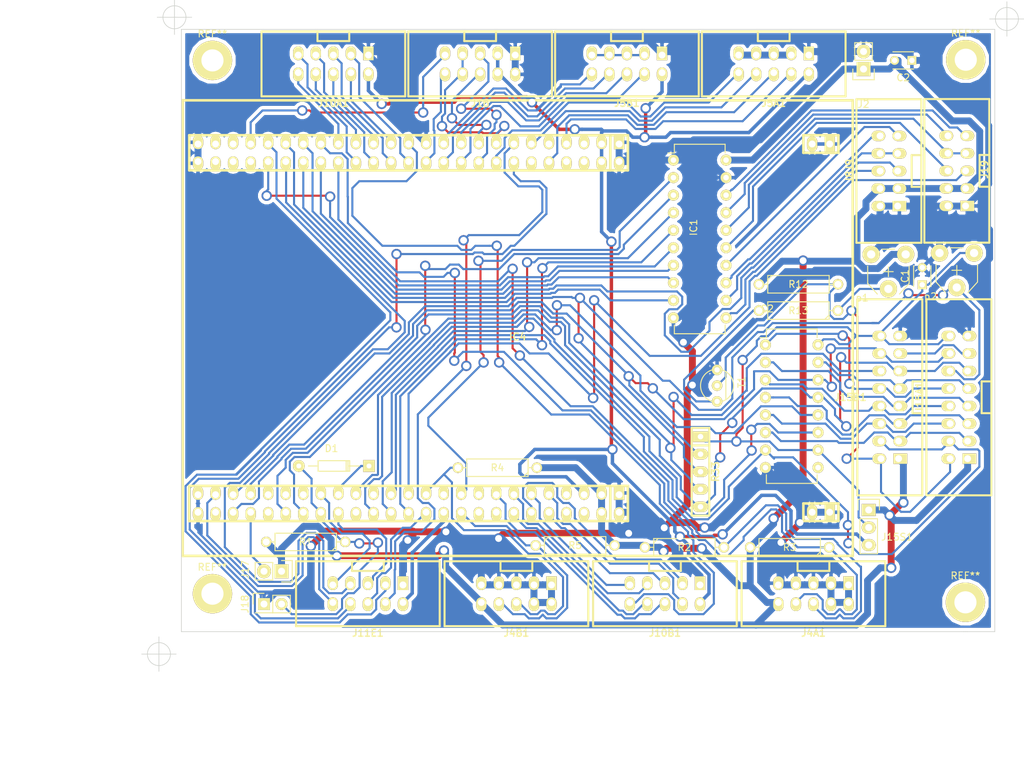
<source format=kicad_pcb>
(kicad_pcb (version 4) (host pcbnew 4.0.2-stable)
  (layers (0 F.Cu signal) (31 B.Cu signal) (35 F.Paste user) (37 F.SilkS user) (39 F.Mask user) (44 Edge.Cuts user))
  (net 0 "")
  (net 1 "Net-(C1-Pad1)")
  (net 2 GND)
  (net 3 +5V)
  (net 4 /PD0)
  (net 5 /PD1)
  (net 6 /PB8)
  (net 7 /PA15)
  (net 8 /PB3)
  (net 9 /PB5)
  (net 10 /PD10)
  (net 11 /PB12)
  (net 12 /PB13)
  (net 13 /PB15)
  (net 14 "Net-(IC1-Pad11)")
  (net 15 "Net-(IC1-Pad12)")
  (net 16 "Net-(IC1-Pad13)")
  (net 17 "Net-(IC1-Pad14)")
  (net 18 "Net-(IC1-Pad15)")
  (net 19 "Net-(IC1-Pad16)")
  (net 20 "Net-(IC1-Pad17)")
  (net 21 "Net-(IC1-Pad18)")
  (net 22 "Net-(IC2-Pad1)")
  (net 23 "Net-(IC2-Pad2)")
  (net 24 "Net-(IC2-Pad3)")
  (net 25 "Net-(IC2-Pad4)")
  (net 26 "Net-(IC2-Pad5)")
  (net 27 "Net-(IC2-Pad6)")
  (net 28 /PD7)
  (net 29 "Net-(IC2-Pad9)")
  (net 30 /PD6)
  (net 31 /PD3)
  (net 32 /PC11)
  (net 33 /PA8)
  (net 34 "Net-(IC2-Pad15)")
  (net 35 /PB10)
  (net 36 /PB11)
  (net 37 /PB6)
  (net 38 /PB9)
  (net 39 +3V3)
  (net 40 "Net-(J5A1-Pad3)")
  (net 41 /PC1)
  (net 42 /PC2)
  (net 43 /PA1)
  (net 44 /PA4)
  (net 45 "Net-(J5B1-Pad3)")
  (net 46 /PC4)
  (net 47 /PC5)
  (net 48 /PB0)
  (net 49 /PB1)
  (net 50 /PB14)
  (net 51 /PE8)
  (net 52 /PE9)
  (net 53 /PE10)
  (net 54 /PE11)
  (net 55 /PE12)
  (net 56 /PE13)
  (net 57 /PE14)
  (net 58 /PE15)
  (net 59 /PC13)
  (net 60 /PC14)
  (net 61 /PC15)
  (net 62 /PE2)
  (net 63 /PE4)
  (net 64 /PE5)
  (net 65 /PE6)
  (net 66 /PE7)
  (net 67 /PD9)
  (net 68 /PA3)
  (net 69 /PD2)
  (net 70 /PB7)
  (net 71 /PD8)
  (net 72 /PA2)
  (net 73 /PC12)
  (net 74 /PC6)
  (net 75 "Net-(J15A1-Pad2)")
  (net 76 /PC8)
  (net 77 "Net-(J15A1-Pad13)")
  (net 78 /PC9)
  (net 79 /PA6)
  (net 80 /PA7)
  (net 81 /PA5)
  (net 82 /PD11)
  (net 83 /PB2)
  (net 84 /PA9)
  (net 85 /PB4)
  (net 86 "Net-(R13-Pad1)")
  (net 87 "Net-(R13-Pad2)")
  (net 88 "Net-(IC4-Pad59)")
  (net 89 "Net-(IC4-Pad61)")
  (net 90 "Net-(IC4-Pad63)")
  (net 91 "Net-(IC4-Pad71)")
  (net 92 "Net-(IC4-Pad79)")
  (net 93 "Net-(IC4-Pad83)")
  (net 94 "Net-(IC4-Pad93)")
  (net 95 "Net-(IC4-Pad96)")
  (net 96 "Net-(IC4-Pad94)")
  (net 97 "Net-(IC4-Pad86)")
  (net 98 "Net-(IC4-Pad84)")
  (net 99 "Net-(IC4-Pad70)")
  (net 100 "Net-(IC4-Pad60)")
  (net 101 "Net-(IC4-Pad54)")
  (net 102 "Net-(IC4-Pad48)")
  (net 103 "Net-(IC4-Pad46)")
  (net 104 "Net-(IC4-Pad44)")
  (net 105 "Net-(IC4-Pad12)")
  (net 106 "Net-(IC4-Pad8)")
  (net 107 "Net-(IC4-Pad6)")
  (net 108 "Net-(IC4-Pad9)")
  (net 109 "Net-(IC4-Pad45)")
  (net 110 "Net-(IC4-Pad47)")
  (module Mounting_Holes:MountingHole_3.2mm_M3_ISO7380_Pad (layer F.Cu) (at 158.05 18.65)
    (fp_text reference REF** (at 0 -3.85) (layer F.SilkS))
    (fp_text value MountingHole_3mm)
    (pad 1 thru_hole circle (at 0 0) (size 5.7 5.7) (drill 3.2) (layers *.Cu *.Mask F.SilkS))
  )
  (module Housings_DIP:DIP-16_W7.62mm (layer F.Cu) (at 129.05 59.95)
    (fp_text reference IC2 (at 0 -5.22) (layer F.SilkS))
    (fp_text value 74HC595)
    (pad 1 thru_hole oval (at 0 0) (size 1.6 1.6) (drill 0.8) (layers *.Cu *.Mask F.SilkS) (net 22 "Net-(IC2-Pad1)"))
    (pad 2 thru_hole oval (at 0 2.54) (size 1.6 1.6) (drill 0.8) (layers *.Cu *.Mask F.SilkS) (net 23 "Net-(IC2-Pad2)"))
    (pad 3 thru_hole oval (at 0 5.08) (size 1.6 1.6) (drill 0.8) (layers *.Cu *.Mask F.SilkS) (net 24 "Net-(IC2-Pad3)"))
    (pad 4 thru_hole oval (at 0 7.62) (size 1.6 1.6) (drill 0.8) (layers *.Cu *.Mask F.SilkS) (net 25 "Net-(IC2-Pad4)"))
    (pad 5 thru_hole oval (at 0 10.16) (size 1.6 1.6) (drill 0.8) (layers *.Cu *.Mask F.SilkS) (net 26 "Net-(IC2-Pad5)"))
    (pad 6 thru_hole oval (at 0 12.7) (size 1.6 1.6) (drill 0.8) (layers *.Cu *.Mask F.SilkS) (net 27 "Net-(IC2-Pad6)"))
    (pad 7 thru_hole oval (at 0 15.24) (size 1.6 1.6) (drill 0.8) (layers *.Cu *.Mask F.SilkS) (net 28 /PD7))
    (pad 8 thru_hole oval (at 0 17.78) (size 1.6 1.6) (drill 0.8) (layers *.Cu *.Mask F.SilkS) (net 2 GND))
    (pad 9 thru_hole oval (at 7.62 17.78) (size 1.6 1.6) (drill 0.8) (layers *.Cu *.Mask F.SilkS) (net 29 "Net-(IC2-Pad9)"))
    (pad 10 thru_hole oval (at 7.62 15.24) (size 1.6 1.6) (drill 0.8) (layers *.Cu *.Mask F.SilkS) (net 1 "Net-(C1-Pad1)"))
    (pad 11 thru_hole oval (at 7.62 12.7) (size 1.6 1.6) (drill 0.8) (layers *.Cu *.Mask F.SilkS) (net 30 /PD6))
    (pad 12 thru_hole oval (at 7.62 10.16) (size 1.6 1.6) (drill 0.8) (layers *.Cu *.Mask F.SilkS) (net 31 /PD3))
    (pad 13 thru_hole oval (at 7.62 7.62) (size 1.6 1.6) (drill 0.8) (layers *.Cu *.Mask F.SilkS) (net 32 /PC11))
    (pad 14 thru_hole oval (at 7.62 5.08) (size 1.6 1.6) (drill 0.8) (layers *.Cu *.Mask F.SilkS) (net 33 /PA8))
    (pad 15 thru_hole oval (at 7.62 2.54) (size 1.6 1.6) (drill 0.8) (layers *.Cu *.Mask F.SilkS) (net 34 "Net-(IC2-Pad15)"))
    (pad 16 thru_hole oval (at 7.62 0) (size 1.6 1.6) (drill 0.8) (layers *.Cu *.Mask F.SilkS) (net 1 "Net-(C1-Pad1)"))
  )
  (module Housings_DIP:DIP-20_W7.62mm (layer F.Cu) (at 115.73 33.19)
    (fp_text reference IC1 (at 2.92 9.76 90) (layer F.SilkS))
    (fp_text value 74HCT541_PWR)
    (pad 1 thru_hole oval (at 0 0) (size 1.6 1.6) (drill 0.8) (layers *.Cu *.Mask F.SilkS) (net 2 GND))
    (pad 2 thru_hole oval (at 0 2.54) (size 1.6 1.6) (drill 0.8) (layers *.Cu *.Mask F.SilkS) (net 6 /PB8))
    (pad 3 thru_hole oval (at 0 5.08) (size 1.6 1.6) (drill 0.8) (layers *.Cu *.Mask F.SilkS) (net 7 /PA15))
    (pad 4 thru_hole oval (at 0 7.62) (size 1.6 1.6) (drill 0.8) (layers *.Cu *.Mask F.SilkS) (net 8 /PB3))
    (pad 5 thru_hole oval (at 0 10.16) (size 1.6 1.6) (drill 0.8) (layers *.Cu *.Mask F.SilkS) (net 9 /PB5))
    (pad 6 thru_hole oval (at 0 12.7) (size 1.6 1.6) (drill 0.8) (layers *.Cu *.Mask F.SilkS) (net 10 /PD10))
    (pad 7 thru_hole oval (at 0 15.24) (size 1.6 1.6) (drill 0.8) (layers *.Cu *.Mask F.SilkS) (net 11 /PB12))
    (pad 8 thru_hole oval (at 0 17.78) (size 1.6 1.6) (drill 0.8) (layers *.Cu *.Mask F.SilkS) (net 12 /PB13))
    (pad 9 thru_hole oval (at 0 20.32) (size 1.6 1.6) (drill 0.8) (layers *.Cu *.Mask F.SilkS) (net 13 /PB15))
    (pad 10 thru_hole oval (at 0 22.86) (size 1.6 1.6) (drill 0.8) (layers *.Cu *.Mask F.SilkS) (net 2 GND))
    (pad 11 thru_hole oval (at 7.62 22.86) (size 1.6 1.6) (drill 0.8) (layers *.Cu *.Mask F.SilkS) (net 14 "Net-(IC1-Pad11)"))
    (pad 12 thru_hole oval (at 7.62 20.32) (size 1.6 1.6) (drill 0.8) (layers *.Cu *.Mask F.SilkS) (net 15 "Net-(IC1-Pad12)"))
    (pad 13 thru_hole oval (at 7.62 17.78) (size 1.6 1.6) (drill 0.8) (layers *.Cu *.Mask F.SilkS) (net 16 "Net-(IC1-Pad13)"))
    (pad 14 thru_hole oval (at 7.62 15.24) (size 1.6 1.6) (drill 0.8) (layers *.Cu *.Mask F.SilkS) (net 17 "Net-(IC1-Pad14)"))
    (pad 15 thru_hole oval (at 7.62 12.7) (size 1.6 1.6) (drill 0.8) (layers *.Cu *.Mask F.SilkS) (net 18 "Net-(IC1-Pad15)"))
    (pad 16 thru_hole oval (at 7.62 10.16) (size 1.6 1.6) (drill 0.8) (layers *.Cu *.Mask F.SilkS) (net 19 "Net-(IC1-Pad16)"))
    (pad 17 thru_hole oval (at 7.62 7.62) (size 1.6 1.6) (drill 0.8) (layers *.Cu *.Mask F.SilkS) (net 20 "Net-(IC1-Pad17)"))
    (pad 18 thru_hole oval (at 7.62 5.08) (size 1.6 1.6) (drill 0.8) (layers *.Cu *.Mask F.SilkS) (net 21 "Net-(IC1-Pad18)"))
    (pad 19 thru_hole oval (at 7.62 2.54) (size 1.6 1.6) (drill 0.8) (layers *.Cu *.Mask F.SilkS) (net 2 GND))
    (pad 20 thru_hole oval (at 7.62 0) (size 1.6 1.6) (drill 0.8) (layers *.Cu *.Mask F.SilkS) (net 3 +5V))
  )
  (module w_conn_misc:stm32f4_discovery_header (layer F.Cu) (at 93.19 57.53)
    (fp_text reference IC4 (at 0 1.27) (layer F.SilkS) (effects (font (size 1.016 1.016) (thickness 0.2032))))
    (fp_text value STM32F4_Discovery_Header hide)
    (pad 51 thru_hole rect (at 45.16 26.67) (size 1.5 2.2) (drill 1.00076) (layers *.Cu *.Mask F.SilkS) (net 2 GND))
    (pad 52 thru_hole oval (at 42.62 26.67) (size 1.5 2.2) (drill 1.00076) (layers *.Cu *.Mask F.SilkS) (net 2 GND))
    (pad 51 thru_hole oval (at -46.28 24.13) (size 1.5 2) (drill 0.99822 (offset 0 -0.25)) (layers *.Cu *.Mask F.SilkS) (net 2 GND))
    (pad 53 thru_hole oval (at -43.74 24.13) (size 1.5 2) (drill 0.99822 (offset 0 -0.25)) (layers *.Cu *.Mask F.SilkS) (net 74 /PC6))
    (pad 55 thru_hole oval (at -41.2 24.13) (size 1.5 2) (drill 0.99822 (offset 0 -0.25)) (layers *.Cu *.Mask F.SilkS) (net 76 /PC8))
    (pad 57 thru_hole oval (at -38.66 24.13) (size 1.5 2) (drill 0.99822 (offset 0 -0.25)) (layers *.Cu *.Mask F.SilkS) (net 33 /PA8))
    (pad 59 thru_hole oval (at -36.12 24.13) (size 1.5 2) (drill 0.99822 (offset 0 -0.25)) (layers *.Cu *.Mask F.SilkS) (net 88 "Net-(IC4-Pad59)"))
    (pad 61 thru_hole oval (at -33.58 24.13) (size 1.5 2) (drill 0.99822 (offset 0 -0.25)) (layers *.Cu *.Mask F.SilkS) (net 89 "Net-(IC4-Pad61)"))
    (pad 63 thru_hole oval (at -31.04 24.13) (size 1.5 2) (drill 0.99822 (offset 0 -0.25)) (layers *.Cu *.Mask F.SilkS) (net 90 "Net-(IC4-Pad63)"))
    (pad 65 thru_hole oval (at -28.5 24.13) (size 1.5 2) (drill 0.99822 (offset 0 -0.25)) (layers *.Cu *.Mask F.SilkS) (net 73 /PC12))
    (pad 67 thru_hole oval (at -25.96 24.13) (size 1.5 2) (drill 0.99822 (offset 0 -0.25)) (layers *.Cu *.Mask F.SilkS) (net 5 /PD1))
    (pad 69 thru_hole oval (at -23.42 24.13) (size 1.5 2) (drill 0.99822 (offset 0 -0.25)) (layers *.Cu *.Mask F.SilkS) (net 31 /PD3))
    (pad 71 thru_hole oval (at -20.88 24.13) (size 1.5 2) (drill 0.99822 (offset 0 -0.25)) (layers *.Cu *.Mask F.SilkS) (net 91 "Net-(IC4-Pad71)"))
    (pad 73 thru_hole oval (at -18.34 24.13) (size 1.5 2) (drill 0.99822 (offset 0 -0.25)) (layers *.Cu *.Mask F.SilkS) (net 28 /PD7))
    (pad 75 thru_hole oval (at -15.8 24.13) (size 1.5 2) (drill 0.99822 (offset 0 -0.25)) (layers *.Cu *.Mask F.SilkS) (net 85 /PB4))
    (pad 77 thru_hole oval (at -13.26 24.13) (size 1.5 2) (drill 0.99822 (offset 0 -0.25)) (layers *.Cu *.Mask F.SilkS) (net 37 /PB6))
    (pad 79 thru_hole oval (at -10.72 24.13) (size 1.5 2) (drill 0.99822 (offset 0 -0.25)) (layers *.Cu *.Mask F.SilkS) (net 92 "Net-(IC4-Pad79)"))
    (pad 81 thru_hole oval (at -8.18 24.13) (size 1.5 2) (drill 0.99822 (offset 0 -0.25)) (layers *.Cu *.Mask F.SilkS) (net 6 /PB8))
    (pad 83 thru_hole oval (at -5.64 24.13) (size 1.5 2) (drill 0.99822 (offset 0 -0.25)) (layers *.Cu *.Mask F.SilkS) (net 93 "Net-(IC4-Pad83)"))
    (pad 85 thru_hole oval (at -3.1 24.13) (size 1.5 2) (drill 0.99822 (offset 0 -0.25)) (layers *.Cu *.Mask F.SilkS) (net 62 /PE2))
    (pad 87 thru_hole oval (at -0.56 24.13) (size 1.5 2) (drill 0.99822 (offset 0 -0.25)) (layers *.Cu *.Mask F.SilkS) (net 63 /PE4))
    (pad 89 thru_hole oval (at 1.98 24.13) (size 1.5 2) (drill 0.99822 (offset 0 -0.25)) (layers *.Cu *.Mask F.SilkS) (net 65 /PE6))
    (pad 91 thru_hole oval (at 4.52 24.13) (size 1.5 2) (drill 0.99822 (offset 0 -0.25)) (layers *.Cu *.Mask F.SilkS) (net 60 /PC14))
    (pad 93 thru_hole oval (at 7.06 24.13) (size 1.5 2) (drill 0.99822 (offset 0 -0.25)) (layers *.Cu *.Mask F.SilkS) (net 94 "Net-(IC4-Pad93)"))
    (pad 95 thru_hole oval (at 9.6 24.13) (size 1.5 2) (drill 0.99822 (offset 0 -0.25)) (layers *.Cu *.Mask F.SilkS) (net 39 +3V3))
    (pad 97 thru_hole oval (at 12.14 24.13) (size 1.5 2) (drill 0.99822 (offset 0 -0.25)) (layers *.Cu *.Mask F.SilkS) (net 3 +5V))
    (pad 99 thru_hole rect (at 14.68 24.13) (size 1.5 2) (drill 1.00076 (offset 0 -0.25)) (layers *.Cu *.Mask F.SilkS) (net 2 GND))
    (pad 100 thru_hole oval (at 14.68 26.67) (size 1.5 2) (drill 1.00076 (offset 0 0.25)) (layers *.Cu *.Mask F.SilkS) (net 2 GND))
    (pad 98 thru_hole oval (at 12.14 26.67) (size 1.5 2) (drill 1.00076 (offset 0 0.25)) (layers *.Cu *.Mask F.SilkS) (net 3 +5V))
    (pad 96 thru_hole oval (at 9.6 26.67) (size 1.5 2) (drill 1.00076 (offset 0 0.25)) (layers *.Cu *.Mask F.SilkS) (net 95 "Net-(IC4-Pad96)"))
    (pad 94 thru_hole oval (at 7.06 26.67) (size 1.5 2) (drill 1.00076 (offset 0 0.25)) (layers *.Cu *.Mask F.SilkS) (net 96 "Net-(IC4-Pad94)"))
    (pad 92 thru_hole oval (at 4.52 26.67) (size 1.5 2) (drill 1.00076 (offset 0 0.25)) (layers *.Cu *.Mask F.SilkS) (net 61 /PC15))
    (pad 90 thru_hole oval (at 1.98 26.67) (size 1.5 2) (drill 1.00076 (offset 0 0.25)) (layers *.Cu *.Mask F.SilkS) (net 59 /PC13))
    (pad 88 thru_hole oval (at -0.56 26.67) (size 1.5 2) (drill 1.00076 (offset 0 0.25)) (layers *.Cu *.Mask F.SilkS) (net 64 /PE5))
    (pad 86 thru_hole oval (at -3.1 26.67) (size 1.5 2) (drill 1.00076 (offset 0 0.25)) (layers *.Cu *.Mask F.SilkS) (net 97 "Net-(IC4-Pad86)"))
    (pad 84 thru_hole oval (at -5.64 26.67) (size 1.5 2) (drill 1.00076 (offset 0 0.25)) (layers *.Cu *.Mask F.SilkS) (net 98 "Net-(IC4-Pad84)"))
    (pad 82 thru_hole oval (at -8.18 26.67) (size 1.5 2) (drill 1.00076 (offset 0 0.25)) (layers *.Cu *.Mask F.SilkS) (net 38 /PB9))
    (pad 80 thru_hole oval (at -10.72 26.67) (size 1.5 2) (drill 1.00076 (offset 0 0.25)) (layers *.Cu *.Mask F.SilkS) (net 39 +3V3))
    (pad 78 thru_hole oval (at -13.26 26.67) (size 1.5 2) (drill 1.00076 (offset 0 0.25)) (layers *.Cu *.Mask F.SilkS) (net 70 /PB7))
    (pad 76 thru_hole oval (at -15.8 26.67) (size 1.5 2) (drill 1.00076 (offset 0 0.25)) (layers *.Cu *.Mask F.SilkS) (net 9 /PB5))
    (pad 74 thru_hole oval (at -18.34 26.67) (size 1.5 2) (drill 1.00076 (offset 0 0.25)) (layers *.Cu *.Mask F.SilkS) (net 8 /PB3))
    (pad 72 thru_hole oval (at -20.88 26.67) (size 1.5 2) (drill 1.00076 (offset 0 0.25)) (layers *.Cu *.Mask F.SilkS) (net 30 /PD6))
    (pad 70 thru_hole oval (at -23.42 26.67) (size 1.5 2) (drill 1.00076 (offset 0 0.25)) (layers *.Cu *.Mask F.SilkS) (net 99 "Net-(IC4-Pad70)"))
    (pad 68 thru_hole oval (at -25.96 26.67) (size 1.5 2) (drill 1.00076 (offset 0 0.25)) (layers *.Cu *.Mask F.SilkS) (net 69 /PD2))
    (pad 66 thru_hole oval (at -28.5 26.67) (size 1.5 2) (drill 1.00076 (offset 0 0.25)) (layers *.Cu *.Mask F.SilkS) (net 4 /PD0))
    (pad 64 thru_hole oval (at -31.04 26.67) (size 1.5 2) (drill 1.00076 (offset 0 0.25)) (layers *.Cu *.Mask F.SilkS) (net 32 /PC11))
    (pad 62 thru_hole oval (at -33.58 26.67) (size 1.5 2) (drill 1.00076 (offset 0 0.25)) (layers *.Cu *.Mask F.SilkS) (net 7 /PA15))
    (pad 60 thru_hole oval (at -36.12 26.67) (size 1.5 2) (drill 1.00076 (offset 0 0.25)) (layers *.Cu *.Mask F.SilkS) (net 100 "Net-(IC4-Pad60)"))
    (pad 58 thru_hole oval (at -38.66 26.67) (size 1.5 2) (drill 1.00076 (offset 0 0.25)) (layers *.Cu *.Mask F.SilkS) (net 84 /PA9))
    (pad 56 thru_hole oval (at -41.2 26.67) (size 1.5 2) (drill 1.00076 (offset 0 0.25)) (layers *.Cu *.Mask F.SilkS) (net 78 /PC9))
    (pad 54 thru_hole oval (at -43.74 26.67) (size 1.5 2) (drill 1.00076 (offset 0 0.25)) (layers *.Cu *.Mask F.SilkS) (net 101 "Net-(IC4-Pad54)"))
    (pad 52 thru_hole oval (at -46.28 26.67) (size 1.5 2) (drill 1.00076 (offset 0 0.25)) (layers *.Cu *.Mask F.SilkS) (net 2 GND))
    (pad 50 thru_hole oval (at -46.28 -24.13) (size 1.5 2) (drill 1.00076 (offset 0 0.25)) (layers *.Cu *.Mask F.SilkS) (net 2 GND))
    (pad 48 thru_hole oval (at -43.74 -24.13) (size 1.5 2) (drill 1.00076 (offset 0 0.25)) (layers *.Cu *.Mask F.SilkS) (net 102 "Net-(IC4-Pad48)"))
    (pad 46 thru_hole oval (at -41.2 -24.13) (size 1.5 2) (drill 1.00076 (offset 0 0.25)) (layers *.Cu *.Mask F.SilkS) (net 103 "Net-(IC4-Pad46)"))
    (pad 44 thru_hole oval (at -38.66 -24.13) (size 1.5 2) (drill 1.00076 (offset 0 0.25)) (layers *.Cu *.Mask F.SilkS) (net 104 "Net-(IC4-Pad44)"))
    (pad 42 thru_hole oval (at -36.12 -24.13) (size 1.5 2) (drill 1.00076 (offset 0 0.25)) (layers *.Cu *.Mask F.SilkS) (net 10 /PD10))
    (pad 40 thru_hole oval (at -33.58 -24.13) (size 1.5 2) (drill 1.00076 (offset 0 0.25)) (layers *.Cu *.Mask F.SilkS) (net 71 /PD8))
    (pad 38 thru_hole oval (at -31.04 -24.13) (size 1.5 2) (drill 1.00076 (offset 0 0.25)) (layers *.Cu *.Mask F.SilkS) (net 50 /PB14))
    (pad 36 thru_hole oval (at -28.5 -24.13) (size 1.5 2) (drill 1.00076 (offset 0 0.25)) (layers *.Cu *.Mask F.SilkS) (net 11 /PB12))
    (pad 34 thru_hole oval (at -25.96 -24.13) (size 1.5 2) (drill 1.00076 (offset 0 0.25)) (layers *.Cu *.Mask F.SilkS) (net 35 /PB10))
    (pad 32 thru_hole oval (at -23.42 -24.13) (size 1.5 2) (drill 1.00076 (offset 0 0.25)) (layers *.Cu *.Mask F.SilkS) (net 57 /PE14))
    (pad 30 thru_hole oval (at -20.88 -24.13) (size 1.5 2) (drill 1.00076 (offset 0 0.25)) (layers *.Cu *.Mask F.SilkS) (net 55 /PE12))
    (pad 28 thru_hole oval (at -18.34 -24.13) (size 1.5 2) (drill 1.00076 (offset 0 0.25)) (layers *.Cu *.Mask F.SilkS) (net 53 /PE10))
    (pad 26 thru_hole oval (at -15.8 -24.13) (size 1.5 2) (drill 1.00076 (offset 0 0.25)) (layers *.Cu *.Mask F.SilkS) (net 51 /PE8))
    (pad 24 thru_hole oval (at -13.26 -24.13) (size 1.5 2) (drill 1.00076 (offset 0 0.25)) (layers *.Cu *.Mask F.SilkS) (net 83 /PB2))
    (pad 22 thru_hole oval (at -10.72 -24.13) (size 1.5 2) (drill 1.00076 (offset 0 0.25)) (layers *.Cu *.Mask F.SilkS) (net 48 /PB0))
    (pad 20 thru_hole oval (at -8.18 -24.13) (size 1.5 2) (drill 1.00076 (offset 0 0.25)) (layers *.Cu *.Mask F.SilkS) (net 46 /PC4))
    (pad 18 thru_hole oval (at -5.64 -24.13) (size 1.5 2) (drill 1.00076 (offset 0 0.25)) (layers *.Cu *.Mask F.SilkS) (net 79 /PA6))
    (pad 16 thru_hole oval (at -3.1 -24.13) (size 1.5 2) (drill 1.00076 (offset 0 0.25)) (layers *.Cu *.Mask F.SilkS) (net 44 /PA4))
    (pad 14 thru_hole oval (at -0.56 -24.13) (size 1.5 2) (drill 1.00076 (offset 0 0.25)) (layers *.Cu *.Mask F.SilkS) (net 72 /PA2))
    (pad 12 thru_hole oval (at 1.98 -24.13) (size 1.5 2) (drill 1.00076 (offset 0 0.25)) (layers *.Cu *.Mask F.SilkS) (net 105 "Net-(IC4-Pad12)"))
    (pad 10 thru_hole oval (at 4.52 -24.13) (size 1.5 2) (drill 1.00076 (offset 0 0.25)) (layers *.Cu *.Mask F.SilkS) (net 42 /PC2))
    (pad 8 thru_hole oval (at 7.06 -24.13) (size 1.5 2) (drill 1.00076 (offset 0 0.25)) (layers *.Cu *.Mask F.SilkS) (net 106 "Net-(IC4-Pad8)"))
    (pad 6 thru_hole oval (at 9.6 -24.13) (size 1.5 2) (drill 1.00076 (offset 0 0.25)) (layers *.Cu *.Mask F.SilkS) (net 107 "Net-(IC4-Pad6)"))
    (pad 4 thru_hole oval (at 12.14 -24.13) (size 1.5 2) (drill 1.00076 (offset 0 0.25)) (layers *.Cu *.Mask F.SilkS) (net 39 +3V3))
    (pad 2 thru_hole oval (at 14.68 -24.13) (size 1.5 2) (drill 1.00076 (offset 0 0.25)) (layers *.Cu *.Mask F.SilkS) (net 2 GND))
    (pad 1 thru_hole rect (at 14.68 -26.67) (size 1.5 2) (drill 1.00076 (offset 0 -0.25)) (layers *.Cu *.Mask F.SilkS) (net 2 GND))
    (pad 3 thru_hole oval (at 12.14 -26.67) (size 1.5 2) (drill 0.99822 (offset 0 -0.25)) (layers *.Cu *.Mask F.SilkS) (net 39 +3V3))
    (pad 5 thru_hole oval (at 9.6 -26.67) (size 1.5 2) (drill 0.99822 (offset 0 -0.25)) (layers *.Cu *.Mask F.SilkS) (net 2 GND))
    (pad 7 thru_hole oval (at 7.06 -26.67) (size 1.5 2) (drill 0.99822 (offset 0 -0.25)) (layers *.Cu *.Mask F.SilkS) (net 41 /PC1))
    (pad 9 thru_hole oval (at 4.52 -26.67) (size 1.5 2) (drill 0.99822 (offset 0 -0.25)) (layers *.Cu *.Mask F.SilkS) (net 108 "Net-(IC4-Pad9)"))
    (pad 11 thru_hole oval (at 1.98 -26.67) (size 1.5 2) (drill 0.99822 (offset 0 -0.25)) (layers *.Cu *.Mask F.SilkS) (net 43 /PA1))
    (pad 13 thru_hole oval (at -0.56 -26.67) (size 1.5 2) (drill 0.99822 (offset 0 -0.25)) (layers *.Cu *.Mask F.SilkS) (net 68 /PA3))
    (pad 15 thru_hole oval (at -3.1 -26.67) (size 1.5 2) (drill 0.99822 (offset 0 -0.25)) (layers *.Cu *.Mask F.SilkS) (net 81 /PA5))
    (pad 17 thru_hole oval (at -5.64 -26.67) (size 1.5 2) (drill 0.99822 (offset 0 -0.25)) (layers *.Cu *.Mask F.SilkS) (net 80 /PA7))
    (pad 19 thru_hole oval (at -8.18 -26.67) (size 1.5 2) (drill 0.99822 (offset 0 -0.25)) (layers *.Cu *.Mask F.SilkS) (net 47 /PC5))
    (pad 21 thru_hole oval (at -10.72 -26.67) (size 1.5 2) (drill 0.99822 (offset 0 -0.25)) (layers *.Cu *.Mask F.SilkS) (net 49 /PB1))
    (pad 23 thru_hole oval (at -13.26 -26.67) (size 1.5 2) (drill 0.99822 (offset 0 -0.25)) (layers *.Cu *.Mask F.SilkS) (net 2 GND))
    (pad 25 thru_hole oval (at -15.8 -26.67) (size 1.5 2) (drill 0.99822 (offset 0 -0.25)) (layers *.Cu *.Mask F.SilkS) (net 66 /PE7))
    (pad 27 thru_hole oval (at -18.34 -26.67) (size 1.5 2) (drill 0.99822 (offset 0 -0.25)) (layers *.Cu *.Mask F.SilkS) (net 52 /PE9))
    (pad 29 thru_hole oval (at -20.88 -26.67) (size 1.5 2) (drill 0.99822 (offset 0 -0.25)) (layers *.Cu *.Mask F.SilkS) (net 54 /PE11))
    (pad 31 thru_hole oval (at -23.42 -26.67) (size 1.5 2) (drill 0.99822 (offset 0 -0.25)) (layers *.Cu *.Mask F.SilkS) (net 56 /PE13))
    (pad 33 thru_hole oval (at -25.96 -26.67) (size 1.5 2) (drill 0.99822 (offset 0 -0.25)) (layers *.Cu *.Mask F.SilkS) (net 58 /PE15))
    (pad 35 thru_hole oval (at -28.5 -26.67) (size 1.5 2) (drill 0.99822 (offset 0 -0.25)) (layers *.Cu *.Mask F.SilkS) (net 36 /PB11))
    (pad 37 thru_hole oval (at -31.04 -26.67) (size 1.5 2) (drill 0.99822 (offset 0 -0.25)) (layers *.Cu *.Mask F.SilkS) (net 12 /PB13))
    (pad 39 thru_hole oval (at -33.58 -26.67) (size 1.5 2) (drill 0.99822 (offset 0 -0.25)) (layers *.Cu *.Mask F.SilkS) (net 13 /PB15))
    (pad 41 thru_hole oval (at -36.12 -26.67) (size 1.5 2) (drill 0.99822 (offset 0 -0.25)) (layers *.Cu *.Mask F.SilkS) (net 67 /PD9))
    (pad 43 thru_hole oval (at -38.66 -26.67) (size 1.5 2) (drill 0.99822 (offset 0 -0.25)) (layers *.Cu *.Mask F.SilkS) (net 82 /PD11))
    (pad 45 thru_hole oval (at -41.2 -26.67) (size 1.5 2) (drill 0.99822 (offset 0 -0.25)) (layers *.Cu *.Mask F.SilkS) (net 109 "Net-(IC4-Pad45)"))
    (pad 47 thru_hole oval (at -43.74 -26.67) (size 1.5 2) (drill 0.99822 (offset 0 -0.25)) (layers *.Cu *.Mask F.SilkS) (net 110 "Net-(IC4-Pad47)"))
    (pad 49 thru_hole oval (at -46.28 -26.67) (size 1.5 2) (drill 0.99822 (offset 0 -0.25)) (layers *.Cu *.Mask F.SilkS) (net 2 GND))
    (pad 50 thru_hole oval (at 42.62 -26.67) (size 1.5 2.2) (drill 1.00076) (layers *.Cu *.Mask F.SilkS) (net 2 GND))
    (pad 49 thru_hole rect (at 45.16 -26.67) (size 1.5 2.2) (drill 1.00076) (layers *.Cu *.Mask F.SilkS) (net 2 GND))
  )
  (module Diodes_ThroughHole:Diode_DO-35_SOD27_Horizontal_RM10 (layer F.Cu) (at 71.66052 77.49746 180)
    (fp_text reference D1 (at 5.43052 2.53746 180) (layer F.SilkS))
    (fp_text value D)
    (pad 2 thru_hole circle (at 10.16052 -0.00254) (size 1.69926 1.69926) (drill 0.70104) (layers *.Cu *.Mask F.SilkS) (net 4 /PD0))
    (pad 1 thru_hole rect (at 0.00052 -0.00254) (size 1.69926 1.69926) (drill 0.70104) (layers *.Cu *.Mask F.SilkS) (net 5 /PD1))
  )
  (module Pin_Headers:Pin_Header_Straight_1x02 (layer F.Cu) (at 143.25 20 180)
    (fp_text reference J2 (at 0 -5.1 180) (layer F.SilkS))
    (fp_text value CONN_2)
    (pad 1 thru_hole rect (at 0 0 180) (size 2.032 2.032) (drill 1.016) (layers *.Cu *.Mask F.SilkS) (net 3 +5V))
    (pad 2 thru_hole oval (at 0 2.54 180) (size 2.032 2.032) (drill 1.016) (layers *.Cu *.Mask F.SilkS) (net 2 GND))
  )
  (module Pin_Headers:Pin_Header_Straight_1x03 (layer F.Cu) (at 144 83.87)
    (fp_text reference J15S1 (at 4.09 3.92) (layer F.SilkS))
    (fp_text value CONN_01X03)
    (pad 1 thru_hole rect (at 0 0) (size 2.032 1.7272) (drill 1.016) (layers *.Cu *.Mask F.SilkS) (net 3 +5V))
    (pad 2 thru_hole oval (at 0 2.54) (size 2.032 1.7272) (drill 1.016) (layers *.Cu *.Mask F.SilkS) (net 1 "Net-(C1-Pad1)"))
    (pad 3 thru_hole oval (at 0 5.08) (size 2.032 1.7272) (drill 1.016) (layers *.Cu *.Mask F.SilkS) (net 39 +3V3))
  )
  (module Pin_Headers:Pin_Header_Straight_1x02 (layer F.Cu) (at 59 92.75 270)
    (fp_text reference J17 (at -0.25 5.25 270) (layer F.SilkS))
    (fp_text value CONN_01X02)
    (pad 1 thru_hole rect (at 0 0 270) (size 2.032 2.032) (drill 1.016) (layers *.Cu *.Mask F.SilkS) (net 3 +5V))
    (pad 2 thru_hole oval (at 0 2.54 270) (size 2.032 2.032) (drill 1.016) (layers *.Cu *.Mask F.SilkS) (net 84 /PA9))
  )
  (module w_pth_resistors:r-sil_5 (layer F.Cu) (at 119.65 78.33 270)
    (fp_text reference R33 (at 0 -2.159 270) (layer F.SilkS) (effects (font (size 1.016 1.016) (thickness 0.2032))))
    (fp_text value R-SIL_4 hide)
    (pad 1 thru_hole rect (at -5.08 0 270) (size 1.524 2.19964) (drill 0.8001) (layers *.Cu *.Mask F.SilkS) (net 1 "Net-(C1-Pad1)"))
    (pad 2 thru_hole oval (at -2.54 0 270) (size 1.524 2.19964) (drill 0.8001) (layers *.Cu *.Mask F.SilkS) (net 33 /PA8))
    (pad 3 thru_hole oval (at 0 0 270) (size 1.524 2.19964) (drill 0.8001) (layers *.Cu *.Mask F.SilkS) (net 76 /PC8))
    (pad 4 thru_hole oval (at 2.54 0 270) (size 1.524 2.19964) (drill 0.8001) (layers *.Cu *.Mask F.SilkS) (net 78 /PC9))
    (pad 5 thru_hole oval (at 5.08 0 270) (size 1.524 2.19964) (drill 0.8001) (layers *.Cu *.Mask F.SilkS) (net 32 /PC11))
  )
  (module Discret:R4-5 (layer F.Cu) (at 62.5 88.5 180)
    (fp_text reference R1 (at 0 0 180) (layer F.SilkS))
    (fp_text value R)
    (pad 1 thru_hole circle (at -5.715 0 180) (size 1.524 1.524) (drill 1.016) (layers *.Cu *.Mask F.SilkS) (net 4 /PD0))
    (pad 2 thru_hole circle (at 5.715 0 180) (size 1.524 1.524) (drill 1.016) (layers *.Cu *.Mask F.SilkS) (net 3 +5V))
  )
  (module Discret:R4-5 (layer F.Cu) (at 132.56 89.28 180)
    (fp_text reference R3 (at 0 0 180) (layer F.SilkS))
    (fp_text value R)
    (pad 1 thru_hole circle (at -5.715 0 180) (size 1.524 1.524) (drill 1.016) (layers *.Cu *.Mask F.SilkS) (net 36 /PB11))
    (pad 2 thru_hole circle (at 5.715 0 180) (size 1.524 1.524) (drill 1.016) (layers *.Cu *.Mask F.SilkS) (net 3 +5V))
  )
  (module Discret:R4-5 (layer F.Cu) (at 101.5 89)
    (fp_text reference R5 (at 0 0) (layer F.SilkS))
    (fp_text value R)
    (pad 1 thru_hole circle (at -5.715 0) (size 1.524 1.524) (drill 1.016) (layers *.Cu *.Mask F.SilkS) (net 38 /PB9))
    (pad 2 thru_hole circle (at 5.715 0) (size 1.524 1.524) (drill 1.016) (layers *.Cu *.Mask F.SilkS) (net 3 +5V))
  )
  (module Discret:R4-5 (layer F.Cu) (at 133.83 54.99 180)
    (fp_text reference R13 (at 0 0 180) (layer F.SilkS))
    (fp_text value R)
    (pad 1 thru_hole circle (at -5.715 0 180) (size 1.524 1.524) (drill 1.016) (layers *.Cu *.Mask F.SilkS) (net 86 "Net-(R13-Pad1)"))
    (pad 2 thru_hole circle (at 5.715 0 180) (size 1.524 1.524) (drill 1.016) (layers *.Cu *.Mask F.SilkS) (net 87 "Net-(R13-Pad2)"))
  )
  (module Discret:R4-5 (layer F.Cu) (at 90.25 77.75 180)
    (fp_text reference R4 (at 0 0 180) (layer F.SilkS))
    (fp_text value R)
    (pad 1 thru_hole circle (at -5.715 0 180) (size 1.524 1.524) (drill 1.016) (layers *.Cu *.Mask F.SilkS) (net 3 +5V))
    (pad 2 thru_hole circle (at 5.715 0 180) (size 1.524 1.524) (drill 1.016) (layers *.Cu *.Mask F.SilkS) (net 37 /PB6))
  )
  (module Discret:R4-5 (layer F.Cu) (at 117.32 89.28)
    (fp_text reference R2 (at 0 0) (layer F.SilkS))
    (fp_text value R)
    (pad 1 thru_hole circle (at -5.715 0) (size 1.524 1.524) (drill 1.016) (layers *.Cu *.Mask F.SilkS) (net 3 +5V))
    (pad 2 thru_hole circle (at 5.715 0) (size 1.524 1.524) (drill 1.016) (layers *.Cu *.Mask F.SilkS) (net 35 /PB10))
  )
  (module Discret:R4-5 (layer F.Cu) (at 133.83 51.18)
    (fp_text reference R12 (at 0 0) (layer F.SilkS))
    (fp_text value R)
    (pad 1 thru_hole circle (at -5.715 0) (size 1.524 1.524) (drill 1.016) (layers *.Cu *.Mask F.SilkS) (net 3 +5V))
    (pad 2 thru_hole circle (at 5.715 0) (size 1.524 1.524) (drill 1.016) (layers *.Cu *.Mask F.SilkS) (net 75 "Net-(J15A1-Pad2)"))
  )
  (module Potentiometers:Potentiometer_VishaySpectrol-Econtrim-Type36T (layer F.Cu) (at 159.24936 46.65128 180)
    (fp_text reference p2 (at 6.30936 -6.30936 180) (layer F.SilkS))
    (fp_text value POT)
    (pad 2 thru_hole circle (at 2.49936 -4.99872 180) (size 2.49936 2.49936) (drill 1.19888) (layers *.Cu *.Mask F.SilkS) (net 76 /PC8))
    (pad 3 thru_hole circle (at 4.99872 0 180) (size 2.49936 2.49936) (drill 1.19888) (layers *.Cu *.Mask F.SilkS) (net 2 GND))
    (pad 1 thru_hole circle (at 0 0 180) (size 2.49936 2.49936) (drill 1.19888) (layers *.Cu *.Mask F.SilkS) (net 1 "Net-(C1-Pad1)"))
  )
  (module Potentiometers:Potentiometer_VishaySpectrol-Econtrim-Type36T (layer F.Cu) (at 149.35 46.85 180)
    (fp_text reference p1 (at 6.30936 -6.30936 180) (layer F.SilkS))
    (fp_text value POT)
    (pad 2 thru_hole circle (at 2.49936 -4.99872 180) (size 2.49936 2.49936) (drill 1.19888) (layers *.Cu *.Mask F.SilkS) (net 86 "Net-(R13-Pad1)"))
    (pad 3 thru_hole circle (at 4.99872 0 180) (size 2.49936 2.49936) (drill 1.19888) (layers *.Cu *.Mask F.SilkS) (net 2 GND))
    (pad 1 thru_hole circle (at 0 0 180) (size 2.49936 2.49936) (drill 1.19888) (layers *.Cu *.Mask F.SilkS) (net 3 +5V))
  )
  (module Pin_Headers:Pin_Header_Straight_2x01 (layer F.Cu) (at 56.46 97.5)
    (fp_text reference J18 (at -2.75 0 270) (layer F.SilkS))
    (fp_text value CONN_2)
    (pad 1 thru_hole rect (at 0 0) (size 1.7272 1.7272) (drill 1.016) (layers *.Cu *.Mask F.SilkS) (net 2 GND))
    (pad 2 thru_hole oval (at 2.54 0) (size 1.7272 1.7272) (drill 1.016) (layers *.Cu *.Mask F.SilkS) (net 4 /PD0))
  )
  (module "empreinte ksir:bc337" (layer F.Cu) (at 122.05 65.864 90)
    (fp_text reference T1 (at 0.508 3.556 90) (layer F.SilkS))
    (fp_text value BC817-40)
    (pad 3 thru_hole circle (at 0 0 90) (size 1.524 1.524) (drill 0.762) (layers *.Cu *.Mask F.SilkS) (net 75 "Net-(J15A1-Pad2)"))
    (pad 2 thru_hole circle (at 2.286 0 90) (size 1.524 1.524) (drill 0.762) (layers *.Cu *.Mask F.SilkS) (net 2 GND))
    (pad 1 thru_hole circle (at -2.286 0 90) (size 1.524 1.524) (drill 0.762) (layers *.Cu *.Mask F.SilkS) (net 87 "Net-(R13-Pad2)"))
  )
  (module w_conn_strip:vasch_strip_5x2 (layer F.Cu) (at 156.75 34.75 90)
    (fp_text reference J19 (at 0.2 4 90) (layer F.SilkS) (effects (font (thickness 0.2032))))
    (fp_text value CONN_02X05 hide)
    (pad 9 thru_hole oval (at 5.08 1.27 90) (size 1.5 2) (drill 1 (offset 0 0.25)) (layers *.Cu *.Mask F.SilkS) (net 21 "Net-(IC1-Pad18)"))
    (pad 10 thru_hole oval (at 5.08 -1.27 90) (size 1.5 2) (drill 1 (offset 0 -0.25)) (layers *.Cu *.Mask F.SilkS) (net 20 "Net-(IC1-Pad17)"))
    (pad 8 thru_hole oval (at 2.54 -1.27 90) (size 1.5 2) (drill 1 (offset 0 -0.25)) (layers *.Cu *.Mask F.SilkS) (net 19 "Net-(IC1-Pad16)"))
    (pad 7 thru_hole oval (at 2.54 1.27 90) (size 1.5 2) (drill 1 (offset 0 0.25)) (layers *.Cu *.Mask F.SilkS) (net 19 "Net-(IC1-Pad16)"))
    (pad 1 thru_hole rect (at -5.08 1.27 90) (size 1.5 2) (drill 1 (offset 0 0.25)) (layers *.Cu *.Mask F.SilkS) (net 2 GND))
    (pad 2 thru_hole oval (at -5.08 -1.27 90) (size 1.5 2) (drill 1 (offset 0 -0.25)) (layers *.Cu *.Mask F.SilkS) (net 2 GND))
    (pad 3 thru_hole oval (at -2.54 1.27 90) (size 1.5 2) (drill 1 (offset 0 0.25)) (layers *.Cu *.Mask F.SilkS) (net 3 +5V))
    (pad 4 thru_hole oval (at -2.54 -1.27 90) (size 1.5 2) (drill 1 (offset 0 -0.25)) (layers *.Cu *.Mask F.SilkS) (net 3 +5V))
    (pad 5 thru_hole oval (at 0 1.27 90) (size 1.5 2) (drill 1 (offset 0 0.25)) (layers *.Cu *.Mask F.SilkS) (net 85 /PB4))
    (pad 6 thru_hole oval (at 0 -1.27 90) (size 1.5 2) (drill 1 (offset 0 -0.25)) (layers *.Cu *.Mask F.SilkS) (net 18 "Net-(IC1-Pad15)"))
  )
  (module w_conn_strip:vasch_strip_5x2 (layer F.Cu) (at 87.75 19.25 180)
    (fp_text reference J16 (at 0 -5.7 180) (layer F.SilkS) (effects (font (thickness 0.2032))))
    (fp_text value CONN_02X05 hide)
    (pad 9 thru_hole oval (at 5.08 1.27 180) (size 1.5 2) (drill 1 (offset 0 0.25)) (layers *.Cu *.Mask F.SilkS) (net 82 /PD11))
    (pad 10 thru_hole oval (at 5.08 -1.27 180) (size 1.5 2) (drill 1 (offset 0 -0.25)) (layers *.Cu *.Mask F.SilkS) (net 83 /PB2))
    (pad 8 thru_hole oval (at 2.54 -1.27 180) (size 1.5 2) (drill 1 (offset 0 -0.25)) (layers *.Cu *.Mask F.SilkS) (net 81 /PA5))
    (pad 7 thru_hole oval (at 2.54 1.27 180) (size 1.5 2) (drill 1 (offset 0 0.25)) (layers *.Cu *.Mask F.SilkS) (net 81 /PA5))
    (pad 1 thru_hole rect (at -5.08 1.27 180) (size 1.5 2) (drill 1 (offset 0 0.25)) (layers *.Cu *.Mask F.SilkS) (net 2 GND))
    (pad 2 thru_hole oval (at -5.08 -1.27 180) (size 1.5 2) (drill 1 (offset 0 -0.25)) (layers *.Cu *.Mask F.SilkS) (net 2 GND))
    (pad 3 thru_hole oval (at -2.54 1.27 180) (size 1.5 2) (drill 1 (offset 0 0.25)) (layers *.Cu *.Mask F.SilkS) (net 39 +3V3))
    (pad 4 thru_hole oval (at -2.54 -1.27 180) (size 1.5 2) (drill 1 (offset 0 -0.25)) (layers *.Cu *.Mask F.SilkS) (net 39 +3V3))
    (pad 5 thru_hole oval (at 0 1.27 180) (size 1.5 2) (drill 1 (offset 0 0.25)) (layers *.Cu *.Mask F.SilkS) (net 79 /PA6))
    (pad 6 thru_hole oval (at 0 -1.27 180) (size 1.5 2) (drill 1 (offset 0 -0.25)) (layers *.Cu *.Mask F.SilkS) (net 80 /PA7))
  )
  (module w_conn_strip:vasch_strip_5x2 (layer F.Cu) (at 71.5 96 180)
    (fp_text reference J11E1 (at 0 -5.7 180) (layer F.SilkS) (effects (font (thickness 0.2032))))
    (fp_text value CONN_02X05 hide)
    (pad 9 thru_hole oval (at 5.08 1.27 180) (size 1.5 2) (drill 1 (offset 0 0.25)) (layers *.Cu *.Mask F.SilkS) (net 73 /PC12))
    (pad 10 thru_hole oval (at 5.08 -1.27 180) (size 1.5 2) (drill 1 (offset 0 -0.25)) (layers *.Cu *.Mask F.SilkS) (net 74 /PC6))
    (pad 8 thru_hole oval (at 2.54 -1.27 180) (size 1.5 2) (drill 1 (offset 0 -0.25)) (layers *.Cu *.Mask F.SilkS) (net 72 /PA2))
    (pad 7 thru_hole oval (at 2.54 1.27 180) (size 1.5 2) (drill 1 (offset 0 0.25)) (layers *.Cu *.Mask F.SilkS) (net 71 /PD8))
    (pad 1 thru_hole rect (at -5.08 1.27 180) (size 1.5 2) (drill 1 (offset 0 0.25)) (layers *.Cu *.Mask F.SilkS) (net 2 GND))
    (pad 2 thru_hole oval (at -5.08 -1.27 180) (size 1.5 2) (drill 1 (offset 0 -0.25)) (layers *.Cu *.Mask F.SilkS) (net 39 +3V3))
    (pad 3 thru_hole oval (at -2.54 1.27 180) (size 1.5 2) (drill 1 (offset 0 0.25)) (layers *.Cu *.Mask F.SilkS) (net 67 /PD9))
    (pad 4 thru_hole oval (at -2.54 -1.27 180) (size 1.5 2) (drill 1 (offset 0 -0.25)) (layers *.Cu *.Mask F.SilkS) (net 68 /PA3))
    (pad 5 thru_hole oval (at 0 1.27 180) (size 1.5 2) (drill 1 (offset 0 0.25)) (layers *.Cu *.Mask F.SilkS) (net 69 /PD2))
    (pad 6 thru_hole oval (at 0 -1.27 180) (size 1.5 2) (drill 1 (offset 0 -0.25)) (layers *.Cu *.Mask F.SilkS) (net 70 /PB7))
  )
  (module w_conn_strip:vasch_strip_5x2 (layer F.Cu) (at 114.5 96 180)
    (fp_text reference J10B1 (at 0 -5.7 180) (layer F.SilkS) (effects (font (thickness 0.2032))))
    (fp_text value CONN_02X05 hide)
    (pad 9 thru_hole oval (at 5.08 1.27 180) (size 1.5 2) (drill 1 (offset 0 0.25)) (layers *.Cu *.Mask F.SilkS) (net 65 /PE6))
    (pad 10 thru_hole oval (at 5.08 -1.27 180) (size 1.5 2) (drill 1 (offset 0 -0.25)) (layers *.Cu *.Mask F.SilkS) (net 66 /PE7))
    (pad 8 thru_hole oval (at 2.54 -1.27 180) (size 1.5 2) (drill 1 (offset 0 -0.25)) (layers *.Cu *.Mask F.SilkS) (net 64 /PE5))
    (pad 7 thru_hole oval (at 2.54 1.27 180) (size 1.5 2) (drill 1 (offset 0 0.25)) (layers *.Cu *.Mask F.SilkS) (net 63 /PE4))
    (pad 1 thru_hole rect (at -5.08 1.27 180) (size 1.5 2) (drill 1 (offset 0 0.25)) (layers *.Cu *.Mask F.SilkS) (net 2 GND))
    (pad 2 thru_hole oval (at -5.08 -1.27 180) (size 1.5 2) (drill 1 (offset 0 -0.25)) (layers *.Cu *.Mask F.SilkS) (net 39 +3V3))
    (pad 3 thru_hole oval (at -2.54 1.27 180) (size 1.5 2) (drill 1 (offset 0 0.25)) (layers *.Cu *.Mask F.SilkS) (net 59 /PC13))
    (pad 4 thru_hole oval (at -2.54 -1.27 180) (size 1.5 2) (drill 1 (offset 0 -0.25)) (layers *.Cu *.Mask F.SilkS) (net 60 /PC14))
    (pad 5 thru_hole oval (at 0 1.27 180) (size 1.5 2) (drill 1 (offset 0 0.25)) (layers *.Cu *.Mask F.SilkS) (net 61 /PC15))
    (pad 6 thru_hole oval (at 0 -1.27 180) (size 1.5 2) (drill 1 (offset 0 -0.25)) (layers *.Cu *.Mask F.SilkS) (net 62 /PE2))
  )
  (module w_conn_strip:vasch_strip_5x2 (layer F.Cu) (at 66.5 19.25 180)
    (fp_text reference J10A1 (at 0 -5.7 180) (layer F.SilkS) (effects (font (thickness 0.2032))))
    (fp_text value CONN_02X05 hide)
    (pad 9 thru_hole oval (at 5.08 1.27 180) (size 1.5 2) (drill 1 (offset 0 0.25)) (layers *.Cu *.Mask F.SilkS) (net 57 /PE14))
    (pad 10 thru_hole oval (at 5.08 -1.27 180) (size 1.5 2) (drill 1 (offset 0 -0.25)) (layers *.Cu *.Mask F.SilkS) (net 58 /PE15))
    (pad 8 thru_hole oval (at 2.54 -1.27 180) (size 1.5 2) (drill 1 (offset 0 -0.25)) (layers *.Cu *.Mask F.SilkS) (net 56 /PE13))
    (pad 7 thru_hole oval (at 2.54 1.27 180) (size 1.5 2) (drill 1 (offset 0 0.25)) (layers *.Cu *.Mask F.SilkS) (net 55 /PE12))
    (pad 1 thru_hole rect (at -5.08 1.27 180) (size 1.5 2) (drill 1 (offset 0 0.25)) (layers *.Cu *.Mask F.SilkS) (net 2 GND))
    (pad 2 thru_hole oval (at -5.08 -1.27 180) (size 1.5 2) (drill 1 (offset 0 -0.25)) (layers *.Cu *.Mask F.SilkS) (net 39 +3V3))
    (pad 3 thru_hole oval (at -2.54 1.27 180) (size 1.5 2) (drill 1 (offset 0 0.25)) (layers *.Cu *.Mask F.SilkS) (net 51 /PE8))
    (pad 4 thru_hole oval (at -2.54 -1.27 180) (size 1.5 2) (drill 1 (offset 0 -0.25)) (layers *.Cu *.Mask F.SilkS) (net 52 /PE9))
    (pad 5 thru_hole oval (at 0 1.27 180) (size 1.5 2) (drill 1 (offset 0 0.25)) (layers *.Cu *.Mask F.SilkS) (net 53 /PE10))
    (pad 6 thru_hole oval (at 0 -1.27 180) (size 1.5 2) (drill 1 (offset 0 -0.25)) (layers *.Cu *.Mask F.SilkS) (net 54 /PE11))
  )
  (module w_conn_strip:vasch_strip_5x2 (layer F.Cu) (at 146.92 34.77 90)
    (fp_text reference J8J9 (at 0 -5.7 90) (layer F.SilkS) (effects (font (thickness 0.2032))))
    (fp_text value CONN_02X05 hide)
    (pad 9 thru_hole oval (at 5.08 1.27 90) (size 1.5 2) (drill 1 (offset 0 0.25)) (layers *.Cu *.Mask F.SilkS) (net 17 "Net-(IC1-Pad14)"))
    (pad 10 thru_hole oval (at 5.08 -1.27 90) (size 1.5 2) (drill 1 (offset 0 -0.25)) (layers *.Cu *.Mask F.SilkS) (net 16 "Net-(IC1-Pad13)"))
    (pad 8 thru_hole oval (at 2.54 -1.27 90) (size 1.5 2) (drill 1 (offset 0 -0.25)) (layers *.Cu *.Mask F.SilkS) (net 15 "Net-(IC1-Pad12)"))
    (pad 7 thru_hole oval (at 2.54 1.27 90) (size 1.5 2) (drill 1 (offset 0 0.25)) (layers *.Cu *.Mask F.SilkS) (net 15 "Net-(IC1-Pad12)"))
    (pad 1 thru_hole rect (at -5.08 1.27 90) (size 1.5 2) (drill 1 (offset 0 0.25)) (layers *.Cu *.Mask F.SilkS) (net 2 GND))
    (pad 2 thru_hole oval (at -5.08 -1.27 90) (size 1.5 2) (drill 1 (offset 0 -0.25)) (layers *.Cu *.Mask F.SilkS) (net 2 GND))
    (pad 3 thru_hole oval (at -2.54 1.27 90) (size 1.5 2) (drill 1 (offset 0 0.25)) (layers *.Cu *.Mask F.SilkS) (net 3 +5V))
    (pad 4 thru_hole oval (at -2.54 -1.27 90) (size 1.5 2) (drill 1 (offset 0 -0.25)) (layers *.Cu *.Mask F.SilkS) (net 3 +5V))
    (pad 5 thru_hole oval (at 0 1.27 90) (size 1.5 2) (drill 1 (offset 0 0.25)) (layers *.Cu *.Mask F.SilkS) (net 50 /PB14))
    (pad 6 thru_hole oval (at 0 -1.27 90) (size 1.5 2) (drill 1 (offset 0 -0.25)) (layers *.Cu *.Mask F.SilkS) (net 14 "Net-(IC1-Pad11)"))
  )
  (module w_conn_strip:vasch_strip_5x2 (layer F.Cu) (at 109 19.25 180)
    (fp_text reference J5B1 (at 0 -5.7 180) (layer F.SilkS) (effects (font (thickness 0.2032))))
    (fp_text value CONN_02X05 hide)
    (pad 9 thru_hole oval (at 5.08 1.27 180) (size 1.5 2) (drill 1 (offset 0 0.25)) (layers *.Cu *.Mask F.SilkS) (net 45 "Net-(J5B1-Pad3)"))
    (pad 10 thru_hole oval (at 5.08 -1.27 180) (size 1.5 2) (drill 1 (offset 0 -0.25)) (layers *.Cu *.Mask F.SilkS) (net 49 /PB1))
    (pad 8 thru_hole oval (at 2.54 -1.27 180) (size 1.5 2) (drill 1 (offset 0 -0.25)) (layers *.Cu *.Mask F.SilkS) (net 48 /PB0))
    (pad 7 thru_hole oval (at 2.54 1.27 180) (size 1.5 2) (drill 1 (offset 0 0.25)) (layers *.Cu *.Mask F.SilkS) (net 45 "Net-(J5B1-Pad3)"))
    (pad 1 thru_hole rect (at -5.08 1.27 180) (size 1.5 2) (drill 1 (offset 0 0.25)) (layers *.Cu *.Mask F.SilkS) (net 2 GND))
    (pad 2 thru_hole oval (at -5.08 -1.27 180) (size 1.5 2) (drill 1 (offset 0 -0.25)) (layers *.Cu *.Mask F.SilkS) (net 39 +3V3))
    (pad 3 thru_hole oval (at -2.54 1.27 180) (size 1.5 2) (drill 1 (offset 0 0.25)) (layers *.Cu *.Mask F.SilkS) (net 45 "Net-(J5B1-Pad3)"))
    (pad 4 thru_hole oval (at -2.54 -1.27 180) (size 1.5 2) (drill 1 (offset 0 -0.25)) (layers *.Cu *.Mask F.SilkS) (net 46 /PC4))
    (pad 5 thru_hole oval (at 0 1.27 180) (size 1.5 2) (drill 1 (offset 0 0.25)) (layers *.Cu *.Mask F.SilkS) (net 45 "Net-(J5B1-Pad3)"))
    (pad 6 thru_hole oval (at 0 -1.27 180) (size 1.5 2) (drill 1 (offset 0 -0.25)) (layers *.Cu *.Mask F.SilkS) (net 47 /PC5))
  )
  (module w_conn_strip:vasch_strip_5x2 (layer F.Cu) (at 130.25 19.25 180)
    (fp_text reference J5A1 (at 0 -5.7 180) (layer F.SilkS) (effects (font (thickness 0.2032))))
    (fp_text value CONN_02X05 hide)
    (pad 9 thru_hole oval (at 5.08 1.27 180) (size 1.5 2) (drill 1 (offset 0 0.25)) (layers *.Cu *.Mask F.SilkS) (net 40 "Net-(J5A1-Pad3)"))
    (pad 10 thru_hole oval (at 5.08 -1.27 180) (size 1.5 2) (drill 1 (offset 0 -0.25)) (layers *.Cu *.Mask F.SilkS) (net 44 /PA4))
    (pad 8 thru_hole oval (at 2.54 -1.27 180) (size 1.5 2) (drill 1 (offset 0 -0.25)) (layers *.Cu *.Mask F.SilkS) (net 43 /PA1))
    (pad 7 thru_hole oval (at 2.54 1.27 180) (size 1.5 2) (drill 1 (offset 0 0.25)) (layers *.Cu *.Mask F.SilkS) (net 40 "Net-(J5A1-Pad3)"))
    (pad 1 thru_hole rect (at -5.08 1.27 180) (size 1.5 2) (drill 1 (offset 0 0.25)) (layers *.Cu *.Mask F.SilkS) (net 2 GND))
    (pad 2 thru_hole oval (at -5.08 -1.27 180) (size 1.5 2) (drill 1 (offset 0 -0.25)) (layers *.Cu *.Mask F.SilkS) (net 39 +3V3))
    (pad 3 thru_hole oval (at -2.54 1.27 180) (size 1.5 2) (drill 1 (offset 0 0.25)) (layers *.Cu *.Mask F.SilkS) (net 40 "Net-(J5A1-Pad3)"))
    (pad 4 thru_hole oval (at -2.54 -1.27 180) (size 1.5 2) (drill 1 (offset 0 -0.25)) (layers *.Cu *.Mask F.SilkS) (net 41 /PC1))
    (pad 5 thru_hole oval (at 0 1.27 180) (size 1.5 2) (drill 1 (offset 0 0.25)) (layers *.Cu *.Mask F.SilkS) (net 40 "Net-(J5A1-Pad3)"))
    (pad 6 thru_hole oval (at 0 -1.27 180) (size 1.5 2) (drill 1 (offset 0 -0.25)) (layers *.Cu *.Mask F.SilkS) (net 42 /PC2))
  )
  (module w_conn_strip:vasch_strip_5x2 (layer F.Cu) (at 93 96 180)
    (fp_text reference J4B1 (at 0 -5.7 180) (layer F.SilkS) (effects (font (thickness 0.2032))))
    (fp_text value CONN_02X05 hide)
    (pad 9 thru_hole oval (at 5.08 1.27 180) (size 1.5 2) (drill 1 (offset 0 0.25)) (layers *.Cu *.Mask F.SilkS) (net 2 GND))
    (pad 10 thru_hole oval (at 5.08 -1.27 180) (size 1.5 2) (drill 1 (offset 0 -0.25)) (layers *.Cu *.Mask F.SilkS) (net 3 +5V))
    (pad 8 thru_hole oval (at 2.54 -1.27 180) (size 1.5 2) (drill 1 (offset 0 -0.25)) (layers *.Cu *.Mask F.SilkS) (net 38 /PB9))
    (pad 7 thru_hole oval (at 2.54 1.27 180) (size 1.5 2) (drill 1 (offset 0 0.25)) (layers *.Cu *.Mask F.SilkS) (net 2 GND))
    (pad 1 thru_hole rect (at -5.08 1.27 180) (size 1.5 2) (drill 1 (offset 0 0.25)) (layers *.Cu *.Mask F.SilkS) (net 2 GND))
    (pad 2 thru_hole oval (at -5.08 -1.27 180) (size 1.5 2) (drill 1 (offset 0 -0.25)) (layers *.Cu *.Mask F.SilkS) (net 2 GND))
    (pad 3 thru_hole oval (at -2.54 1.27 180) (size 1.5 2) (drill 1 (offset 0 0.25)) (layers *.Cu *.Mask F.SilkS) (net 2 GND))
    (pad 4 thru_hole oval (at -2.54 -1.27 180) (size 1.5 2) (drill 1 (offset 0 -0.25)) (layers *.Cu *.Mask F.SilkS) (net 2 GND))
    (pad 5 thru_hole oval (at 0 1.27 180) (size 1.5 2) (drill 1 (offset 0 0.25)) (layers *.Cu *.Mask F.SilkS) (net 2 GND))
    (pad 6 thru_hole oval (at 0 -1.27 180) (size 1.5 2) (drill 1 (offset 0 -0.25)) (layers *.Cu *.Mask F.SilkS) (net 37 /PB6))
  )
  (module w_conn_strip:vasch_strip_5x2 (layer F.Cu) (at 136 96 180)
    (fp_text reference J4A1 (at 0 -5.7 180) (layer F.SilkS) (effects (font (thickness 0.2032))))
    (fp_text value CONN_02X05 hide)
    (pad 9 thru_hole oval (at 5.08 1.27 180) (size 1.5 2) (drill 1 (offset 0 0.25)) (layers *.Cu *.Mask F.SilkS) (net 2 GND))
    (pad 10 thru_hole oval (at 5.08 -1.27 180) (size 1.5 2) (drill 1 (offset 0 -0.25)) (layers *.Cu *.Mask F.SilkS) (net 3 +5V))
    (pad 8 thru_hole oval (at 2.54 -1.27 180) (size 1.5 2) (drill 1 (offset 0 -0.25)) (layers *.Cu *.Mask F.SilkS) (net 36 /PB11))
    (pad 7 thru_hole oval (at 2.54 1.27 180) (size 1.5 2) (drill 1 (offset 0 0.25)) (layers *.Cu *.Mask F.SilkS) (net 2 GND))
    (pad 1 thru_hole rect (at -5.08 1.27 180) (size 1.5 2) (drill 1 (offset 0 0.25)) (layers *.Cu *.Mask F.SilkS) (net 2 GND))
    (pad 2 thru_hole oval (at -5.08 -1.27 180) (size 1.5 2) (drill 1 (offset 0 -0.25)) (layers *.Cu *.Mask F.SilkS) (net 2 GND))
    (pad 3 thru_hole oval (at -2.54 1.27 180) (size 1.5 2) (drill 1 (offset 0 0.25)) (layers *.Cu *.Mask F.SilkS) (net 2 GND))
    (pad 4 thru_hole oval (at -2.54 -1.27 180) (size 1.5 2) (drill 1 (offset 0 -0.25)) (layers *.Cu *.Mask F.SilkS) (net 2 GND))
    (pad 5 thru_hole oval (at 0 1.27 180) (size 1.5 2) (drill 1 (offset 0 0.25)) (layers *.Cu *.Mask F.SilkS) (net 2 GND))
    (pad 6 thru_hole oval (at 0 -1.27 180) (size 1.5 2) (drill 1 (offset 0 -0.25)) (layers *.Cu *.Mask F.SilkS) (net 35 /PB10))
  )
  (module w_conn_strip:vasch_strip_8x2 (layer F.Cu) (at 147.05 67.55 90)
    (fp_text reference J15B1 (at 0 -5.7 180) (layer F.SilkS) (effects (font (thickness 0.2032))))
    (fp_text value CONN_02X08 hide)
    (pad 16 thru_hole oval (at 8.89 -1.27 90) (size 1.5 2) (drill 1 (offset 0 -0.25)) (layers *.Cu *.Mask F.SilkS) (net 1 "Net-(C1-Pad1)"))
    (pad 15 thru_hole oval (at 8.89 1.27 90) (size 1.5 2) (drill 1 (offset 0 0.25)) (layers *.Cu *.Mask F.SilkS) (net 2 GND))
    (pad 13 thru_hole oval (at 6.35 1.27 90) (size 1.5 2) (drill 1 (offset 0 0.25)) (layers *.Cu *.Mask F.SilkS) (net 77 "Net-(J15A1-Pad13)"))
    (pad 14 thru_hole oval (at 6.35 -1.27 90) (size 1.5 2) (drill 1 (offset 0 -0.25)) (layers *.Cu *.Mask F.SilkS) (net 33 /PA8))
    (pad 12 thru_hole oval (at 3.81 -1.27 90) (size 1.5 2) (drill 1 (offset 0 -0.25)) (layers *.Cu *.Mask F.SilkS) (net 78 /PC9))
    (pad 11 thru_hole oval (at 3.81 1.27 90) (size 1.5 2) (drill 1 (offset 0 0.25)) (layers *.Cu *.Mask F.SilkS) (net 32 /PC11))
    (pad 9 thru_hole oval (at 1.27 1.27 90) (size 1.5 2) (drill 1 (offset 0 0.25)) (layers *.Cu *.Mask F.SilkS) (net 34 "Net-(IC2-Pad15)"))
    (pad 10 thru_hole oval (at 1.27 -1.27 90) (size 1.5 2) (drill 1 (offset 0 -0.25)) (layers *.Cu *.Mask F.SilkS) (net 22 "Net-(IC2-Pad1)"))
    (pad 8 thru_hole oval (at -1.27 -1.27 90) (size 1.5 2) (drill 1 (offset 0 -0.25)) (layers *.Cu *.Mask F.SilkS) (net 24 "Net-(IC2-Pad3)"))
    (pad 7 thru_hole oval (at -1.27 1.27 90) (size 1.5 2) (drill 1 (offset 0 0.25)) (layers *.Cu *.Mask F.SilkS) (net 23 "Net-(IC2-Pad2)"))
    (pad 1 thru_hole rect (at -8.89 1.27 90) (size 1.5 2) (drill 1 (offset 0 0.25)) (layers *.Cu *.Mask F.SilkS) (net 3 +5V))
    (pad 2 thru_hole oval (at -8.89 -1.27 90) (size 1.5 2) (drill 1 (offset 0 -0.25)) (layers *.Cu *.Mask F.SilkS) (net 75 "Net-(J15A1-Pad2)"))
    (pad 3 thru_hole oval (at -6.35 1.27 90) (size 1.5 2) (drill 1 (offset 0 0.25)) (layers *.Cu *.Mask F.SilkS) (net 27 "Net-(IC2-Pad6)"))
    (pad 4 thru_hole oval (at -6.35 -1.27 90) (size 1.5 2) (drill 1 (offset 0 -0.25)) (layers *.Cu *.Mask F.SilkS) (net 28 /PD7))
    (pad 5 thru_hole oval (at -3.81 1.27 90) (size 1.5 2) (drill 1 (offset 0 0.25)) (layers *.Cu *.Mask F.SilkS) (net 25 "Net-(IC2-Pad4)"))
    (pad 6 thru_hole oval (at -3.81 -1.27 90) (size 1.5 2) (drill 1 (offset 0 -0.25)) (layers *.Cu *.Mask F.SilkS) (net 26 "Net-(IC2-Pad5)"))
  )
  (module w_conn_strip:vasch_strip_8x2 (layer F.Cu) (at 157.05 67.55 90)
    (fp_text reference J15A1 (at 0 -5.7 90) (layer F.SilkS) (effects (font (thickness 0.2032))))
    (fp_text value CONN_02X08 hide)
    (pad 16 thru_hole oval (at 8.89 -1.27 90) (size 1.5 2) (drill 1 (offset 0 -0.25)) (layers *.Cu *.Mask F.SilkS) (net 1 "Net-(C1-Pad1)"))
    (pad 15 thru_hole oval (at 8.89 1.27 90) (size 1.5 2) (drill 1 (offset 0 0.25)) (layers *.Cu *.Mask F.SilkS) (net 2 GND))
    (pad 13 thru_hole oval (at 6.35 1.27 90) (size 1.5 2) (drill 1 (offset 0 0.25)) (layers *.Cu *.Mask F.SilkS) (net 77 "Net-(J15A1-Pad13)"))
    (pad 14 thru_hole oval (at 6.35 -1.27 90) (size 1.5 2) (drill 1 (offset 0 -0.25)) (layers *.Cu *.Mask F.SilkS) (net 33 /PA8))
    (pad 12 thru_hole oval (at 3.81 -1.27 90) (size 1.5 2) (drill 1 (offset 0 -0.25)) (layers *.Cu *.Mask F.SilkS) (net 76 /PC8))
    (pad 11 thru_hole oval (at 3.81 1.27 90) (size 1.5 2) (drill 1 (offset 0 0.25)) (layers *.Cu *.Mask F.SilkS) (net 32 /PC11))
    (pad 9 thru_hole oval (at 1.27 1.27 90) (size 1.5 2) (drill 1 (offset 0 0.25)) (layers *.Cu *.Mask F.SilkS) (net 34 "Net-(IC2-Pad15)"))
    (pad 10 thru_hole oval (at 1.27 -1.27 90) (size 1.5 2) (drill 1 (offset 0 -0.25)) (layers *.Cu *.Mask F.SilkS) (net 22 "Net-(IC2-Pad1)"))
    (pad 8 thru_hole oval (at -1.27 -1.27 90) (size 1.5 2) (drill 1 (offset 0 -0.25)) (layers *.Cu *.Mask F.SilkS) (net 24 "Net-(IC2-Pad3)"))
    (pad 7 thru_hole oval (at -1.27 1.27 90) (size 1.5 2) (drill 1 (offset 0 0.25)) (layers *.Cu *.Mask F.SilkS) (net 23 "Net-(IC2-Pad2)"))
    (pad 1 thru_hole rect (at -8.89 1.27 90) (size 1.5 2) (drill 1 (offset 0 0.25)) (layers *.Cu *.Mask F.SilkS) (net 3 +5V))
    (pad 2 thru_hole oval (at -8.89 -1.27 90) (size 1.5 2) (drill 1 (offset 0 -0.25)) (layers *.Cu *.Mask F.SilkS) (net 75 "Net-(J15A1-Pad2)"))
    (pad 3 thru_hole oval (at -6.35 1.27 90) (size 1.5 2) (drill 1 (offset 0 0.25)) (layers *.Cu *.Mask F.SilkS) (net 27 "Net-(IC2-Pad6)"))
    (pad 4 thru_hole oval (at -6.35 -1.27 90) (size 1.5 2) (drill 1 (offset 0 -0.25)) (layers *.Cu *.Mask F.SilkS) (net 28 /PD7))
    (pad 5 thru_hole oval (at -3.81 1.27 90) (size 1.5 2) (drill 1 (offset 0 0.25)) (layers *.Cu *.Mask F.SilkS) (net 25 "Net-(IC2-Pad4)"))
    (pad 6 thru_hole oval (at -3.81 -1.27 90) (size 1.5 2) (drill 1 (offset 0 -0.25)) (layers *.Cu *.Mask F.SilkS) (net 26 "Net-(IC2-Pad5)"))
  )
  (module Mounting_Holes:MountingHole_3.2mm_M3_ISO7380_Pad (layer F.Cu) (at 49 96)
    (fp_text reference REF** (at 0 -3.85) (layer F.SilkS))
    (fp_text value MountingHole_3mm)
    (pad 1 thru_hole circle (at 0 0) (size 5.7 5.7) (drill 3.2) (layers *.Cu *.Mask F.SilkS))
  )
  (module Mounting_Holes:MountingHole_3.2mm_M3_ISO7380_Pad (layer F.Cu) (at 158 97.25)
    (fp_text reference REF** (at 0 -3.85) (layer F.SilkS))
    (fp_text value MountingHole_3mm)
    (pad 1 thru_hole circle (at 0 0) (size 5.7 5.7) (drill 3.2) (layers *.Cu *.Mask F.SilkS))
  )
  (module Mounting_Holes:MountingHole_3.2mm_M3_ISO7380_Pad (layer F.Cu) (at 49 18.75)
    (fp_text reference REF** (at 0 -3.85) (layer F.SilkS))
    (fp_text value MountingHole_3mm)
    (pad 1 thru_hole circle (at 0 0) (size 5.7 5.7) (drill 3.2) (layers *.Cu *.Mask F.SilkS))
  )
  (module Capacitors_ThroughHole:C_Disc_D3_P2.5 (layer F.Cu) (at 151.75 51.25 90)
    (fp_text reference C1 (at 1.25 -2.5 90) (layer F.SilkS))
    (fp_text value C)
    (pad 1 thru_hole rect (at 0 0 90) (size 1.3 1.3) (drill 0.8) (layers *.Cu *.Mask F.SilkS) (net 1 "Net-(C1-Pad1)"))
    (pad 2 thru_hole circle (at 2.5 0 90) (size 1.3 1.3) (drill 0.8001) (layers *.Cu *.Mask F.SilkS) (net 2 GND))
  )
  (module Capacitors_ThroughHole:C_Disc_D3_P2.5 (layer F.Cu) (at 150.25 18.75 180)
    (fp_text reference C2 (at 1.25 -2.5 180) (layer F.SilkS))
    (fp_text value C)
    (pad 1 thru_hole rect (at 0 0 180) (size 1.3 1.3) (drill 0.8) (layers *.Cu *.Mask F.SilkS) (net 2 GND))
    (pad 2 thru_hole circle (at 2.5 0 180) (size 1.3 1.3) (drill 0.8001) (layers *.Cu *.Mask F.SilkS) (net 3 +5V))
  )
  (gr_line (start 162.25 101.5) (end 158.25 101.5) (angle 90) (layer Edge.Cuts) (width 0.1))
  (gr_line (start 162.25 14.25) (end 162.25 101.5) (angle 90) (layer Edge.Cuts) (width 0.1))
  (gr_line (start 158.25 14.25) (end 162.25 14.25) (angle 90) (layer Edge.Cuts) (width 0.1))
  (target plus (at 43.5 12.5) (size 5) (width 0.1) (layer Edge.Cuts))
  (target plus (at 41.25 104.75) (size 5) (width 0.1) (layer Edge.Cuts))
  (target plus (at 164 12.75) (size 5) (width 0.1) (layer Edge.Cuts))
  (gr_line (start 158.25 14.25) (end 158 14.25) (layer Edge.Cuts) (width 0.1))
  (gr_line (start 158 101.5) (end 158.25 101.5) (layer Edge.Cuts) (width 0.1))
  (gr_line (start 158 14.25) (end 44.5 14.25) (layer Edge.Cuts) (width 0.1))
  (gr_line (start 157.75 101.5) (end 158 101.5) (layer Edge.Cuts) (width 0.1))
  (gr_line (start 44.5 101.5) (end 157.75 101.5) (layer Edge.Cuts) (width 0.1))
  (gr_line (start 44.5 14.25) (end 44.5 101.5) (layer Edge.Cuts) (width 0.1))
  (segment (start 142.186004 58.66) (end 140.992607 59.853397) (width 0.3) (layer B.Cu) (net 1))
  (segment (start 140.992607 59.853397) (end 139.74345 59.853397) (width 0.3) (layer B.Cu) (net 1))
  (segment (start 139.74345 59.853397) (end 139.040054 59.150001) (width 0.3) (layer B.Cu) (net 1))
  (segment (start 139.040054 59.150001) (end 137.469999 59.150001) (width 0.3) (layer B.Cu) (net 1))
  (segment (start 137.469999 59.150001) (end 136.67 59.95) (width 0.3) (layer B.Cu) (net 1))
  (segment (start 136.67 59.95) (end 136.67 59.83) (width 0.3) (layer B.Cu) (net 1))
  (segment (start 127.799999 60.106003) (end 126.499999 61.406003) (width 0.3) (layer B.Cu) (net 1))
  (segment (start 128.449999 58.699999) (end 127.799999 59.349999) (width 0.3) (layer B.Cu) (net 1))
  (segment (start 127.799999 59.349999) (end 127.799999 60.106003) (width 0.3) (layer B.Cu) (net 1))
  (segment (start 140.928027 57.402023) (end 130.696519 57.402023) (width 0.3) (layer B.Cu) (net 1))
  (segment (start 130.696519 57.402023) (end 129.398543 58.699999) (width 0.3) (layer B.Cu) (net 1))
  (segment (start 142.186004 58.66) (end 140.928027 57.402023) (width 0.3) (layer B.Cu) (net 1))
  (segment (start 145.78 58.66) (end 142.186004 58.66) (width 0.3) (layer B.Cu) (net 1))
  (segment (start 129.398543 58.699999) (end 128.449999 58.699999) (width 0.3) (layer B.Cu) (net 1))
  (segment (start 126.499999 61.406003) (end 125.75 62.156002) (width 0.3) (layer B.Cu) (net 1))
  (segment (start 157.211198 46.65128) (end 152.612478 51.25) (width 0.3) (layer B.Cu) (net 1))
  (segment (start 159.24936 46.65128) (end 157.211198 46.65128) (width 0.3) (layer B.Cu) (net 1))
  (segment (start 152.612478 51.25) (end 151.75 51.25) (width 0.3) (layer B.Cu) (net 1))
  (segment (start 151.75 51.25) (end 151.75 52.2) (width 0.3) (layer B.Cu) (net 1))
  (segment (start 151.75 52.2) (end 145.78 58.17) (width 0.3) (layer B.Cu) (net 1))
  (segment (start 145.78 58.17) (end 145.78 58.66) (width 0.3) (layer B.Cu) (net 1))
  (segment (start 124.847505 73.939999) (end 120.339999 73.939999) (width 0.3) (layer B.Cu) (net 1))
  (segment (start 120.339999 73.939999) (end 119.65 73.25) (width 0.3) (layer B.Cu) (net 1))
  (segment (start 125.75 71.976844) (end 125.75 62.156002) (width 0.3) (layer F.Cu) (net 1))
  (via (at 125.75 62.156002) (size 1.5) (drill 1) (layers F.Cu B.Cu) (net 1))
  (segment (start 124.847505 73.939999) (end 124.847505 72.879339) (width 0.3) (layer F.Cu) (net 1))
  (segment (start 124.847505 72.879339) (end 125.75 71.976844) (width 0.3) (layer F.Cu) (net 1))
  (via (at 124.847505 73.939999) (size 1.5) (drill 1) (layers F.Cu B.Cu) (net 1))
  (segment (start 136.67 75.19) (end 130.900002 75.19) (width 0.3) (layer B.Cu) (net 1))
  (segment (start 130.900002 75.19) (end 129.650001 73.939999) (width 0.3) (layer B.Cu) (net 1))
  (segment (start 129.650001 73.939999) (end 124.847505 73.939999) (width 0.3) (layer B.Cu) (net 1))
  (segment (start 155.78 58.66) (end 155.785612 58.66) (width 0.3) (layer B.Cu) (net 1))
  (segment (start 145.137955 59.302045) (end 145.78 58.66) (width 0.3) (layer B.Cu) (net 1))
  (segment (start 136.67 75.19) (end 142.533999 81.053999) (width 0.3) (layer B.Cu) (net 1))
  (segment (start 142.533999 81.053999) (end 142.533999 84.943999) (width 0.3) (layer B.Cu) (net 1))
  (segment (start 142.533999 84.943999) (end 144 86.41) (width 0.3) (layer B.Cu) (net 1))
  (segment (start 155.274388 58.66) (end 155.78 58.66) (width 0.3) (layer B.Cu) (net 1))
  (segment (start 154.074378 59.86001) (end 155.274388 58.66) (width 0.3) (layer B.Cu) (net 1))
  (segment (start 146.98001 59.86001) (end 154.074378 59.86001) (width 0.3) (layer B.Cu) (net 1))
  (segment (start 145.78 58.66) (end 146.98001 59.86001) (width 0.3) (layer B.Cu) (net 1))
  (segment (start 63.249991 90.164216) (end 63.249991 89.103556) (width 1) (layer B.Cu) (net 2))
  (segment (start 63.249991 93.534072) (end 63.249991 90.164216) (width 1) (layer B.Cu) (net 2))
  (segment (start 58.123601 95.836399) (end 60.947664 95.836399) (width 1) (layer B.Cu) (net 2))
  (segment (start 56.46 97.5) (end 58.123601 95.836399) (width 1) (layer B.Cu) (net 2))
  (segment (start 63.99999 88.353557) (end 63.249991 89.103556) (width 1) (layer F.Cu) (net 2))
  (segment (start 65.415548 86.937999) (end 63.99999 88.353557) (width 1) (layer F.Cu) (net 2))
  (segment (start 78 86.937999) (end 65.415548 86.937999) (width 1) (layer F.Cu) (net 2))
  (segment (start 60.947664 95.836399) (end 63.249991 93.534072) (width 1) (layer B.Cu) (net 2))
  (via (at 63.249991 89.103556) (size 1.5) (drill 1) (layers F.Cu B.Cu) (net 2))
  (segment (start 81.738595 87.039251) (end 82.799255 87.039251) (width 1) (layer F.Cu) (net 2))
  (segment (start 78.101252 87.039251) (end 81.738595 87.039251) (width 1) (layer F.Cu) (net 2))
  (segment (start 78 86.937999) (end 78.101252 87.039251) (width 1) (layer F.Cu) (net 2))
  (segment (start 83.549254 87.78925) (end 82.799255 87.039251) (width 1) (layer B.Cu) (net 2))
  (segment (start 87.92 92.17) (end 87.92 92.159996) (width 1) (layer B.Cu) (net 2))
  (via (at 82.799255 87.039251) (size 1.5) (drill 1) (layers F.Cu B.Cu) (net 2))
  (segment (start 87.92 92.159996) (end 83.549254 87.78925) (width 1) (layer B.Cu) (net 2))
  (segment (start 87.92 90.496677) (end 89.666668 88.750009) (width 1) (layer B.Cu) (net 2))
  (segment (start 91.166676 87.250001) (end 91.166666 87.250011) (width 1) (layer F.Cu) (net 2))
  (segment (start 109.249999 87.250001) (end 91.166676 87.250001) (width 1) (layer F.Cu) (net 2))
  (segment (start 87.92 92.17) (end 87.92 90.496677) (width 1) (layer B.Cu) (net 2))
  (segment (start 91.166666 87.250011) (end 90.416667 88.00001) (width 1) (layer F.Cu) (net 2))
  (via (at 90.416667 88.00001) (size 1.5) (drill 1) (layers F.Cu B.Cu) (net 2))
  (segment (start 89.666668 88.750009) (end 90.416667 88.00001) (width 1) (layer B.Cu) (net 2))
  (segment (start 156.205996 49) (end 153.199998 52.005998) (width 1) (layer B.Cu) (net 2))
  (segment (start 153.199998 54.800002) (end 152 56) (width 1) (layer B.Cu) (net 2))
  (segment (start 159.934169 49) (end 156.205996 49) (width 1) (layer B.Cu) (net 2))
  (segment (start 161.5 47.434169) (end 159.934169 49) (width 1) (layer B.Cu) (net 2))
  (segment (start 158.02 39.83) (end 161.5 43.31) (width 1) (layer B.Cu) (net 2))
  (segment (start 161.5 43.31) (end 161.5 47.434169) (width 1) (layer B.Cu) (net 2))
  (segment (start 153.199998 52.005998) (end 153.199998 54.800002) (width 1) (layer B.Cu) (net 2))
  (segment (start 134.05002 84.20998) (end 134.05002 84.640302) (width 1) (layer B.Cu) (net 2))
  (segment (start 115.933711 89.788185) (end 115.933711 89.291989) (width 1) (layer B.Cu) (net 2))
  (segment (start 135.81 84.2) (end 134.06 84.2) (width 1) (layer B.Cu) (net 2))
  (segment (start 134.05002 84.640302) (end 134.05002 85.700962) (width 1) (layer B.Cu) (net 2))
  (segment (start 119.58 93.434474) (end 115.933711 89.788185) (width 1) (layer B.Cu) (net 2))
  (segment (start 131.296857 88.58245) (end 134.05002 85.829287) (width 1) (layer F.Cu) (net 2))
  (segment (start 114.597839 87.956117) (end 114.597839 86.332791) (width 1) (layer B.Cu) (net 2))
  (segment (start 119.58 94.73) (end 119.58 93.434474) (width 1) (layer B.Cu) (net 2))
  (segment (start 134.05002 85.829287) (end 134.05002 85.700962) (width 1) (layer F.Cu) (net 2))
  (segment (start 115.933711 89.291989) (end 114.597839 87.956117) (width 1) (layer B.Cu) (net 2))
  (segment (start 121.312746 86.422041) (end 120.252086 86.422041) (width 1) (layer B.Cu) (net 2))
  (segment (start 121.489329 86.422041) (end 121.312746 86.422041) (width 1) (layer B.Cu) (net 2))
  (segment (start 118.469587 85.700202) (end 119.191426 86.422041) (width 1) (layer F.Cu) (net 2))
  (segment (start 129.05 78.86137) (end 121.489329 86.422041) (width 1) (layer B.Cu) (net 2))
  (segment (start 115.147637 85.700202) (end 118.469587 85.700202) (width 1) (layer F.Cu) (net 2))
  (segment (start 134.06 84.2) (end 134.05002 84.20998) (width 1) (layer B.Cu) (net 2))
  (segment (start 119.191426 86.422041) (end 120.252086 86.422041) (width 1) (layer F.Cu) (net 2))
  (via (at 134.05002 85.700962) (size 1.5) (drill 1) (layers F.Cu B.Cu) (net 2))
  (via (at 120.252086 86.422041) (size 1.5) (drill 1) (layers F.Cu B.Cu) (net 2))
  (segment (start 129.05 77.73) (end 129.05 78.86137) (width 1) (layer B.Cu) (net 2))
  (segment (start 131.296857 94.353143) (end 131.296857 89.64311) (width 1) (layer B.Cu) (net 2))
  (via (at 114.397638 86.450201) (size 1.5) (drill 1) (layers F.Cu B.Cu) (net 2))
  (segment (start 130.92 94.73) (end 131.296857 94.353143) (width 1) (layer B.Cu) (net 2))
  (via (at 131.296857 88.58245) (size 1.5) (drill 1) (layers F.Cu B.Cu) (net 2))
  (segment (start 131.296857 89.64311) (end 131.296857 88.58245) (width 1) (layer B.Cu) (net 2))
  (segment (start 117.724542 83.123297) (end 115.147637 85.700202) (width 1) (layer F.Cu) (net 2))
  (segment (start 115.147637 85.700202) (end 114.397638 86.450201) (width 1) (layer F.Cu) (net 2))
  (segment (start 118.474541 65.77827) (end 117.724542 66.528269) (width 1) (layer F.Cu) (net 2))
  (segment (start 117.724542 66.528269) (end 117.724542 83.123297) (width 1) (layer F.Cu) (net 2))
  (segment (start 76.520532 89.020548) (end 77.270531 88.270549) (width 1) (layer B.Cu) (net 2))
  (segment (start 78.02053 86.958529) (end 78.02053 87.52055) (width 1) (layer F.Cu) (net 2))
  (segment (start 78 86.937999) (end 78.02053 86.958529) (width 1) (layer F.Cu) (net 2))
  (segment (start 76.58 94.73) (end 76.520532 94.670532) (width 1) (layer B.Cu) (net 2))
  (segment (start 76.520532 94.670532) (end 76.520532 89.020548) (width 1) (layer B.Cu) (net 2))
  (segment (start 78.02053 87.52055) (end 77.270531 88.270549) (width 1) (layer F.Cu) (net 2))
  (via (at 77.270531 88.270549) (size 1.5) (drill 1) (layers F.Cu B.Cu) (net 2))
  (segment (start 117.926782 58.823218) (end 117.176783 59.573217) (width 1) (layer B.Cu) (net 2))
  (segment (start 120 56.75) (end 117.926782 58.823218) (width 1) (layer B.Cu) (net 2))
  (segment (start 120 52.43352) (end 120 56.75) (width 1) (layer B.Cu) (net 2))
  (segment (start 118.474541 65.77827) (end 118.474541 60.870975) (width 1) (layer F.Cu) (net 2))
  (segment (start 117.926782 60.323216) (end 117.176783 59.573217) (width 1) (layer F.Cu) (net 2))
  (segment (start 118.474541 60.870975) (end 117.926782 60.323216) (width 1) (layer F.Cu) (net 2))
  (via (at 117.176783 59.573217) (size 1.5) (drill 1) (layers F.Cu B.Cu) (net 2))
  (segment (start 122.05 63.578) (end 120.674811 63.578) (width 1) (layer B.Cu) (net 2))
  (segment (start 120.674811 63.578) (end 119.22454 65.028271) (width 1) (layer B.Cu) (net 2))
  (segment (start 119.22454 65.028271) (end 118.474541 65.77827) (width 1) (layer B.Cu) (net 2))
  (via (at 118.474541 65.77827) (size 1.5) (drill 1) (layers F.Cu B.Cu) (net 2))
  (segment (start 128.292045 30.25) (end 118.67 30.25) (width 1) (layer B.Cu) (net 2))
  (segment (start 118.67 30.25) (end 115.73 33.19) (width 1) (layer B.Cu) (net 2))
  (segment (start 143.25 17.46) (end 139.5 17.46) (width 1) (layer B.Cu) (net 2))
  (segment (start 139.5 17.46) (end 135.85 17.46) (width 1) (layer B.Cu) (net 2))
  (segment (start 139.5 19.042045) (end 128.292045 30.25) (width 1) (layer B.Cu) (net 2))
  (segment (start 139.5 17.46) (end 139.5 19.042045) (width 1) (layer B.Cu) (net 2))
  (segment (start 138.54 94.73) (end 141.08 94.73) (width 1) (layer B.Cu) (net 2))
  (segment (start 136 94.73) (end 138.54 94.73) (width 1) (layer B.Cu) (net 2))
  (segment (start 133.46 94.73) (end 136 94.73) (width 1) (layer B.Cu) (net 2))
  (segment (start 130.92 94.73) (end 133.46 94.73) (width 1) (layer B.Cu) (net 2))
  (segment (start 112.25 85.5) (end 113.801005 85.5) (width 1) (layer B.Cu) (net 2))
  (segment (start 113.801005 85.5) (end 114.574422 86.273417) (width 1) (layer B.Cu) (net 2))
  (segment (start 142.932504 49.949691) (end 148.25 49.949689) (width 0.5) (layer B.Cu) (net 2))
  (segment (start 151.75 48.75) (end 150.830762 48.75) (width 0.5) (layer B.Cu) (net 2))
  (segment (start 150.830762 48.75) (end 149.631073 49.949689) (width 0.5) (layer B.Cu) (net 2))
  (segment (start 149.631073 49.949689) (end 148.25 49.949689) (width 0.5) (layer B.Cu) (net 2))
  (segment (start 154.25064 46.65128) (end 153.84872 46.65128) (width 0.5) (layer B.Cu) (net 2))
  (segment (start 153.84872 46.65128) (end 151.75 48.75) (width 0.5) (layer B.Cu) (net 2))
  (segment (start 124.004045 59.849988) (end 124.254045 59.849988) (width 0.5) (layer B.Cu) (net 2))
  (segment (start 127.802032 56.302001) (end 128.744761 56.302001) (width 0.5) (layer B.Cu) (net 2))
  (segment (start 122.05 63.578) (end 122.05 61.804033) (width 0.5) (layer B.Cu) (net 2))
  (segment (start 136.162904 48.883858) (end 141.866671 48.883858) (width 0.5) (layer B.Cu) (net 2))
  (segment (start 128.744761 56.302001) (end 136.162904 48.883858) (width 0.5) (layer B.Cu) (net 2))
  (segment (start 124.254045 59.849988) (end 127.802032 56.302001) (width 0.5) (layer B.Cu) (net 2))
  (segment (start 122.05 61.804033) (end 124.004045 59.849988) (width 0.5) (layer B.Cu) (net 2))
  (segment (start 141.866671 48.883858) (end 142.932504 49.949691) (width 0.5) (layer B.Cu) (net 2))
  (segment (start 152 56) (end 155.66 56) (width 1) (layer B.Cu) (net 2))
  (segment (start 155.66 56) (end 158.32 58.66) (width 1) (layer B.Cu) (net 2))
  (segment (start 149.34 58.66) (end 152 56) (width 1) (layer B.Cu) (net 2))
  (segment (start 148.32 58.66) (end 149.34 58.66) (width 1) (layer B.Cu) (net 2))
  (segment (start 109.249999 87.250001) (end 110.499999 87.250001) (width 1) (layer B.Cu) (net 2))
  (segment (start 110.499999 87.250001) (end 112.25 85.5) (width 1) (layer B.Cu) (net 2))
  (via (at 109.249999 87.250001) (size 1.5) (drill 1) (layers F.Cu B.Cu) (net 2))
  (segment (start 87.92 92.17) (end 87.92 94.73) (width 1) (layer B.Cu) (net 2))
  (segment (start 107.87 84.2) (end 110.95 84.2) (width 1) (layer B.Cu) (net 2))
  (segment (start 110.95 84.2) (end 112.25 85.5) (width 1) (layer B.Cu) (net 2))
  (segment (start 46.91 30.86) (end 46.91 26.242002) (width 1) (layer B.Cu) (net 2))
  (segment (start 46.91 26.242002) (end 57.222012 15.92999) (width 1) (layer B.Cu) (net 2))
  (segment (start 57.222012 15.92999) (end 69.682035 15.92999) (width 1) (layer B.Cu) (net 2))
  (segment (start 69.682035 15.92999) (end 71.58 17.827955) (width 1) (layer B.Cu) (net 2))
  (segment (start 71.58 17.827955) (end 71.58 17.98) (width 1) (layer B.Cu) (net 2))
  (segment (start 71.58 17.98) (end 73.63001 15.92999) (width 1) (layer B.Cu) (net 2))
  (segment (start 73.63001 15.92999) (end 90.932035 15.92999) (width 1) (layer B.Cu) (net 2))
  (segment (start 90.932035 15.92999) (end 92.83 17.827955) (width 1) (layer B.Cu) (net 2))
  (segment (start 92.83 17.827955) (end 92.83 17.98) (width 1) (layer B.Cu) (net 2))
  (segment (start 79.93 30.86) (end 79.93 30.707955) (width 1) (layer B.Cu) (net 2))
  (segment (start 79.93 30.707955) (end 75.846258 26.624213) (width 1) (layer B.Cu) (net 2))
  (segment (start 75.846258 26.624213) (end 75.846258 22.246258) (width 1) (layer B.Cu) (net 2))
  (segment (start 75.846258 22.246258) (end 71.58 17.98) (width 1) (layer B.Cu) (net 2))
  (segment (start 46.91 33.4) (end 46.91 30.86) (width 1) (layer B.Cu) (net 2))
  (segment (start 120 39.08) (end 120 52.43352) (width 1) (layer B.Cu) (net 2))
  (segment (start 120 52.43352) (end 116.38352 56.05) (width 1) (layer B.Cu) (net 2))
  (segment (start 116.38352 56.05) (end 115.73 56.05) (width 1) (layer B.Cu) (net 2))
  (segment (start 123.35 35.73) (end 120 39.08) (width 1) (layer B.Cu) (net 2))
  (segment (start 95.54 94.73) (end 95.54 97.27) (width 1) (layer B.Cu) (net 2))
  (segment (start 98.08 97.27) (end 95.54 97.27) (width 1) (layer B.Cu) (net 2))
  (segment (start 98.08 94.73) (end 98.08 97.27) (width 1) (layer B.Cu) (net 2))
  (segment (start 87.92 94.73) (end 98.08 94.73) (width 1) (layer B.Cu) (net 2))
  (segment (start 115.73 33.19) (end 108.08 33.19) (width 1) (layer B.Cu) (net 2))
  (segment (start 108.08 33.19) (end 107.87 33.4) (width 1) (layer B.Cu) (net 2))
  (segment (start 121.02 33.4) (end 120.81 33.19) (width 1) (layer B.Cu) (net 2))
  (segment (start 120.81 33.19) (end 115.73 33.19) (width 1) (layer B.Cu) (net 2))
  (segment (start 121.02 33.4) (end 123.35 35.73) (width 1) (layer B.Cu) (net 2))
  (segment (start 107.87 30.86) (end 107.87 30.707955) (width 1) (layer B.Cu) (net 2))
  (segment (start 102.79 30.707955) (end 102.79 30.86) (width 1) (layer B.Cu) (net 2))
  (segment (start 107.87 30.86) (end 107.87 33.4) (width 1) (layer B.Cu) (net 2))
  (segment (start 92.83 17.98) (end 94.88001 15.92999) (width 1) (layer B.Cu) (net 2))
  (segment (start 94.88001 15.92999) (end 112.182035 15.92999) (width 1) (layer B.Cu) (net 2))
  (segment (start 112.182035 15.92999) (end 114.08 17.827955) (width 1) (layer B.Cu) (net 2))
  (segment (start 114.08 17.827955) (end 114.08 17.98) (width 1) (layer B.Cu) (net 2))
  (segment (start 114.08 17.98) (end 116.13001 15.92999) (width 1) (layer B.Cu) (net 2))
  (segment (start 116.13001 15.92999) (end 133.432035 15.92999) (width 1) (layer B.Cu) (net 2))
  (segment (start 133.432035 15.92999) (end 135.33 17.827955) (width 1) (layer B.Cu) (net 2))
  (segment (start 135.33 17.827955) (end 135.33 17.98) (width 1) (layer B.Cu) (net 2))
  (segment (start 92.83 20.52) (end 92.83 17.98) (width 1) (layer B.Cu) (net 2))
  (segment (start 150.25 18.75) (end 151.9 18.75) (width 1) (layer B.Cu) (net 2))
  (segment (start 151.9 18.75) (end 161.370021 28.220021) (width 1) (layer B.Cu) (net 2))
  (segment (start 161.370021 28.220021) (end 161.370021 36.632024) (width 1) (layer B.Cu) (net 2))
  (segment (start 161.370021 36.632024) (end 158.172045 39.83) (width 1) (layer B.Cu) (net 2))
  (segment (start 158.172045 39.83) (end 158.02 39.83) (width 1) (layer B.Cu) (net 2))
  (segment (start 135.85 17.46) (end 135.33 17.98) (width 1) (layer B.Cu) (net 2))
  (segment (start 143.25 17.46) (end 144.68684 17.46) (width 1) (layer B.Cu) (net 2))
  (segment (start 144.68684 17.46) (end 144.846841 17.299999) (width 1) (layer B.Cu) (net 2))
  (segment (start 144.846841 17.299999) (end 148.946001 17.299999) (width 1) (layer B.Cu) (net 2))
  (segment (start 148.946001 17.299999) (end 150.25 18.603998) (width 1) (layer B.Cu) (net 2))
  (segment (start 150.25 18.603998) (end 150.25 18.75) (width 1) (layer B.Cu) (net 2))
  (segment (start 154.25064 46.65128) (end 154.25064 41.05936) (width 1) (layer B.Cu) (net 2))
  (segment (start 154.25064 41.05936) (end 155.48 39.83) (width 1) (layer B.Cu) (net 2))
  (segment (start 145.65 39.85) (end 145.65 45.55128) (width 1) (layer B.Cu) (net 2))
  (segment (start 145.65 45.55128) (end 144.35128 46.85) (width 1) (layer B.Cu) (net 2))
  (segment (start 145.65 39.85) (end 158 39.85) (width 1) (layer B.Cu) (net 2))
  (segment (start 158 39.85) (end 158.02 39.83) (width 1) (layer B.Cu) (net 2))
  (segment (start 107.87 84.2) (end 107.87 81.66) (width 1) (layer B.Cu) (net 2))
  (segment (start 138.35 84.2) (end 135.52 84.2) (width 1) (layer B.Cu) (net 2))
  (segment (start 135.52 84.2) (end 129.05 77.73) (width 1) (layer B.Cu) (net 2))
  (segment (start 138.54 97.27) (end 138.54 94.73) (width 1) (layer B.Cu) (net 2))
  (segment (start 141.08 97.27) (end 138.54 97.27) (width 1) (layer B.Cu) (net 2))
  (segment (start 141.08 94.73) (end 141.08 97.27) (width 1) (layer B.Cu) (net 2))
  (segment (start 46.962 87.118768) (end 46.962 84.2) (width 0.3) (layer B.Cu) (net 2))
  (segment (start 56 96.156768) (end 46.962 87.118768) (width 0.3) (layer B.Cu) (net 2))
  (segment (start 56 97.75) (end 56 96.156768) (width 0.3) (layer B.Cu) (net 2))
  (segment (start 92.809 20.573) (end 92.83 20.52) (width 0.3) (layer B.Cu) (net 2))
  (segment (start 135.81 84.2) (end 136.243 84.2) (width 0.3) (layer B.Cu) (net 2))
  (segment (start 102.79 30.86) (end 102.842 30.86) (width 0.3) (layer B.Cu) (net 2))
  (segment (start 46.962 84.2) (end 46.91 84.2) (width 0.3) (layer B.Cu) (net 2))
  (segment (start 129.05 77.73) (end 129.004 77.723) (width 0.3) (layer B.Cu) (net 2))
  (segment (start 129.004 77.723) (end 135.481 84.2) (width 0.3) (layer B.Cu) (net 2))
  (segment (start 135.481 84.2) (end 135.81 84.2) (width 0.3) (layer B.Cu) (net 2))
  (segment (start 115.73 33.19) (end 115.669 33.146) (width 0.3) (layer B.Cu) (net 2))
  (segment (start 115.669 33.146) (end 115.415 33.4) (width 0.3) (layer B.Cu) (net 2))
  (segment (start 107.87 30.86) (end 107.922 30.86) (width 0.3) (layer B.Cu) (net 2))
  (segment (start 107.922 30.86) (end 107.922 30.479) (width 0.3) (layer B.Cu) (net 2))
  (segment (start 102.842 30.86) (end 102.79 30.86) (width 0.3) (layer B.Cu) (net 2))
  (segment (start 46.91 84.2) (end 46.962 84.2) (width 0.3) (layer B.Cu) (net 2))
  (segment (start 46.962 84.2) (end 46.962 81.66) (width 0.3) (layer B.Cu) (net 2))
  (segment (start 46.962 81.66) (end 46.91 81.66) (width 0.3) (layer B.Cu) (net 2))
  (segment (start 135.81 30.86) (end 138.35 30.86) (width 0.3) (layer B.Cu) (net 2))
  (segment (start 135.81 84.2) (end 138.35 84.2) (width 0.3) (layer B.Cu) (net 2))
  (segment (start 107.87 33.4) (end 107.922 33.4) (width 0.3) (layer B.Cu) (net 2))
  (segment (start 107.922 33.4) (end 107.922 30.86) (width 0.3) (layer B.Cu) (net 2))
  (segment (start 107.922 30.86) (end 107.87 30.86) (width 0.3) (layer B.Cu) (net 2))
  (segment (start 158.02 39.83) (end 145.73 39.83) (width 0.3) (layer B.Cu) (net 2))
  (segment (start 149.01988 81.732135) (end 149.01988 82.792795) (width 1) (layer B.Cu) (net 3))
  (segment (start 147.024388 84.637467) (end 148.86906 82.792795) (width 1) (layer F.Cu) (net 3))
  (segment (start 148.86906 82.792795) (end 149.01988 82.792795) (width 1) (layer F.Cu) (net 3))
  (segment (start 158.32 77.963713) (end 150.896247 85.387466) (width 1) (layer B.Cu) (net 3))
  (segment (start 148.32 76.44) (end 149.01988 77.13988) (width 1) (layer B.Cu) (net 3))
  (segment (start 149.01988 77.13988) (end 149.01988 81.732135) (width 1) (layer B.Cu) (net 3))
  (via (at 149.01988 82.792795) (size 1.5) (drill 1) (layers F.Cu B.Cu) (net 3))
  (segment (start 150.896247 85.387466) (end 147.774387 85.387466) (width 1) (layer B.Cu) (net 3))
  (segment (start 147.774387 85.387466) (end 147.024388 84.637467) (width 1) (layer B.Cu) (net 3))
  (segment (start 147.25 92.25) (end 147.25 84.863079) (width 1) (layer F.Cu) (net 3))
  (segment (start 147.25 84.863079) (end 147.024388 84.637467) (width 1) (layer F.Cu) (net 3))
  (segment (start 146.274389 83.887468) (end 147.024388 84.637467) (width 1) (layer B.Cu) (net 3))
  (segment (start 146.256921 83.87) (end 146.274389 83.887468) (width 1) (layer B.Cu) (net 3))
  (segment (start 158.32 76.44) (end 158.32 77.963713) (width 1) (layer B.Cu) (net 3))
  (via (at 147.024388 84.637467) (size 1.5) (drill 1) (layers F.Cu B.Cu) (net 3))
  (segment (start 144 83.87) (end 146.256921 83.87) (width 1) (layer B.Cu) (net 3))
  (segment (start 59 92.75) (end 59 89.464421) (width 1) (layer B.Cu) (net 3))
  (segment (start 66.250001 89.750001) (end 67 90.5) (width 1) (layer B.Cu) (net 3))
  (segment (start 66.176807 89.676807) (end 66.250001 89.750001) (width 1) (layer B.Cu) (net 3))
  (segment (start 64.28559 86.25001) (end 66.176807 88.141226) (width 1) (layer B.Cu) (net 3))
  (segment (start 62.214411 86.25001) (end 64.28559 86.25001) (width 1) (layer B.Cu) (net 3))
  (segment (start 59 89.464421) (end 62.214411 86.25001) (width 1) (layer B.Cu) (net 3))
  (segment (start 66.176807 88.141226) (end 66.176807 89.676807) (width 1) (layer B.Cu) (net 3))
  (segment (start 67 90.5) (end 81.750001 90.499999) (width 1) (layer F.Cu) (net 3))
  (segment (start 81.750001 90.499999) (end 82.5 89.75) (width 1) (layer F.Cu) (net 3))
  (via (at 67 90.5) (size 1.5) (drill 1) (layers F.Cu B.Cu) (net 3))
  (segment (start 111.605 89.28) (end 113.729662 89.28) (width 1) (layer B.Cu) (net 3))
  (segment (start 114.724535 89.426783) (end 114.30049 89.850828) (width 1) (layer F.Cu) (net 3))
  (segment (start 113.729662 89.28) (end 114.30049 89.850828) (width 1) (layer B.Cu) (net 3))
  (segment (start 119.823217 89.426783) (end 114.724535 89.426783) (width 1) (layer F.Cu) (net 3))
  (via (at 114.30049 89.850828) (size 1.5) (drill 1) (layers F.Cu B.Cu) (net 3))
  (via (at 130.23221 85.121356) (size 1.5) (drill 1) (layers F.Cu B.Cu) (net 3))
  (segment (start 130.23221 85.89279) (end 130.23221 85.121356) (width 1) (layer B.Cu) (net 3))
  (segment (start 126.845 94.845) (end 125.241434 94.845) (width 1) (layer B.Cu) (net 3))
  (segment (start 125.241434 94.845) (end 120.573216 90.176782) (width 1) (layer B.Cu) (net 3))
  (segment (start 120.573216 90.176782) (end 119.823217 89.426783) (width 1) (layer B.Cu) (net 3))
  (via (at 119.823217 89.426783) (size 1.5) (drill 1) (layers F.Cu B.Cu) (net 3))
  (segment (start 126.845 89.28) (end 130.23221 85.89279) (width 1) (layer B.Cu) (net 3))
  (segment (start 134.5 80.853566) (end 130.982209 84.371357) (width 1) (layer F.Cu) (net 3))
  (segment (start 130.982209 84.371357) (end 130.23221 85.121356) (width 1) (layer F.Cu) (net 3))
  (segment (start 134.5 47.75) (end 134.5 80.853566) (width 1) (layer F.Cu) (net 3))
  (segment (start 123.35 33.19) (end 127.190538 33.19) (width 1) (layer B.Cu) (net 3))
  (segment (start 127.190538 33.19) (end 140.380538 20) (width 1) (layer B.Cu) (net 3))
  (segment (start 141.234 20) (end 143.25 20) (width 1) (layer B.Cu) (net 3))
  (segment (start 140.380538 20) (end 141.234 20) (width 1) (layer B.Cu) (net 3))
  (segment (start 145.335128 48.899681) (end 143.367432 48.899681) (width 1) (layer B.Cu) (net 3))
  (segment (start 147.384809 46.85) (end 145.335128 48.899681) (width 1) (layer B.Cu) (net 3))
  (segment (start 143.367432 48.899681) (end 142.301599 47.833848) (width 1) (layer B.Cu) (net 3))
  (segment (start 149.35 46.85) (end 147.384809 46.85) (width 1) (layer B.Cu) (net 3))
  (segment (start 82.75 92.1) (end 82.75 90) (width 1) (layer B.Cu) (net 3))
  (segment (start 82.75 90) (end 82.5 89.75) (width 1) (layer B.Cu) (net 3))
  (via (at 82.5 89.75) (size 1.5) (drill 1) (layers F.Cu B.Cu) (net 3))
  (segment (start 87.92 97.27) (end 82.75 92.1) (width 1) (layer B.Cu) (net 3))
  (via (at 134.5 47.75) (size 1.5) (drill 1) (layers F.Cu B.Cu) (net 3))
  (segment (start 145.670899 92.25) (end 147.25 92.25) (width 1) (layer B.Cu) (net 3))
  (via (at 147.25 92.25) (size 1.5) (drill 1) (layers F.Cu B.Cu) (net 3))
  (segment (start 143.83003 98.909098) (end 143.830031 94.090868) (width 1) (layer B.Cu) (net 3))
  (segment (start 142.219101 100.520029) (end 143.83003 98.909098) (width 1) (layer B.Cu) (net 3))
  (segment (start 137.400904 100.520031) (end 142.219101 100.520029) (width 1) (layer B.Cu) (net 3))
  (segment (start 137.400885 100.520015) (end 137.400904 100.520031) (width 1) (layer B.Cu) (net 3))
  (segment (start 127.669985 100.520015) (end 137.400885 100.520015) (width 1) (layer B.Cu) (net 3))
  (segment (start 143.830031 94.090868) (end 145.670899 92.25) (width 1) (layer B.Cu) (net 3))
  (segment (start 142.301599 47.833848) (end 131.461152 47.833848) (width 1) (layer B.Cu) (net 3))
  (segment (start 131.461152 47.833848) (end 128.115 51.18) (width 1) (layer B.Cu) (net 3))
  (segment (start 56.785 88.5) (end 59 90.715) (width 1) (layer B.Cu) (net 3))
  (segment (start 59 90.715) (end 59 92.75) (width 1) (layer B.Cu) (net 3))
  (segment (start 156.100741 27.519979) (end 158.562024 27.519979) (width 1) (layer B.Cu) (net 3))
  (segment (start 148.25 18.75) (end 148.25 19.669238) (width 1) (layer B.Cu) (net 3))
  (segment (start 148.25 19.669238) (end 156.100741 27.519979) (width 1) (layer B.Cu) (net 3))
  (segment (start 158.562024 27.519979) (end 160.07001 29.027965) (width 1) (layer B.Cu) (net 3))
  (segment (start 160.07001 29.027965) (end 160.07001 35.392035) (width 1) (layer B.Cu) (net 3))
  (segment (start 160.07001 35.392035) (end 158.172045 37.29) (width 1) (layer B.Cu) (net 3))
  (segment (start 158.172045 37.29) (end 158.02 37.29) (width 1) (layer B.Cu) (net 3))
  (segment (start 142.301599 41.541919) (end 143.59999 40.243528) (width 1) (layer B.Cu) (net 3))
  (segment (start 143.59999 39.207965) (end 145.497955 37.31) (width 1) (layer B.Cu) (net 3))
  (segment (start 142.301599 47.833848) (end 142.301599 41.541919) (width 1) (layer B.Cu) (net 3))
  (segment (start 143.59999 40.243528) (end 143.59999 39.207965) (width 1) (layer B.Cu) (net 3))
  (segment (start 145.497955 37.31) (end 145.65 37.31) (width 1) (layer B.Cu) (net 3))
  (segment (start 148.25 18.75) (end 147 20) (width 1) (layer B.Cu) (net 3))
  (segment (start 147 20) (end 143.25 20) (width 1) (layer B.Cu) (net 3))
  (segment (start 145.65 37.31) (end 158 37.31) (width 1) (layer B.Cu) (net 3))
  (segment (start 158 37.31) (end 158.02 37.29) (width 1) (layer B.Cu) (net 3))
  (segment (start 87.92 97.27) (end 87.92 97.422045) (width 1) (layer B.Cu) (net 3))
  (segment (start 87.92 97.422045) (end 91.017987 100.520031) (width 1) (layer B.Cu) (net 3))
  (segment (start 91.017987 100.520031) (end 127.669985 100.520015) (width 1) (layer B.Cu) (net 3))
  (segment (start 127.669985 100.520015) (end 130.92 97.27) (width 1) (layer B.Cu) (net 3))
  (segment (start 129.27 97.27) (end 126.845 94.845) (width 1) (layer B.Cu) (net 3))
  (segment (start 126.845 94.845) (end 126.845 89.28) (width 1) (layer B.Cu) (net 3))
  (segment (start 130.92 97.27) (end 129.27 97.27) (width 1) (layer B.Cu) (net 3))
  (segment (start 107.215 89) (end 111.325 89) (width 1) (layer B.Cu) (net 3))
  (segment (start 111.325 89) (end 111.605 89.28) (width 1) (layer B.Cu) (net 3))
  (segment (start 105.33 84.2) (end 105.33 87.115) (width 1) (layer B.Cu) (net 3))
  (segment (start 105.33 87.115) (end 107.215 89) (width 1) (layer B.Cu) (net 3))
  (segment (start 95.965 77.75) (end 101.572045 77.75) (width 1) (layer B.Cu) (net 3))
  (segment (start 101.572045 77.75) (end 105.33 81.507955) (width 1) (layer B.Cu) (net 3))
  (segment (start 105.33 81.507955) (end 105.33 84.2) (width 1) (layer B.Cu) (net 3))
  (segment (start 105.33 81.66) (end 105.382 81.66) (width 0.3) (layer B.Cu) (net 3))
  (segment (start 105.382 81.66) (end 105.382 81.152) (width 0.3) (layer B.Cu) (net 3))
  (segment (start 105.382 81.152) (end 101.953 77.723) (width 0.3) (layer B.Cu) (net 3))
  (segment (start 101.953 77.723) (end 95.984 77.723) (width 0.3) (layer B.Cu) (net 3))
  (segment (start 95.984 77.723) (end 95.965 77.75) (width 0.3) (layer B.Cu) (net 3))
  (segment (start 107.215 89) (end 107.16 89.026) (width 0.3) (layer B.Cu) (net 3))
  (segment (start 105.382 84.2) (end 105.33 84.2) (width 0.3) (layer B.Cu) (net 3))
  (segment (start 105.33 84.2) (end 105.382 84.2) (width 0.3) (layer B.Cu) (net 3))
  (segment (start 105.382 84.2) (end 105.382 81.66) (width 0.3) (layer B.Cu) (net 3))
  (segment (start 105.382 81.66) (end 105.33 81.66) (width 0.3) (layer B.Cu) (net 3))
  (segment (start 145.73 37.29) (end 158.02 37.29) (width 0.3) (layer B.Cu) (net 3))
  (segment (start 68.215 88.5) (end 70.03665 88.5) (width 0.3) (layer B.Cu) (net 4))
  (segment (start 70.03665 88.5) (end 70.251437 88.714787) (width 0.3) (layer B.Cu) (net 4))
  (segment (start 67.75999 96.77294) (end 68.60292 95.93001) (width 0.3) (layer B.Cu) (net 4))
  (segment (start 72.95002 90.04998) (end 72.95002 89.659202) (width 0.3) (layer B.Cu) (net 4))
  (segment (start 68.60292 95.93001) (end 69.45706 95.93001) (width 0.3) (layer B.Cu) (net 4))
  (segment (start 69.45706 95.93001) (end 70.29999 95.08708) (width 0.3) (layer B.Cu) (net 4))
  (segment (start 72.95002 89.659202) (end 72.95002 88.598542) (width 0.3) (layer B.Cu) (net 4))
  (segment (start 67.75999 98.12708) (end 67.75999 96.77294) (width 0.3) (layer B.Cu) (net 4))
  (segment (start 66.91706 98.97001) (end 67.75999 98.12708) (width 0.3) (layer B.Cu) (net 4))
  (segment (start 70.29999 92.70001) (end 72.95002 90.04998) (width 0.3) (layer B.Cu) (net 4))
  (segment (start 70.29999 95.08708) (end 70.29999 92.70001) (width 0.3) (layer B.Cu) (net 4))
  (segment (start 60.47001 98.97001) (end 66.91706 98.97001) (width 0.3) (layer B.Cu) (net 4))
  (segment (start 72.833775 88.714787) (end 72.95002 88.598542) (width 0.3) (layer F.Cu) (net 4))
  (via (at 72.95002 88.598542) (size 1.5) (drill 1) (layers F.Cu B.Cu) (net 4))
  (segment (start 70.251437 88.714787) (end 72.833775 88.714787) (width 0.3) (layer F.Cu) (net 4))
  (segment (start 59 97.5) (end 60.47001 98.97001) (width 0.3) (layer B.Cu) (net 4))
  (via (at 70.251437 88.714787) (size 1.5) (drill 1) (layers F.Cu B.Cu) (net 4))
  (segment (start 64.69 84.2) (end 64.69 85.310903) (width 0.3) (layer B.Cu) (net 4))
  (segment (start 64.69 85.310903) (end 67.879097 88.5) (width 0.3) (layer B.Cu) (net 4))
  (segment (start 67.879097 88.5) (end 68.215 88.5) (width 0.3) (layer B.Cu) (net 4))
  (segment (start 68.465 88.25) (end 68.215 88.5) (width 0.3) (layer F.Cu) (net 4))
  (via (at 68.215 88.5) (size 1.5) (drill 1) (layers F.Cu B.Cu) (net 4))
  (segment (start 64.69 84.2) (end 63.35001 82.86001) (width 0.3) (layer B.Cu) (net 4))
  (segment (start 63.35001 82.86001) (end 63.35001 79.35001) (width 0.3) (layer B.Cu) (net 4))
  (segment (start 63.35001 79.35001) (end 62.349629 78.349629) (width 0.3) (layer B.Cu) (net 4))
  (segment (start 62.349629 78.349629) (end 61.5 77.5) (width 0.3) (layer B.Cu) (net 4))
  (segment (start 67.23 81.66) (end 67.23 80.78037) (width 0.3) (layer B.Cu) (net 5))
  (segment (start 67.23 80.78037) (end 70.51037 77.5) (width 0.3) (layer B.Cu) (net 5))
  (segment (start 70.51037 77.5) (end 71.66 77.5) (width 0.3) (layer B.Cu) (net 5))
  (segment (start 87.79998 59.75) (end 87.79998 48.07228) (width 0.3) (layer F.Cu) (net 6))
  (segment (start 88.25 62.5) (end 88.25 61.43934) (width 0.3) (layer F.Cu) (net 6))
  (segment (start 88.25 61.43934) (end 87.79998 60.98932) (width 0.3) (layer F.Cu) (net 6))
  (segment (start 87.79998 60.98932) (end 87.79998 59.75) (width 0.3) (layer F.Cu) (net 6))
  (segment (start 85.747001 77.168239) (end 80.25 71.671238) (width 0.3) (layer B.Cu) (net 6))
  (segment (start 88.25 62.5) (end 80.25 70.5) (width 0.3) (layer B.Cu) (net 6))
  (segment (start 80.25 70.5) (end 80.25 71.671238) (width 0.3) (layer B.Cu) (net 6))
  (segment (start 107.539954 46.20001) (end 92.430523 46.20001) (width 0.3) (layer B.Cu) (net 6))
  (segment (start 107.95001 43.50999) (end 107.95001 45.789954) (width 0.3) (layer B.Cu) (net 6))
  (segment (start 90.851478 47.779056) (end 88.567416 47.779056) (width 0.3) (layer B.Cu) (net 6))
  (segment (start 115.73 35.73) (end 107.95001 43.50999) (width 0.3) (layer B.Cu) (net 6))
  (segment (start 88.567416 47.779056) (end 87.506756 47.779056) (width 0.3) (layer B.Cu) (net 6))
  (segment (start 107.95001 45.789954) (end 107.539954 46.20001) (width 0.3) (layer B.Cu) (net 6))
  (segment (start 92.430523 46.20001) (end 90.851478 47.779056) (width 0.3) (layer B.Cu) (net 6))
  (segment (start 87.79998 48.07228) (end 87.506756 47.779056) (width 0.3) (layer F.Cu) (net 6))
  (via (at 87.506756 47.779056) (size 1.5) (drill 1) (layers F.Cu B.Cu) (net 6))
  (segment (start 85.747001 80.922999) (end 85.747001 77.168239) (width 0.3) (layer B.Cu) (net 6))
  (segment (start 85.01 81.66) (end 85.747001 80.922999) (width 0.3) (layer B.Cu) (net 6))
  (via (at 88.25 62.5) (size 1.5) (drill 1) (layers F.Cu B.Cu) (net 6))
  (segment (start 58.40999 82.99999) (end 58.40999 78.931268) (width 0.3) (layer B.Cu) (net 7))
  (segment (start 79.79998 57.73465) (end 79.833879 57.768549) (width 0.3) (layer F.Cu) (net 7))
  (segment (start 79.79998 48.49998) (end 79.79998 57.73465) (width 0.3) (layer F.Cu) (net 7))
  (segment (start 79.833879 58.524344) (end 79.833879 57.768549) (width 0.3) (layer B.Cu) (net 7))
  (segment (start 62.757865 75.600358) (end 79.833879 58.524344) (width 0.3) (layer B.Cu) (net 7))
  (segment (start 60.631187 75.600358) (end 62.757865 75.600358) (width 0.3) (layer B.Cu) (net 7))
  (segment (start 59.600358 76.631187) (end 60.631187 75.600358) (width 0.3) (layer B.Cu) (net 7))
  (segment (start 59.600358 77.7409) (end 59.600358 76.631187) (width 0.3) (layer B.Cu) (net 7))
  (segment (start 58.40999 78.931268) (end 59.600358 77.7409) (width 0.3) (layer B.Cu) (net 7))
  (segment (start 59.61 84.2) (end 58.40999 82.99999) (width 0.3) (layer B.Cu) (net 7))
  (via (at 79.833879 57.768549) (size 1.5) (drill 1) (layers F.Cu B.Cu) (net 7))
  (segment (start 90.5 48.979076) (end 85.307993 48.979076) (width 0.3) (layer B.Cu) (net 7))
  (segment (start 115.73 38.27) (end 108.550021 45.449979) (width 0.3) (layer B.Cu) (net 7))
  (segment (start 108.550021 45.449979) (end 108.550021 46.038486) (width 0.3) (layer B.Cu) (net 7))
  (segment (start 108.550021 46.038486) (end 107.788486 46.800021) (width 0.3) (layer B.Cu) (net 7))
  (segment (start 107.788486 46.800021) (end 92.679055 46.800021) (width 0.3) (layer B.Cu) (net 7))
  (segment (start 92.679055 46.800021) (end 90.5 48.979076) (width 0.3) (layer B.Cu) (net 7))
  (segment (start 85.307993 48.979076) (end 84.658198 48.329281) (width 0.3) (layer B.Cu) (net 7))
  (segment (start 84.658198 48.329281) (end 83.372996 48.329281) (width 0.3) (layer B.Cu) (net 7))
  (segment (start 83.372996 48.329281) (end 82.723201 48.979076) (width 0.3) (layer B.Cu) (net 7))
  (segment (start 82.723201 48.979076) (end 80.279076 48.979076) (width 0.3) (layer B.Cu) (net 7))
  (segment (start 80.279076 48.979076) (end 79.79998 48.49998) (width 0.3) (layer B.Cu) (net 7))
  (via (at 79.79998 48.49998) (size 1.5) (drill 1) (layers F.Cu B.Cu) (net 7))
  (segment (start 81.650097 60.236789) (end 81.650097 60.195044) (width 0.3) (layer B.Cu) (net 8))
  (segment (start 83.895009 57.950132) (end 94.252618 57.950132) (width 0.3) (layer B.Cu) (net 8))
  (segment (start 74.950009 78.416339) (end 74.950009 66.936877) (width 0.3) (layer B.Cu) (net 8))
  (segment (start 73.64999 79.716358) (end 74.950009 78.416339) (width 0.3) (layer B.Cu) (net 8))
  (segment (start 73.64999 82.99999) (end 73.64999 79.716358) (width 0.3) (layer B.Cu) (net 8))
  (segment (start 81.650097 60.195044) (end 83.895009 57.950132) (width 0.3) (layer B.Cu) (net 8))
  (segment (start 94.54998 48.000041) (end 94.54998 57.047476) (width 0.3) (layer F.Cu) (net 8))
  (segment (start 94.252618 57.950132) (end 94.852627 57.350123) (width 0.3) (layer B.Cu) (net 8))
  (segment (start 74.85 84.2) (end 73.64999 82.99999) (width 0.3) (layer B.Cu) (net 8))
  (via (at 94.852627 57.350123) (size 1.5) (drill 1) (layers F.Cu B.Cu) (net 8))
  (segment (start 74.950009 66.936877) (end 81.650097 60.236789) (width 0.3) (layer B.Cu) (net 8))
  (segment (start 94.54998 57.047476) (end 94.852627 57.350123) (width 0.3) (layer F.Cu) (net 8))
  (segment (start 115.73 40.81) (end 109.139968 47.400032) (width 0.3) (layer B.Cu) (net 8))
  (segment (start 109.139968 47.400032) (end 96.210649 47.400032) (width 0.3) (layer B.Cu) (net 8))
  (via (at 94.54998 48.000041) (size 1.5) (drill 1) (layers F.Cu B.Cu) (net 8))
  (segment (start 96.210649 47.400032) (end 95.61064 48.000041) (width 0.3) (layer B.Cu) (net 8))
  (segment (start 95.61064 48.000041) (end 94.54998 48.000041) (width 0.3) (layer B.Cu) (net 8))
  (segment (start 82.850119 60.733853) (end 82.850119 60.692108) (width 0.3) (layer B.Cu) (net 9))
  (segment (start 97.626452 48.000043) (end 97.520305 48.10619) (width 0.3) (layer B.Cu) (net 9))
  (segment (start 111.079957 48.000043) (end 97.626452 48.000043) (width 0.3) (layer B.Cu) (net 9))
  (segment (start 115.73 43.35) (end 111.079957 48.000043) (width 0.3) (layer B.Cu) (net 9))
  (segment (start 82.850119 60.692108) (end 84.392073 59.150154) (width 0.3) (layer B.Cu) (net 9))
  (segment (start 76.18999 82.99999) (end 76.18999 67.393982) (width 0.3) (layer B.Cu) (net 9))
  (segment (start 95.850227 59.150154) (end 95.950021 59.249948) (width 0.3) (layer B.Cu) (net 9))
  (segment (start 76.18999 67.393982) (end 82.850119 60.733853) (width 0.3) (layer B.Cu) (net 9))
  (segment (start 77.39 84.2) (end 76.18999 82.99999) (width 0.3) (layer B.Cu) (net 9))
  (segment (start 95.950021 59.249948) (end 96.70002 59.999947) (width 0.3) (layer B.Cu) (net 9))
  (segment (start 96.70002 48.926475) (end 96.770306 48.856189) (width 0.3) (layer F.Cu) (net 9))
  (segment (start 96.70002 59.999947) (end 96.70002 48.926475) (width 0.3) (layer F.Cu) (net 9))
  (segment (start 97.520305 48.10619) (end 96.770306 48.856189) (width 0.3) (layer B.Cu) (net 9))
  (segment (start 84.392073 59.150154) (end 95.850227 59.150154) (width 0.3) (layer B.Cu) (net 9))
  (via (at 96.770306 48.856189) (size 1.5) (drill 1) (layers F.Cu B.Cu) (net 9))
  (via (at 96.70002 59.999947) (size 1.5) (drill 1) (layers F.Cu B.Cu) (net 9))
  (segment (start 75.941263 51.350011) (end 66.02998 41.438728) (width 0.3) (layer B.Cu) (net 10))
  (segment (start 66.02998 41.438728) (end 66.02998 39.537775) (width 0.3) (layer B.Cu) (net 10))
  (segment (start 115.73 45.89) (end 113.019946 48.600054) (width 0.3) (layer B.Cu) (net 10))
  (segment (start 90.591305 51.350011) (end 75.941263 51.350011) (width 0.3) (layer B.Cu) (net 10))
  (segment (start 91.791305 50.150011) (end 90.591305 51.350011) (width 0.3) (layer B.Cu) (net 10))
  (segment (start 66.02998 39.537775) (end 66.02998 38.477115) (width 0.3) (layer B.Cu) (net 10))
  (segment (start 98.975285 48.629988) (end 97.583922 50.021351) (width 0.3) (layer B.Cu) (net 10))
  (segment (start 99.00522 48.600054) (end 98.975285 48.629988) (width 0.3) (layer B.Cu) (net 10))
  (segment (start 96.928776 50.150011) (end 91.791305 50.150011) (width 0.3) (layer B.Cu) (net 10))
  (segment (start 113.019946 48.600054) (end 99.00522 48.600054) (width 0.3) (layer B.Cu) (net 10))
  (segment (start 97.583922 50.021351) (end 97.057436 50.021351) (width 0.3) (layer B.Cu) (net 10))
  (segment (start 97.057436 50.021351) (end 96.928776 50.150011) (width 0.3) (layer B.Cu) (net 10))
  (segment (start 65.902865 38.35) (end 66.02998 38.477115) (width 0.3) (layer F.Cu) (net 10))
  (segment (start 56.85 38.35) (end 65.902865 38.35) (width 0.3) (layer F.Cu) (net 10))
  (via (at 66.02998 38.477115) (size 1.5) (drill 1) (layers F.Cu B.Cu) (net 10))
  (segment (start 56.85 38.35) (end 56.85 37.642894) (width 0.3) (layer B.Cu) (net 10))
  (segment (start 56.85 37.642894) (end 57.07 37.422894) (width 0.3) (layer B.Cu) (net 10))
  (segment (start 57.07 37.422894) (end 57.07 33.4) (width 0.3) (layer B.Cu) (net 10))
  (via (at 56.85 38.35) (size 1.5) (drill 1) (layers F.Cu B.Cu) (net 10))
  (segment (start 114.930001 49.229999) (end 115.73 48.43) (width 0.3) (layer B.Cu) (net 11))
  (segment (start 97.832453 50.621362) (end 99.223817 49.229999) (width 0.3) (layer B.Cu) (net 11))
  (segment (start 97.305968 50.621362) (end 97.832453 50.621362) (width 0.3) (layer B.Cu) (net 11))
  (segment (start 64.69 40.94729) (end 75.692732 51.950022) (width 0.3) (layer B.Cu) (net 11))
  (segment (start 99.223817 49.229999) (end 114.930001 49.229999) (width 0.3) (layer B.Cu) (net 11))
  (segment (start 97.177308 50.750022) (end 97.305968 50.621362) (width 0.3) (layer B.Cu) (net 11))
  (segment (start 92.039837 50.750022) (end 97.177308 50.750022) (width 0.3) (layer B.Cu) (net 11))
  (segment (start 64.69 33.4) (end 64.69 40.94729) (width 0.3) (layer B.Cu) (net 11))
  (segment (start 75.692732 51.950022) (end 90.839838 51.950022) (width 0.3) (layer B.Cu) (net 11))
  (segment (start 90.839838 51.950022) (end 92.039837 50.750022) (width 0.3) (layer B.Cu) (net 11))
  (segment (start 97.42584 51.350033) (end 97.5545 51.221373) (width 0.3) (layer B.Cu) (net 12))
  (segment (start 62.15 30.86) (end 63.48999 32.19999) (width 0.3) (layer B.Cu) (net 12))
  (segment (start 75.444201 52.550033) (end 91.088369 52.550033) (width 0.3) (layer B.Cu) (net 12))
  (segment (start 63.48999 40.595822) (end 75.444201 52.550033) (width 0.3) (layer B.Cu) (net 12))
  (segment (start 99.132358 50.170001) (end 114.930001 50.170001) (width 0.3) (layer B.Cu) (net 12))
  (segment (start 92.288369 51.350033) (end 97.42584 51.350033) (width 0.3) (layer B.Cu) (net 12))
  (segment (start 91.088369 52.550033) (end 92.288369 51.350033) (width 0.3) (layer B.Cu) (net 12))
  (segment (start 63.48999 32.19999) (end 63.48999 40.595822) (width 0.3) (layer B.Cu) (net 12))
  (segment (start 114.930001 50.170001) (end 115.73 50.97) (width 0.3) (layer B.Cu) (net 12))
  (segment (start 97.5545 51.221373) (end 98.080985 51.221373) (width 0.3) (layer B.Cu) (net 12))
  (segment (start 98.080985 51.221373) (end 99.132358 50.170001) (width 0.3) (layer B.Cu) (net 12))
  (segment (start 92.785433 52.550055) (end 91.585433 53.750055) (width 0.3) (layer B.Cu) (net 13))
  (segment (start 115.73 53.51) (end 106.608542 53.51) (width 0.3) (layer B.Cu) (net 13))
  (segment (start 98.051564 52.421395) (end 97.922904 52.550055) (width 0.3) (layer B.Cu) (net 13))
  (segment (start 60.81001 32.06001) (end 59.61 30.86) (width 0.3) (layer B.Cu) (net 13))
  (segment (start 60.81001 39.612926) (end 60.81001 32.06001) (width 0.3) (layer B.Cu) (net 13))
  (segment (start 106.608542 53.51) (end 105.049898 51.951356) (width 0.3) (layer B.Cu) (net 13))
  (segment (start 91.585433 53.750055) (end 74.947139 53.750055) (width 0.3) (layer B.Cu) (net 13))
  (segment (start 74.947139 53.750055) (end 60.81001 39.612926) (width 0.3) (layer B.Cu) (net 13))
  (segment (start 105.049898 51.951356) (end 99.04809 51.951356) (width 0.3) (layer B.Cu) (net 13))
  (segment (start 98.578051 52.421395) (end 98.051564 52.421395) (width 0.3) (layer B.Cu) (net 13))
  (segment (start 97.922904 52.550055) (end 92.785433 52.550055) (width 0.3) (layer B.Cu) (net 13))
  (segment (start 99.04809 51.951356) (end 98.578051 52.421395) (width 0.3) (layer B.Cu) (net 13))
  (segment (start 124.888594 55.360011) (end 124.039989 55.360011) (width 0.3) (layer B.Cu) (net 14))
  (segment (start 142.151457 34.75) (end 127.533469 49.367988) (width 0.3) (layer B.Cu) (net 14))
  (segment (start 126.149987 54.098618) (end 124.888594 55.360011) (width 0.3) (layer B.Cu) (net 14))
  (segment (start 127.284707 49.367988) (end 126.149989 50.502706) (width 0.3) (layer B.Cu) (net 14))
  (segment (start 124.039989 55.360011) (end 123.35 56.05) (width 0.3) (layer B.Cu) (net 14))
  (segment (start 126.149989 50.502706) (end 126.149987 54.098618) (width 0.3) (layer B.Cu) (net 14))
  (segment (start 127.533469 49.367988) (end 127.284707 49.367988) (width 0.3) (layer B.Cu) (net 14))
  (segment (start 145.73 34.75) (end 142.151457 34.75) (width 0.3) (layer B.Cu) (net 14))
  (segment (start 124.949967 50.005642) (end 124.949967 51.910033) (width 0.3) (layer B.Cu) (net 15))
  (segment (start 126.787643 48.167966) (end 124.949967 50.005642) (width 0.3) (layer B.Cu) (net 15))
  (segment (start 127.036405 48.167966) (end 126.787643 48.167966) (width 0.3) (layer B.Cu) (net 15))
  (segment (start 142.994371 32.21) (end 127.036405 48.167966) (width 0.3) (layer B.Cu) (net 15))
  (segment (start 148.27 32.21) (end 142.994371 32.21) (width 0.3) (layer B.Cu) (net 15))
  (segment (start 124.949967 51.910033) (end 124.149999 52.710001) (width 0.3) (layer B.Cu) (net 15))
  (segment (start 124.149999 52.710001) (end 123.35 53.51) (width 0.3) (layer B.Cu) (net 15))
  (segment (start 124.149999 50.170001) (end 124.149999 49.957067) (width 0.3) (layer B.Cu) (net 16))
  (segment (start 126.752045 47.567955) (end 144.65 29.67) (width 0.3) (layer B.Cu) (net 16))
  (segment (start 126.539111 47.567955) (end 126.752045 47.567955) (width 0.3) (layer B.Cu) (net 16))
  (segment (start 123.35 50.97) (end 124.149999 50.170001) (width 0.3) (layer B.Cu) (net 16))
  (segment (start 144.65 29.67) (end 145.73 29.67) (width 0.3) (layer B.Cu) (net 16))
  (segment (start 124.149999 49.957067) (end 126.539111 47.567955) (width 0.3) (layer B.Cu) (net 16))
  (segment (start 143.379934 28.400066) (end 147.000066 28.400066) (width 0.3) (layer B.Cu) (net 17))
  (segment (start 147.000066 28.400066) (end 148.27 29.67) (width 0.3) (layer B.Cu) (net 17))
  (segment (start 123.35 48.43) (end 143.379934 28.400066) (width 0.3) (layer B.Cu) (net 17))
  (segment (start 127.25 37.019685) (end 127.25 41.99) (width 0.3) (layer B.Cu) (net 18))
  (segment (start 124.149999 45.090001) (end 123.35 45.89) (width 0.3) (layer B.Cu) (net 18))
  (segment (start 127.25 41.99) (end 124.149999 45.090001) (width 0.3) (layer B.Cu) (net 18))
  (segment (start 155.48 34.75) (end 148.530055 27.800055) (width 0.3) (layer B.Cu) (net 18))
  (segment (start 148.530055 27.800055) (end 136.46963 27.800055) (width 0.3) (layer B.Cu) (net 18))
  (segment (start 136.46963 27.800055) (end 127.25 37.019685) (width 0.3) (layer B.Cu) (net 18))
  (segment (start 123.35 43.35) (end 126.649989 40.050011) (width 0.3) (layer B.Cu) (net 19))
  (segment (start 126.649989 40.050011) (end 126.649989 36.771153) (width 0.3) (layer B.Cu) (net 19))
  (segment (start 126.649989 36.771153) (end 136.221098 27.200044) (width 0.3) (layer B.Cu) (net 19))
  (segment (start 136.221098 27.200044) (end 150.470044 27.200044) (width 0.3) (layer B.Cu) (net 19))
  (segment (start 150.470044 27.200044) (end 155.48 32.21) (width 0.3) (layer B.Cu) (net 19))
  (segment (start 155.48 32.21) (end 158.02 32.21) (width 0.3) (layer B.Cu) (net 19))
  (segment (start 126.049978 38.110022) (end 126.049978 36.522621) (width 0.3) (layer B.Cu) (net 20))
  (segment (start 126.049978 36.522621) (end 135.972566 26.600033) (width 0.3) (layer B.Cu) (net 20))
  (segment (start 152.410033 26.600033) (end 155.48 29.67) (width 0.3) (layer B.Cu) (net 20))
  (segment (start 135.972566 26.600033) (end 152.410033 26.600033) (width 0.3) (layer B.Cu) (net 20))
  (segment (start 123.35 40.81) (end 126.049978 38.110022) (width 0.3) (layer B.Cu) (net 20))
  (segment (start 153.237265 26.000022) (end 135.724034 26.000022) (width 0.3) (layer B.Cu) (net 21))
  (segment (start 158.02 29.67) (end 156.81999 28.46999) (width 0.3) (layer B.Cu) (net 21))
  (segment (start 135.724034 26.000022) (end 124.254055 37.470001) (width 0.3) (layer B.Cu) (net 21))
  (segment (start 124.254055 37.470001) (end 124.149999 37.470001) (width 0.3) (layer B.Cu) (net 21))
  (segment (start 124.149999 37.470001) (end 123.35 38.27) (width 0.3) (layer B.Cu) (net 21))
  (segment (start 156.81999 28.46999) (end 155.707233 28.46999) (width 0.3) (layer B.Cu) (net 21))
  (segment (start 155.707233 28.46999) (end 153.237265 26.000022) (width 0.3) (layer B.Cu) (net 21))
  (segment (start 140.467493 58.352043) (end 141.20002 59.08457) (width 0.3) (layer F.Cu) (net 22))
  (segment (start 141.950019 66.32886) (end 141.20002 65.578861) (width 0.3) (layer B.Cu) (net 22))
  (segment (start 145.78 66.28) (end 145.73114 66.32886) (width 0.3) (layer B.Cu) (net 22))
  (segment (start 141.20002 59.08457) (end 141.20002 64.518201) (width 0.3) (layer F.Cu) (net 22))
  (segment (start 145.73114 66.32886) (end 141.950019 66.32886) (width 0.3) (layer B.Cu) (net 22))
  (segment (start 141.20002 64.518201) (end 141.20002 65.578861) (width 0.3) (layer F.Cu) (net 22))
  (via (at 141.20002 65.578861) (size 1.5) (drill 1) (layers F.Cu B.Cu) (net 22))
  (segment (start 140.23706 58.602052) (end 140.5 58.864992) (width 0.3) (layer F.Cu) (net 22))
  (segment (start 140.5 58.864992) (end 140.5 59.25) (width 0.3) (layer F.Cu) (net 22))
  (segment (start 139.760387 58.352043) (end 139.987051 58.352043) (width 0.3) (layer B.Cu) (net 22))
  (segment (start 139.987051 58.352043) (end 140.23706 58.602052) (width 0.3) (layer B.Cu) (net 22))
  (via (at 140.23706 58.602052) (size 1.5) (drill 1) (layers F.Cu B.Cu) (net 22))
  (segment (start 129.05 59.95) (end 130.647957 58.352043) (width 0.3) (layer B.Cu) (net 22))
  (segment (start 130.647957 58.352043) (end 139.760387 58.352043) (width 0.3) (layer B.Cu) (net 22))
  (segment (start 149.31706 67.48001) (end 147.82294 67.48001) (width 0.3) (layer B.Cu) (net 22))
  (segment (start 146.62293 66.28) (end 145.78 66.28) (width 0.3) (layer B.Cu) (net 22))
  (segment (start 147.82294 67.48001) (end 146.62293 66.28) (width 0.3) (layer B.Cu) (net 22))
  (segment (start 150.51707 66.28) (end 149.31706 67.48001) (width 0.3) (layer B.Cu) (net 22))
  (segment (start 155.78 66.28) (end 150.51707 66.28) (width 0.3) (layer B.Cu) (net 22))
  (segment (start 140.970013 67.48001) (end 139.868212 66.378209) (width 0.3) (layer B.Cu) (net 23))
  (segment (start 139.868212 66.378209) (end 139.868212 65.445124) (width 0.3) (layer B.Cu) (net 23))
  (segment (start 148.32 68.82) (end 147.47707 68.82) (width 0.3) (layer B.Cu) (net 23))
  (segment (start 147.47707 68.82) (end 146.13708 67.48001) (width 0.3) (layer B.Cu) (net 23))
  (segment (start 146.13708 67.48001) (end 140.970013 67.48001) (width 0.3) (layer B.Cu) (net 23))
  (segment (start 139.868212 65.445124) (end 138.173088 63.75) (width 0.3) (layer B.Cu) (net 23))
  (segment (start 138.173088 63.75) (end 131.44137 63.75) (width 0.3) (layer B.Cu) (net 23))
  (segment (start 131.44137 63.75) (end 130.18137 62.49) (width 0.3) (layer B.Cu) (net 23))
  (segment (start 130.18137 62.49) (end 129.05 62.49) (width 0.3) (layer B.Cu) (net 23))
  (segment (start 150.025622 67.61999) (end 157.114378 67.61999) (width 0.3) (layer B.Cu) (net 23))
  (segment (start 148.32 68.82) (end 148.825612 68.82) (width 0.3) (layer B.Cu) (net 23))
  (segment (start 158.314388 68.82) (end 158.32 68.82) (width 0.3) (layer B.Cu) (net 23))
  (segment (start 157.114378 67.61999) (end 158.314388 68.82) (width 0.3) (layer B.Cu) (net 23))
  (segment (start 148.825612 68.82) (end 150.025622 67.61999) (width 0.3) (layer B.Cu) (net 23))
  (segment (start 129.69999 65.67999) (end 129.05 65.03) (width 0.3) (layer B.Cu) (net 24))
  (segment (start 134.497163 65.67999) (end 129.69999 65.67999) (width 0.3) (layer B.Cu) (net 24))
  (segment (start 135.11856 66.301387) (end 134.497163 65.67999) (width 0.3) (layer B.Cu) (net 24))
  (segment (start 140.450002 69.5) (end 137.251389 66.301387) (width 0.3) (layer B.Cu) (net 24))
  (segment (start 144.68 68.82) (end 144 69.5) (width 0.3) (layer B.Cu) (net 24))
  (segment (start 144 69.5) (end 140.450002 69.5) (width 0.3) (layer B.Cu) (net 24))
  (segment (start 137.251389 66.301387) (end 135.11856 66.301387) (width 0.3) (layer B.Cu) (net 24))
  (segment (start 145.78 68.82) (end 144.68 68.82) (width 0.3) (layer B.Cu) (net 24))
  (segment (start 145.785612 68.82) (end 145.78 68.82) (width 0.3) (layer B.Cu) (net 24))
  (segment (start 146.985622 70.02001) (end 145.785612 68.82) (width 0.3) (layer B.Cu) (net 24))
  (segment (start 149.31706 70.02001) (end 146.985622 70.02001) (width 0.3) (layer B.Cu) (net 24))
  (segment (start 150.51707 68.82) (end 149.31706 70.02001) (width 0.3) (layer B.Cu) (net 24))
  (segment (start 155.78 68.82) (end 150.51707 68.82) (width 0.3) (layer B.Cu) (net 24))
  (segment (start 137.920001 70.671543) (end 137.920001 69.509999) (width 0.3) (layer B.Cu) (net 25))
  (segment (start 130.18137 67.57) (end 129.05 67.57) (width 0.3) (layer B.Cu) (net 25))
  (segment (start 132.471457 67.57) (end 130.18137 67.57) (width 0.3) (layer B.Cu) (net 25))
  (segment (start 147.47707 71.36) (end 146.27706 70.15999) (width 0.3) (layer B.Cu) (net 25))
  (segment (start 133.721458 68.820001) (end 132.471457 67.57) (width 0.3) (layer B.Cu) (net 25))
  (segment (start 137.920001 69.509999) (end 137.230003 68.820001) (width 0.3) (layer B.Cu) (net 25))
  (segment (start 140.19846 72.950002) (end 137.920001 70.671543) (width 0.3) (layer B.Cu) (net 25))
  (segment (start 141.326002 72.950002) (end 140.19846 72.950002) (width 0.3) (layer B.Cu) (net 25))
  (segment (start 144.116014 70.15999) (end 141.326002 72.950002) (width 0.3) (layer B.Cu) (net 25))
  (segment (start 137.230003 68.820001) (end 133.721458 68.820001) (width 0.3) (layer B.Cu) (net 25))
  (segment (start 146.27706 70.15999) (end 144.116014 70.15999) (width 0.3) (layer B.Cu) (net 25))
  (segment (start 148.32 71.36) (end 147.47707 71.36) (width 0.3) (layer B.Cu) (net 25))
  (segment (start 148.825612 71.36) (end 150.025622 70.15999) (width 0.3) (layer B.Cu) (net 25))
  (segment (start 148.32 71.36) (end 148.825612 71.36) (width 0.3) (layer B.Cu) (net 25))
  (segment (start 150.025622 70.15999) (end 157.11999 70.15999) (width 0.3) (layer B.Cu) (net 25))
  (segment (start 157.11999 70.15999) (end 158.32 71.36) (width 0.3) (layer B.Cu) (net 25))
  (segment (start 139.925466 73.550013) (end 137.735454 71.360001) (width 0.3) (layer B.Cu) (net 26))
  (segment (start 137.735454 71.360001) (end 131.431371 71.360001) (width 0.3) (layer B.Cu) (net 26))
  (segment (start 143.764547 71.36) (end 141.574534 73.550013) (width 0.3) (layer B.Cu) (net 26))
  (segment (start 141.574534 73.550013) (end 139.925466 73.550013) (width 0.3) (layer B.Cu) (net 26))
  (segment (start 145.78 71.36) (end 143.764547 71.36) (width 0.3) (layer B.Cu) (net 26))
  (segment (start 130.18137 70.11) (end 129.05 70.11) (width 0.3) (layer B.Cu) (net 26))
  (segment (start 131.431371 71.360001) (end 130.18137 70.11) (width 0.3) (layer B.Cu) (net 26))
  (segment (start 146.308542 71.36) (end 145.78 71.36) (width 0.3) (layer B.Cu) (net 26))
  (segment (start 147.508552 72.56001) (end 146.308542 71.36) (width 0.3) (layer B.Cu) (net 26))
  (segment (start 149.31706 72.56001) (end 147.508552 72.56001) (width 0.3) (layer B.Cu) (net 26))
  (segment (start 155.78 71.36) (end 150.51707 71.36) (width 0.3) (layer B.Cu) (net 26))
  (segment (start 150.51707 71.36) (end 149.31706 72.56001) (width 0.3) (layer B.Cu) (net 26))
  (segment (start 148 73.9) (end 148.32 73.9) (width 0.3) (layer B.Cu) (net 27))
  (segment (start 144.797094 72.649991) (end 146.749991 72.649991) (width 0.3) (layer B.Cu) (net 27))
  (segment (start 146.749991 72.649991) (end 148 73.9) (width 0.3) (layer B.Cu) (net 27))
  (segment (start 143.297061 74.150024) (end 144.797094 72.649991) (width 0.3) (layer B.Cu) (net 27))
  (segment (start 139.426911 73.900001) (end 139.676934 74.150024) (width 0.3) (layer B.Cu) (net 27))
  (segment (start 131.301461 73.900001) (end 139.426911 73.900001) (width 0.3) (layer B.Cu) (net 27))
  (segment (start 129.05 72.65) (end 130.05146 72.65) (width 0.3) (layer B.Cu) (net 27))
  (segment (start 139.676934 74.150024) (end 143.297061 74.150024) (width 0.3) (layer B.Cu) (net 27))
  (segment (start 130.05146 72.65) (end 131.301461 73.900001) (width 0.3) (layer B.Cu) (net 27))
  (segment (start 157.11999 72.69999) (end 158.32 73.9) (width 0.3) (layer B.Cu) (net 27))
  (segment (start 150.025622 72.69999) (end 157.11999 72.69999) (width 0.3) (layer B.Cu) (net 27))
  (segment (start 148.825612 73.9) (end 150.025622 72.69999) (width 0.3) (layer B.Cu) (net 27))
  (segment (start 148.32 73.9) (end 148.825612 73.9) (width 0.3) (layer B.Cu) (net 27))
  (segment (start 141.814542 89.435456) (end 141.064543 88.685457) (width 0.3) (layer B.Cu) (net 28))
  (segment (start 160.020001 77.60723) (end 147.363621 90.26361) (width 0.3) (layer B.Cu) (net 28))
  (segment (start 147.363621 90.26361) (end 142.642696 90.26361) (width 0.3) (layer B.Cu) (net 28))
  (segment (start 155.78 73.9) (end 156.98001 75.10001) (width 0.3) (layer B.Cu) (net 28))
  (segment (start 156.98001 75.10001) (end 159.790012 75.10001) (width 0.3) (layer B.Cu) (net 28))
  (segment (start 159.790012 75.10001) (end 160.020001 75.329999) (width 0.3) (layer B.Cu) (net 28))
  (segment (start 160.020001 75.329999) (end 160.020001 77.60723) (width 0.3) (layer B.Cu) (net 28))
  (segment (start 141 86.067968) (end 141 88.620914) (width 0.3) (layer F.Cu) (net 28))
  (segment (start 141 88.620914) (end 141.064543 88.685457) (width 0.3) (layer F.Cu) (net 28))
  (segment (start 142.642696 90.26361) (end 141.814542 89.435456) (width 0.3) (layer B.Cu) (net 28))
  (via (at 141.064543 88.685457) (size 1.5) (drill 1) (layers F.Cu B.Cu) (net 28))
  (segment (start 141 84.189999) (end 141 85.007308) (width 0.3) (layer B.Cu) (net 28))
  (segment (start 130.11 76.25) (end 133.060001 76.25) (width 0.3) (layer B.Cu) (net 28))
  (segment (start 133.060001 76.25) (end 141 84.189999) (width 0.3) (layer B.Cu) (net 28))
  (segment (start 111.449989 73.298531) (end 97.900022 59.748564) (width 0.3) (layer B.Cu) (net 28))
  (segment (start 123.750011 80.489989) (end 123.750011 82.210392) (width 0.3) (layer B.Cu) (net 28))
  (segment (start 115.600023 79.554394) (end 111.449989 75.404361) (width 0.3) (layer B.Cu) (net 28))
  (segment (start 75.55002 67.185409) (end 75.55002 80.95998) (width 0.3) (layer B.Cu) (net 28))
  (segment (start 82.250108 60.443576) (end 82.250108 60.485321) (width 0.3) (layer B.Cu) (net 28))
  (segment (start 129.05 75.19) (end 123.750011 80.489989) (width 0.3) (layer B.Cu) (net 28))
  (segment (start 123.750011 82.210392) (end 120.738382 85.222021) (width 0.3) (layer B.Cu) (net 28))
  (segment (start 118.561615 85.222021) (end 115.600023 82.260429) (width 0.3) (layer B.Cu) (net 28))
  (segment (start 75.55002 80.95998) (end 74.85 81.66) (width 0.3) (layer B.Cu) (net 28))
  (segment (start 111.449989 75.404361) (end 111.449989 73.298531) (width 0.3) (layer B.Cu) (net 28))
  (segment (start 115.600023 82.260429) (end 115.600023 79.554394) (width 0.3) (layer B.Cu) (net 28))
  (segment (start 97.02622 58.550143) (end 84.143541 58.550143) (width 0.3) (layer B.Cu) (net 28))
  (segment (start 82.250108 60.485321) (end 75.55002 67.185409) (width 0.3) (layer B.Cu) (net 28))
  (segment (start 141 85.007308) (end 141 86.067968) (width 0.3) (layer B.Cu) (net 28))
  (segment (start 120.738382 85.222021) (end 118.561615 85.222021) (width 0.3) (layer B.Cu) (net 28))
  (segment (start 97.900022 59.748564) (end 97.900022 59.423945) (width 0.3) (layer B.Cu) (net 28))
  (via (at 141 86.067968) (size 1.5) (drill 1) (layers F.Cu B.Cu) (net 28))
  (segment (start 84.143541 58.550143) (end 82.250108 60.443576) (width 0.3) (layer B.Cu) (net 28))
  (segment (start 97.900022 59.423945) (end 97.02622 58.550143) (width 0.3) (layer B.Cu) (net 28))
  (segment (start 130.11 76.25) (end 130.300001 76.440001) (width 0.3) (layer B.Cu) (net 28))
  (segment (start 129.05 75.19) (end 130.11 76.25) (width 0.3) (layer B.Cu) (net 28))
  (segment (start 154.57999 75.10001) (end 155 74.68) (width 0.3) (layer B.Cu) (net 28))
  (segment (start 155 74.68) (end 155.78 73.9) (width 0.3) (layer B.Cu) (net 28))
  (segment (start 145.78 73.9) (end 146.98001 75.10001) (width 0.3) (layer B.Cu) (net 28))
  (segment (start 146.98001 75.10001) (end 154.57999 75.10001) (width 0.3) (layer B.Cu) (net 28))
  (segment (start 71.10999 80.66294) (end 72.373288 79.399642) (width 0.3) (layer B.Cu) (net 30))
  (segment (start 93.076625 57.350121) (end 94.276625 56.150121) (width 0.3) (layer B.Cu) (net 30))
  (segment (start 118.81015 84.62201) (end 120.48985 84.62201) (width 0.3) (layer B.Cu) (net 30))
  (segment (start 123.070568 82.041292) (end 123.070568 79.497262) (width 0.3) (layer B.Cu) (net 30))
  (segment (start 94.276625 56.150121) (end 95.474741 56.150121) (width 0.3) (layer B.Cu) (net 30))
  (segment (start 98.500033 59.500033) (end 112.25 73.25) (width 0.3) (layer B.Cu) (net 30))
  (segment (start 73.559642 78.958163) (end 73.559642 67.478701) (width 0.3) (layer B.Cu) (net 30))
  (segment (start 72.31 84.2) (end 71.10999 82.99999) (width 0.3) (layer B.Cu) (net 30))
  (segment (start 98.500033 59.175413) (end 98.500033 59.500033) (width 0.3) (layer B.Cu) (net 30))
  (segment (start 116.200034 82.011894) (end 118.81015 84.62201) (width 0.3) (layer B.Cu) (net 30))
  (segment (start 116.200034 79.305862) (end 116.200034 82.011894) (width 0.3) (layer B.Cu) (net 30))
  (segment (start 81.050086 59.946512) (end 83.646477 57.350121) (width 0.3) (layer B.Cu) (net 30))
  (segment (start 81.050086 59.988257) (end 81.050086 59.946512) (width 0.3) (layer B.Cu) (net 30))
  (segment (start 73.559642 67.478701) (end 81.050086 59.988257) (width 0.3) (layer B.Cu) (net 30))
  (segment (start 71.10999 82.99999) (end 71.10999 80.66294) (width 0.3) (layer B.Cu) (net 30))
  (segment (start 120.48985 84.62201) (end 123.070568 82.041292) (width 0.3) (layer B.Cu) (net 30))
  (segment (start 112.25 73.25) (end 112.25 75.355829) (width 0.3) (layer B.Cu) (net 30))
  (segment (start 73.118163 79.399642) (end 73.559642 78.958163) (width 0.3) (layer B.Cu) (net 30))
  (segment (start 126.681415 75.886415) (end 127.181414 75.386416) (width 0.3) (layer B.Cu) (net 30))
  (segment (start 83.646477 57.350121) (end 93.076625 57.350121) (width 0.3) (layer B.Cu) (net 30))
  (segment (start 112.25 75.355829) (end 116.200034 79.305862) (width 0.3) (layer B.Cu) (net 30))
  (segment (start 123.070568 79.497262) (end 126.681415 75.886415) (width 0.3) (layer B.Cu) (net 30))
  (segment (start 95.474741 56.150121) (end 98.500033 59.175413) (width 0.3) (layer B.Cu) (net 30))
  (segment (start 72.373288 79.399642) (end 73.118163 79.399642) (width 0.3) (layer B.Cu) (net 30))
  (segment (start 127.044998 75.25) (end 127.181414 75.386416) (width 0.3) (layer F.Cu) (net 30))
  (segment (start 127 75.205002) (end 127.044998 75.25) (width 0.3) (layer F.Cu) (net 30))
  (via (at 127.044998 75.25) (size 1.5) (drill 1) (layers F.Cu B.Cu) (net 30))
  (segment (start 127 72.25) (end 127 75.205002) (width 0.3) (layer F.Cu) (net 30))
  (segment (start 127.850001 71.399999) (end 127 72.25) (width 0.3) (layer B.Cu) (net 30))
  (via (at 127 72.25) (size 1.5) (drill 1) (layers F.Cu B.Cu) (net 30))
  (segment (start 127.98258 71.399999) (end 127.850001 71.399999) (width 0.3) (layer B.Cu) (net 30))
  (segment (start 129.650001 71.399999) (end 127.98258 71.399999) (width 0.3) (layer B.Cu) (net 30))
  (segment (start 130.900002 72.65) (end 129.650001 71.399999) (width 0.3) (layer B.Cu) (net 30))
  (segment (start 136.67 72.65) (end 130.900002 72.65) (width 0.3) (layer B.Cu) (net 30))
  (segment (start 136.47 72.85) (end 136.67 72.65) (width 0.3) (layer B.Cu) (net 30))
  (segment (start 69.77 81.66) (end 69.77 81.154387) (width 0.3) (layer B.Cu) (net 31))
  (segment (start 94.028093 55.55011) (end 95.723273 55.55011) (width 0.3) (layer B.Cu) (net 31))
  (segment (start 80.450075 59.739725) (end 80.450075 59.69798) (width 0.3) (layer B.Cu) (net 31))
  (segment (start 95.723273 55.55011) (end 97.994613 57.82145) (width 0.3) (layer B.Cu) (net 31))
  (segment (start 72.959631 67.230169) (end 80.450075 59.739725) (width 0.3) (layer B.Cu) (net 31))
  (segment (start 110.949999 66.578001) (end 110.949999 64.40437) (width 0.3) (layer B.Cu) (net 31))
  (segment (start 120.933855 71.862033) (end 116.234031 71.862033) (width 0.3) (layer B.Cu) (net 31))
  (segment (start 124.5 72.75) (end 121.821822 72.75) (width 0.3) (layer B.Cu) (net 31))
  (segment (start 128.390001 68.859999) (end 124.5 72.75) (width 0.3) (layer B.Cu) (net 31))
  (segment (start 121.821822 72.75) (end 120.933855 71.862033) (width 0.3) (layer B.Cu) (net 31))
  (segment (start 83.397945 56.75011) (end 92.828093 56.75011) (width 0.3) (layer B.Cu) (net 31))
  (segment (start 110.949999 64.40437) (end 100.767036 54.221407) (width 0.3) (layer B.Cu) (net 31))
  (segment (start 69.77 81.154387) (end 72.124756 78.799631) (width 0.3) (layer B.Cu) (net 31))
  (segment (start 98.843154 54.25435) (end 98.876097 54.221407) (width 0.3) (layer F.Cu) (net 31))
  (segment (start 92.828093 56.75011) (end 94.028093 55.55011) (width 0.3) (layer B.Cu) (net 31))
  (segment (start 72.959631 78.709631) (end 72.959631 67.230169) (width 0.3) (layer B.Cu) (net 31))
  (segment (start 132.912913 68.859999) (end 128.390001 68.859999) (width 0.3) (layer B.Cu) (net 31))
  (segment (start 72.124756 78.799631) (end 72.869631 78.799631) (width 0.3) (layer B.Cu) (net 31))
  (segment (start 99.936757 54.221407) (end 98.876097 54.221407) (width 0.3) (layer B.Cu) (net 31))
  (segment (start 136.67 70.11) (end 134.162914 70.11) (width 0.3) (layer B.Cu) (net 31))
  (segment (start 116.234031 71.862033) (end 110.949999 66.578001) (width 0.3) (layer B.Cu) (net 31))
  (segment (start 80.450075 59.69798) (end 83.397945 56.75011) (width 0.3) (layer B.Cu) (net 31))
  (segment (start 98.843154 57.82145) (end 98.843154 54.25435) (width 0.3) (layer F.Cu) (net 31))
  (segment (start 97.994613 57.82145) (end 98.843154 57.82145) (width 0.3) (layer B.Cu) (net 31))
  (segment (start 100.767036 54.221407) (end 99.936757 54.221407) (width 0.3) (layer B.Cu) (net 31))
  (via (at 98.876097 54.221407) (size 1.5) (drill 1) (layers F.Cu B.Cu) (net 31))
  (via (at 98.843154 57.82145) (size 1.5) (drill 1) (layers F.Cu B.Cu) (net 31))
  (segment (start 72.869631 78.799631) (end 72.959631 78.709631) (width 0.3) (layer B.Cu) (net 31))
  (segment (start 134.162914 70.11) (end 132.912913 68.859999) (width 0.3) (layer B.Cu) (net 31))
  (segment (start 139.868209 70.868209) (end 140.75 71.75) (width 0.3) (layer F.Cu) (net 32))
  (segment (start 141.85 62.53999) (end 140.78999 62.53999) (width 0.3) (layer B.Cu) (net 32))
  (segment (start 140.78999 62.53999) (end 140 61.75) (width 0.3) (layer B.Cu) (net 32))
  (via (at 140 61.75) (size 1.5) (drill 1) (layers F.Cu B.Cu) (net 32))
  (segment (start 139.868213 66.597118) (end 139.868209 66.597122) (width 0.3) (layer F.Cu) (net 32))
  (segment (start 139.868213 61.767201) (end 139.868213 66.597118) (width 0.3) (layer F.Cu) (net 32))
  (segment (start 139.868209 66.597122) (end 139.868209 70.868209) (width 0.3) (layer F.Cu) (net 32))
  (segment (start 139.120002 69.246997) (end 139.120002 70.120002) (width 0.3) (layer B.Cu) (net 32))
  (segment (start 139.120002 70.120002) (end 140.75 71.75) (width 0.3) (layer B.Cu) (net 32))
  (via (at 140.75 71.75) (size 1.5) (drill 1) (layers F.Cu B.Cu) (net 32))
  (segment (start 137.443005 67.57) (end 139.120002 69.246997) (width 0.3) (layer B.Cu) (net 32))
  (segment (start 136.67 67.57) (end 137.443005 67.57) (width 0.3) (layer B.Cu) (net 32))
  (segment (start 113.75 73.697084) (end 100.043155 59.990239) (width 0.3) (layer B.Cu) (net 32))
  (segment (start 116.800045 79.05733) (end 113.75 76.007286) (width 0.3) (layer B.Cu) (net 32))
  (segment (start 63.099143 76.200369) (end 60.879718 76.200369) (width 0.3) (layer B.Cu) (net 32))
  (segment (start 60.200369 76.879718) (end 60.200369 78.123824) (width 0.3) (layer B.Cu) (net 32))
  (segment (start 60.81001 78.733465) (end 60.81001 82.86001) (width 0.3) (layer B.Cu) (net 32))
  (segment (start 60.200369 78.123824) (end 60.81001 78.733465) (width 0.3) (layer B.Cu) (net 32))
  (segment (start 99.419155 56.621449) (end 97.824603 56.621449) (width 0.3) (layer B.Cu) (net 32))
  (segment (start 100.043155 57.245449) (end 99.419155 56.621449) (width 0.3) (layer B.Cu) (net 32))
  (segment (start 100.043155 59.990239) (end 100.043155 57.245449) (width 0.3) (layer B.Cu) (net 32))
  (segment (start 119.31218 83.41) (end 116.800045 80.897865) (width 0.3) (layer B.Cu) (net 32))
  (segment (start 119.65 83.41) (end 119.31218 83.41) (width 0.3) (layer B.Cu) (net 32))
  (segment (start 83.149413 56.150099) (end 63.099143 76.200369) (width 0.3) (layer B.Cu) (net 32))
  (segment (start 93.779561 54.950099) (end 92.579561 56.150099) (width 0.3) (layer B.Cu) (net 32))
  (segment (start 96.153253 54.950099) (end 93.779561 54.950099) (width 0.3) (layer B.Cu) (net 32))
  (segment (start 92.579561 56.150099) (end 83.149413 56.150099) (width 0.3) (layer B.Cu) (net 32))
  (segment (start 60.81001 82.86001) (end 62.15 84.2) (width 0.3) (layer B.Cu) (net 32))
  (segment (start 60.879718 76.200369) (end 60.200369 76.879718) (width 0.3) (layer B.Cu) (net 32))
  (segment (start 113.75 76.007286) (end 113.75 73.697084) (width 0.3) (layer B.Cu) (net 32))
  (segment (start 97.824603 56.621449) (end 96.153253 54.950099) (width 0.3) (layer B.Cu) (net 32))
  (segment (start 116.800045 80.897865) (end 116.800045 79.05733) (width 0.3) (layer B.Cu) (net 32))
  (segment (start 122.5 76.25) (end 121.750001 76.999999) (width 0.3) (layer B.Cu) (net 32))
  (segment (start 121.750001 76.999999) (end 121.750001 81.647819) (width 0.3) (layer B.Cu) (net 32))
  (segment (start 121.750001 81.647819) (end 119.98782 83.41) (width 0.3) (layer B.Cu) (net 32))
  (segment (start 119.98782 83.41) (end 119.65 83.41) (width 0.3) (layer B.Cu) (net 32))
  (segment (start 124.25 71.25) (end 122.5 73) (width 0.3) (layer F.Cu) (net 32))
  (segment (start 122.5 73) (end 122.5 76.25) (width 0.3) (layer F.Cu) (net 32))
  (via (at 122.5 76.25) (size 1.5) (drill 1) (layers F.Cu B.Cu) (net 32))
  (segment (start 128.568541 66.280001) (end 124.25 70.598542) (width 0.3) (layer B.Cu) (net 32))
  (segment (start 124.25 70.598542) (end 124.25 71.25) (width 0.3) (layer B.Cu) (net 32))
  (via (at 124.25 71.25) (size 1.5) (drill 1) (layers F.Cu B.Cu) (net 32))
  (segment (start 135.53863 67.57) (end 134.248631 66.280001) (width 0.3) (layer B.Cu) (net 32))
  (segment (start 128.568541 66.280001) (end 125.95002 68.898522) (width 0.3) (layer B.Cu) (net 32))
  (segment (start 134.248631 66.280001) (end 128.568541 66.280001) (width 0.3) (layer B.Cu) (net 32))
  (segment (start 136.67 67.57) (end 135.53863 67.57) (width 0.3) (layer B.Cu) (net 32))
  (segment (start 146.63999 62.53999) (end 141.85 62.53999) (width 0.3) (layer B.Cu) (net 32))
  (segment (start 141.85 62.53999) (end 141.70001 62.53999) (width 0.3) (layer B.Cu) (net 32))
  (segment (start 147.84 63.74) (end 146.63999 62.53999) (width 0.3) (layer B.Cu) (net 32))
  (segment (start 148.32 63.74) (end 147.84 63.74) (width 0.3) (layer B.Cu) (net 32))
  (segment (start 148.32 63.74) (end 153.58293 63.74) (width 0.3) (layer B.Cu) (net 32))
  (segment (start 153.58293 63.74) (end 154.78294 62.53999) (width 0.3) (layer B.Cu) (net 32))
  (segment (start 154.78294 62.53999) (end 157.11999 62.53999) (width 0.3) (layer B.Cu) (net 32))
  (segment (start 157.11999 62.53999) (end 158.32 63.74) (width 0.3) (layer B.Cu) (net 32))
  (segment (start 138.668211 66.021116) (end 137.677095 65.03) (width 0.3) (layer B.Cu) (net 33))
  (segment (start 137.677095 65.03) (end 136.67 65.03) (width 0.3) (layer B.Cu) (net 33))
  (via (at 138.668211 66.021116) (size 1.5) (drill 1) (layers F.Cu B.Cu) (net 33))
  (segment (start 138.5 60.5) (end 138.5 65.852905) (width 0.3) (layer F.Cu) (net 33))
  (segment (start 138.5 65.852905) (end 138.668211 66.021116) (width 0.3) (layer F.Cu) (net 33))
  (segment (start 141.645135 60.453408) (end 138.546592 60.453408) (width 0.3) (layer B.Cu) (net 33))
  (segment (start 138.546592 60.453408) (end 138.5 60.5) (width 0.3) (layer B.Cu) (net 33))
  (via (at 138.5 60.5) (size 1.5) (drill 1) (layers F.Cu B.Cu) (net 33))
  (segment (start 145.033408 60.453408) (end 141.645135 60.453408) (width 0.3) (layer B.Cu) (net 33))
  (segment (start 145.78 61.2) (end 145.033408 60.453408) (width 0.3) (layer B.Cu) (net 33))
  (segment (start 100.26997 55.421427) (end 109.350011 64.501468) (width 0.3) (layer B.Cu) (net 33))
  (segment (start 93.282497 53.750077) (end 96.650317 53.750077) (width 0.3) (layer B.Cu) (net 33))
  (segment (start 58.400336 76.243836) (end 58.400336 76.134124) (width 0.3) (layer B.Cu) (net 33))
  (segment (start 119.31218 75.79) (end 119.65 75.79) (width 0.3) (layer B.Cu) (net 33))
  (segment (start 118.25018 74.728) (end 119.31218 75.79) (width 0.3) (layer B.Cu) (net 33))
  (segment (start 109.350011 64.501468) (end 109.350011 65.826557) (width 0.3) (layer B.Cu) (net 33))
  (segment (start 96.650317 53.750077) (end 98.321667 55.421427) (width 0.3) (layer B.Cu) (net 33))
  (segment (start 92.082497 54.950077) (end 93.282497 53.750077) (width 0.3) (layer B.Cu) (net 33))
  (segment (start 109.350011 65.826557) (end 118.25018 74.726726) (width 0.3) (layer B.Cu) (net 33))
  (segment (start 80.027806 54.950077) (end 92.082497 54.950077) (width 0.3) (layer B.Cu) (net 33))
  (segment (start 60.134124 74.400336) (end 62.260801 74.400336) (width 0.3) (layer B.Cu) (net 33))
  (segment (start 54.53 80.114171) (end 58.400336 76.243836) (width 0.3) (layer B.Cu) (net 33))
  (segment (start 78.033867 58.62727) (end 78.033867 56.944016) (width 0.3) (layer B.Cu) (net 33))
  (segment (start 78.033867 56.944016) (end 80.027806 54.950077) (width 0.3) (layer B.Cu) (net 33))
  (segment (start 98.321667 55.421427) (end 100.26997 55.421427) (width 0.3) (layer B.Cu) (net 33))
  (segment (start 58.400336 76.134124) (end 60.134124 74.400336) (width 0.3) (layer B.Cu) (net 33))
  (segment (start 62.260801 74.400336) (end 78.033867 58.62727) (width 0.3) (layer B.Cu) (net 33))
  (segment (start 118.25018 74.726726) (end 118.25018 74.728) (width 0.3) (layer B.Cu) (net 33))
  (segment (start 54.53 81.66) (end 54.53 80.114171) (width 0.3) (layer B.Cu) (net 33))
  (segment (start 110.250001 65.500001) (end 109.25 64.5) (width 0.3) (layer F.Cu) (net 33))
  (via (at 109.25 64.5) (size 1.5) (drill 1) (layers F.Cu B.Cu) (net 33))
  (segment (start 112.75 66.25) (end 112.000001 65.500001) (width 0.3) (layer F.Cu) (net 33))
  (segment (start 112.000001 65.500001) (end 110.250001 65.500001) (width 0.3) (layer F.Cu) (net 33))
  (segment (start 117.215536 70.715536) (end 112.75 66.25) (width 0.3) (layer B.Cu) (net 33))
  (via (at 112.75 66.25) (size 1.5) (drill 1) (layers F.Cu B.Cu) (net 33))
  (segment (start 118.034464 70.715536) (end 117.215536 70.715536) (width 0.3) (layer B.Cu) (net 33))
  (segment (start 127.40172 66.393909) (end 127.401719 66.393909) (width 0.3) (layer B.Cu) (net 33))
  (segment (start 127.401719 66.393909) (end 123.080092 70.715536) (width 0.3) (layer B.Cu) (net 33))
  (segment (start 123.080092 70.715536) (end 118.034464 70.715536) (width 0.3) (layer B.Cu) (net 33))
  (segment (start 130.900002 65.03) (end 129.650001 63.779999) (width 0.3) (layer B.Cu) (net 33))
  (segment (start 129.650001 63.779999) (end 127.40172 63.779999) (width 0.3) (layer B.Cu) (net 33))
  (segment (start 136.67 65.03) (end 130.900002 65.03) (width 0.3) (layer B.Cu) (net 33))
  (segment (start 127.40172 63.779999) (end 127.40172 66.393909) (width 0.3) (layer B.Cu) (net 33))
  (segment (start 154.074378 62.40001) (end 155.274388 61.2) (width 0.3) (layer B.Cu) (net 33))
  (segment (start 147.348552 62.40001) (end 154.074378 62.40001) (width 0.3) (layer B.Cu) (net 33))
  (segment (start 146.148542 61.2) (end 147.348552 62.40001) (width 0.3) (layer B.Cu) (net 33))
  (segment (start 155.274388 61.2) (end 155.78 61.2) (width 0.3) (layer B.Cu) (net 33))
  (segment (start 145.78 61.2) (end 146.148542 61.2) (width 0.3) (layer B.Cu) (net 33))
  (segment (start 141.660042 64.340011) (end 142.400021 65.07999) (width 0.3) (layer B.Cu) (net 34))
  (segment (start 142.400021 65.07999) (end 147.11999 65.07999) (width 0.3) (layer B.Cu) (net 34))
  (segment (start 147.11999 65.07999) (end 148.32 66.28) (width 0.3) (layer B.Cu) (net 34))
  (segment (start 136.67 62.49) (end 137.76163 62.49) (width 0.3) (layer B.Cu) (net 34))
  (segment (start 137.76163 62.49) (end 139.611641 64.340011) (width 0.3) (layer B.Cu) (net 34))
  (segment (start 139.611641 64.340011) (end 141.660042 64.340011) (width 0.3) (layer B.Cu) (net 34))
  (segment (start 158.314388 66.28) (end 158.32 66.28) (width 0.3) (layer B.Cu) (net 34))
  (segment (start 149.52001 65.07999) (end 157.114378 65.07999) (width 0.3) (layer B.Cu) (net 34))
  (segment (start 148.32 66.28) (end 149.52001 65.07999) (width 0.3) (layer B.Cu) (net 34))
  (segment (start 157.114378 65.07999) (end 158.314388 66.28) (width 0.3) (layer B.Cu) (net 34))
  (segment (start 142.880021 92.077107) (end 142.759108 92.077107) (width 0.3) (layer B.Cu) (net 35))
  (segment (start 142.759108 92.077107) (end 139.487001 88.805) (width 0.3) (layer B.Cu) (net 35))
  (segment (start 139.487001 88.805) (end 139.487001 88.684087) (width 0.3) (layer B.Cu) (net 35))
  (segment (start 139.487001 88.684087) (end 138.870913 88.067999) (width 0.3) (layer B.Cu) (net 35))
  (segment (start 123.035 89.28) (end 121.377043 87.622043) (width 0.3) (layer B.Cu) (net 35))
  (segment (start 92.45002 48.935494) (end 92.15728 48.935494) (width 0.3) (layer B.Cu) (net 35))
  (segment (start 100.847814 68.847814) (end 94.249999 62.249999) (width 0.3) (layer B.Cu) (net 35))
  (segment (start 119.052084 86.561033) (end 115.000012 82.508961) (width 0.3) (layer B.Cu) (net 35))
  (segment (start 121.377043 87.622043) (end 119.676084 87.622043) (width 0.3) (layer B.Cu) (net 35))
  (segment (start 76.189794 50.75) (end 67.23 41.790206) (width 0.3) (layer B.Cu) (net 35))
  (segment (start 92.15728 48.935494) (end 90.342774 50.75) (width 0.3) (layer B.Cu) (net 35))
  (segment (start 67.23 41.790206) (end 67.23 33.4) (width 0.3) (layer B.Cu) (net 35))
  (segment (start 115.000012 79.802926) (end 104.0449 68.847814) (width 0.3) (layer B.Cu) (net 35))
  (segment (start 94.249999 62.249999) (end 93.5 61.5) (width 0.3) (layer B.Cu) (net 35))
  (segment (start 119.676084 87.622043) (end 119.052084 86.998043) (width 0.3) (layer B.Cu) (net 35))
  (segment (start 104.0449 68.847814) (end 100.847814 68.847814) (width 0.3) (layer B.Cu) (net 35))
  (segment (start 115.000012 82.508961) (end 115.000012 79.802926) (width 0.3) (layer B.Cu) (net 35))
  (segment (start 119.052084 86.998043) (end 119.052084 86.561033) (width 0.3) (layer B.Cu) (net 35))
  (segment (start 90.342774 50.75) (end 76.189794 50.75) (width 0.3) (layer B.Cu) (net 35))
  (segment (start 92.45002 48.935494) (end 92.45002 60.25) (width 0.3) (layer F.Cu) (net 35))
  (segment (start 93.5 61.5) (end 92.45002 60.45002) (width 0.3) (layer F.Cu) (net 35))
  (segment (start 92.45002 60.45002) (end 92.45002 60.25) (width 0.3) (layer F.Cu) (net 35))
  (via (at 93.5 61.5) (size 1.5) (drill 1) (layers F.Cu B.Cu) (net 35))
  (segment (start 130.856461 83.199979) (end 129.115021 83.199979) (width 0.3) (layer B.Cu) (net 35))
  (segment (start 133.328034 88.067999) (end 132.049989 86.789954) (width 0.3) (layer B.Cu) (net 35))
  (segment (start 132.049989 86.789954) (end 132.049989 84.393507) (width 0.3) (layer B.Cu) (net 35))
  (segment (start 138.870913 88.067999) (end 133.328034 88.067999) (width 0.3) (layer B.Cu) (net 35))
  (segment (start 142.88002 98.515592) (end 142.880021 92.077107) (width 0.3) (layer B.Cu) (net 35))
  (segment (start 141.825593 99.570019) (end 142.88002 98.515592) (width 0.3) (layer B.Cu) (net 35))
  (segment (start 140.334408 99.57002) (end 141.825593 99.570019) (width 0.3) (layer B.Cu) (net 35))
  (segment (start 139.81 99.045612) (end 140.334408 99.57002) (width 0.3) (layer B.Cu) (net 35))
  (segment (start 129.115021 83.199979) (end 123.035 89.28) (width 0.3) (layer B.Cu) (net 35))
  (segment (start 137.794408 99.57002) (end 139.285593 99.570019) (width 0.3) (layer B.Cu) (net 35))
  (segment (start 139.285593 99.570019) (end 139.81 99.045612) (width 0.3) (layer B.Cu) (net 35))
  (segment (start 136 97.775613) (end 137.794408 99.57002) (width 0.3) (layer B.Cu) (net 35))
  (segment (start 132.049989 84.393507) (end 130.856461 83.199979) (width 0.3) (layer B.Cu) (net 35))
  (segment (start 136 97.27) (end 136 97.775613) (width 0.3) (layer B.Cu) (net 35))
  (via (at 92.45002 48.935494) (size 1.5) (drill 1) (layers F.Cu B.Cu) (net 35))
  (segment (start 67.23 33.475) (end 67.23 33.4) (width 0.3) (layer B.Cu) (net 35))
  (segment (start 114.400001 80.051458) (end 103.796368 69.447825) (width 0.3) (layer B.Cu) (net 36))
  (segment (start 123.664481 90.492001) (end 122.490021 90.492001) (width 0.3) (layer B.Cu) (net 36))
  (segment (start 120.315572 88.222054) (end 119.427552 88.222054) (width 0.3) (layer B.Cu) (net 36))
  (segment (start 121.95001 89.856492) (end 120.315572 88.222054) (width 0.3) (layer B.Cu) (net 36))
  (segment (start 84.749999 61.500001) (end 84 62.25) (width 0.3) (layer B.Cu) (net 36))
  (segment (start 103.796368 69.447825) (end 99.671821 69.447825) (width 0.3) (layer B.Cu) (net 36))
  (segment (start 114.400001 82.757493) (end 114.400001 80.051458) (width 0.3) (layer B.Cu) (net 36))
  (segment (start 118.452073 87.246575) (end 118.452073 86.809565) (width 0.3) (layer B.Cu) (net 36))
  (segment (start 131.449978 87.038486) (end 131.449978 84.64204) (width 0.3) (layer B.Cu) (net 36))
  (segment (start 122.490021 90.492001) (end 121.95001 89.95199) (width 0.3) (layer B.Cu) (net 36))
  (segment (start 125.894989 88.261493) (end 123.664481 90.492001) (width 0.3) (layer B.Cu) (net 36))
  (segment (start 91.181848 60.957852) (end 85.292148 60.957852) (width 0.3) (layer B.Cu) (net 36))
  (segment (start 99.671821 69.447825) (end 91.181848 60.957852) (width 0.3) (layer B.Cu) (net 36))
  (segment (start 85.292148 60.957852) (end 84.749999 61.500001) (width 0.3) (layer B.Cu) (net 36))
  (segment (start 131.449978 84.64204) (end 130.607929 83.79999) (width 0.3) (layer B.Cu) (net 36))
  (segment (start 118.452073 86.809565) (end 114.400001 82.757493) (width 0.3) (layer B.Cu) (net 36))
  (segment (start 119.427552 88.222054) (end 118.452073 87.246575) (width 0.3) (layer B.Cu) (net 36))
  (segment (start 130.607929 83.79999) (end 129.856492 83.79999) (width 0.3) (layer B.Cu) (net 36))
  (segment (start 129.856492 83.79999) (end 125.89499 87.761492) (width 0.3) (layer B.Cu) (net 36))
  (segment (start 121.95001 89.95199) (end 121.95001 89.856492) (width 0.3) (layer B.Cu) (net 36))
  (segment (start 138.275 89.28) (end 133.691492 89.28) (width 0.3) (layer B.Cu) (net 36))
  (segment (start 125.89499 87.761492) (end 125.894989 88.261493) (width 0.3) (layer B.Cu) (net 36))
  (segment (start 133.691492 89.28) (end 131.449978 87.038486) (width 0.3) (layer B.Cu) (net 36))
  (segment (start 84.082197 58.517561) (end 84.082197 57.25) (width 0.3) (layer F.Cu) (net 36))
  (segment (start 84.082197 57.25) (end 84.082197 50.589942) (width 0.3) (layer F.Cu) (net 36))
  (segment (start 84 62.25) (end 84 61.18934) (width 0.3) (layer F.Cu) (net 36))
  (segment (start 84 61.18934) (end 84.082197 61.107143) (width 0.3) (layer F.Cu) (net 36))
  (segment (start 84.082197 61.107143) (end 84.082197 57.25) (width 0.3) (layer F.Cu) (net 36))
  (via (at 84 62.25) (size 1.5) (drill 1) (layers F.Cu B.Cu) (net 36))
  (segment (start 82.450778 50.100041) (end 83.021537 49.529282) (width 0.3) (layer B.Cu) (net 36))
  (segment (start 75.75 49.45) (end 78.973998 49.45) (width 0.3) (layer B.Cu) (net 36))
  (segment (start 79.624039 50.100041) (end 82.450778 50.100041) (width 0.3) (layer B.Cu) (net 36))
  (segment (start 78.973998 49.45) (end 79.624039 50.100041) (width 0.3) (layer B.Cu) (net 36))
  (segment (start 75.05 48.75) (end 75.75 49.45) (width 0.3) (layer B.Cu) (net 36))
  (segment (start 84.082197 50.589942) (end 84.082197 49.529282) (width 0.3) (layer F.Cu) (net 36))
  (segment (start 83.021537 49.529282) (end 84.082197 49.529282) (width 0.3) (layer B.Cu) (net 36))
  (via (at 84.082197 49.529282) (size 1.5) (drill 1) (layers F.Cu B.Cu) (net 36))
  (segment (start 68.600009 38.501467) (end 68.600009 42.300009) (width 0.3) (layer B.Cu) (net 36))
  (segment (start 68.56999 38.471448) (end 68.600009 38.501467) (width 0.3) (layer B.Cu) (net 36))
  (segment (start 67.72706 32.19999) (end 68.56999 33.04292) (width 0.3) (layer B.Cu) (net 36))
  (segment (start 68.56999 33.04292) (end 68.56999 38.471448) (width 0.3) (layer B.Cu) (net 36))
  (segment (start 68.600009 42.300009) (end 75.05 48.75) (width 0.3) (layer B.Cu) (net 36))
  (segment (start 64.69 30.86) (end 66.02999 32.19999) (width 0.3) (layer B.Cu) (net 36))
  (segment (start 66.02999 32.19999) (end 67.72706 32.19999) (width 0.3) (layer B.Cu) (net 36))
  (segment (start 136.49706 96.06999) (end 137.33999 96.91292) (width 0.3) (layer B.Cu) (net 36))
  (segment (start 142.28001 93.28501) (end 139.036999 90.041999) (width 0.3) (layer B.Cu) (net 36))
  (segment (start 134.66001 96.06999) (end 136.49706 96.06999) (width 0.3) (layer B.Cu) (net 36))
  (segment (start 142.28001 98.26706) (end 142.28001 93.28501) (width 0.3) (layer B.Cu) (net 36))
  (segment (start 139.036999 90.041999) (end 138.275 89.28) (width 0.3) (layer B.Cu) (net 36))
  (segment (start 141.57706 98.97001) (end 142.28001 98.26706) (width 0.3) (layer B.Cu) (net 36))
  (segment (start 137.33999 98.26706) (end 138.04294 98.97001) (width 0.3) (layer B.Cu) (net 36))
  (segment (start 139.87999 98.26706) (end 140.58294 98.97001) (width 0.3) (layer B.Cu) (net 36))
  (segment (start 137.33999 96.91292) (end 137.33999 98.26706) (width 0.3) (layer B.Cu) (net 36))
  (segment (start 133.46 97.27) (end 134.66001 96.06999) (width 0.3) (layer B.Cu) (net 36))
  (segment (start 140.58294 98.97001) (end 141.57706 98.97001) (width 0.3) (layer B.Cu) (net 36))
  (segment (start 138.04294 98.97001) (end 139.03706 98.97001) (width 0.3) (layer B.Cu) (net 36))
  (segment (start 139.03706 98.97001) (end 139.74001 98.26706) (width 0.3) (layer B.Cu) (net 36))
  (segment (start 139.74001 98.26706) (end 139.87999 98.26706) (width 0.3) (layer B.Cu) (net 36))
  (segment (start 75.05 48.75) (end 75.55 49.25) (width 0.3) (layer B.Cu) (net 36))
  (segment (start 99.75 93.589998) (end 99.75 97.79707) (width 0.3) (layer B.Cu) (net 37))
  (segment (start 82.5 78.70737) (end 79.93 81.27737) (width 0.3) (layer B.Cu) (net 37))
  (segment (start 96.557092 98.449978) (end 96.03706 98.97001) (width 0.3) (layer B.Cu) (net 37))
  (segment (start 83.45737 77.75) (end 82.5 78.70737) (width 0.3) (layer B.Cu) (net 37))
  (segment (start 82.5 78.70737) (end 83.67001 79.87738) (width 0.3) (layer B.Cu) (net 37))
  (segment (start 83.67001 79.87738) (end 83.67001 85.05708) (width 0.3) (layer B.Cu) (net 37))
  (segment (start 83.67001 85.05708) (end 85.41292 86.79999) (width 0.3) (layer B.Cu) (net 37))
  (segment (start 85.41292 86.79999) (end 91.335834 86.79999) (width 0.3) (layer B.Cu) (net 37))
  (segment (start 96.372003 90.212001) (end 99.75 93.589998) (width 0.3) (layer B.Cu) (net 37))
  (segment (start 91.335834 86.79999) (end 94.747845 90.212001) (width 0.3) (layer B.Cu) (net 37))
  (segment (start 94.747845 90.212001) (end 96.372003 90.212001) (width 0.3) (layer B.Cu) (net 37))
  (segment (start 99.75 97.79707) (end 98.57706 98.97001) (width 0.3) (layer B.Cu) (net 37))
  (segment (start 98.57706 98.97001) (end 97.58294 98.97001) (width 0.3) (layer B.Cu) (net 37))
  (segment (start 96.03706 98.97001) (end 95.04294 98.97001) (width 0.3) (layer B.Cu) (net 37))
  (segment (start 97.062908 98.449978) (end 96.557092 98.449978) (width 0.3) (layer B.Cu) (net 37))
  (segment (start 97.58294 98.97001) (end 97.062908 98.449978) (width 0.3) (layer B.Cu) (net 37))
  (segment (start 95.04294 98.97001) (end 93.34293 97.27) (width 0.3) (layer B.Cu) (net 37))
  (segment (start 93.34293 97.27) (end 93 97.27) (width 0.3) (layer B.Cu) (net 37))
  (segment (start 79.93 81.66) (end 79.935612 81.66) (width 0.3) (layer B.Cu) (net 37))
  (segment (start 84.535 77.75) (end 83.45737 77.75) (width 0.3) (layer B.Cu) (net 37))
  (segment (start 79.93 81.27737) (end 79.93 81.66) (width 0.3) (layer B.Cu) (net 37))
  (segment (start 91.582172 86.197786) (end 87.007786 86.197786) (width 0.3) (layer B.Cu) (net 38))
  (segment (start 94.384386 89) (end 91.582172 86.197786) (width 0.3) (layer B.Cu) (net 38))
  (segment (start 95.785 89) (end 94.384386 89) (width 0.3) (layer B.Cu) (net 38))
  (segment (start 87.007786 86.197786) (end 85.01 84.2) (width 0.3) (layer B.Cu) (net 38))
  (segment (start 96.008545 89) (end 95.785 89) (width 0.3) (layer B.Cu) (net 38))
  (segment (start 98.825593 99.570019) (end 100.35001 98.045602) (width 0.3) (layer B.Cu) (net 38))
  (segment (start 96.814376 99.049988) (end 97.334408 99.57002) (width 0.3) (layer B.Cu) (net 38))
  (segment (start 96.805624 99.049988) (end 96.814376 99.049988) (width 0.3) (layer B.Cu) (net 38))
  (segment (start 97.334408 99.57002) (end 98.825593 99.570019) (width 0.3) (layer B.Cu) (net 38))
  (segment (start 90.80293 97.27) (end 92.50294 98.97001) (width 0.3) (layer B.Cu) (net 38))
  (segment (start 100.35001 98.045602) (end 100.350011 93.341466) (width 0.3) (layer B.Cu) (net 38))
  (segment (start 94.194398 98.97001) (end 94.794408 99.57002) (width 0.3) (layer B.Cu) (net 38))
  (segment (start 94.794408 99.57002) (end 96.285593 99.570019) (width 0.3) (layer B.Cu) (net 38))
  (segment (start 96.285593 99.570019) (end 96.805624 99.049988) (width 0.3) (layer B.Cu) (net 38))
  (segment (start 90.46 97.27) (end 90.80293 97.27) (width 0.3) (layer B.Cu) (net 38))
  (segment (start 100.350011 93.341466) (end 96.008545 89) (width 0.3) (layer B.Cu) (net 38))
  (segment (start 92.50294 98.97001) (end 94.194398 98.97001) (width 0.3) (layer B.Cu) (net 38))
  (segment (start 77.965062 90.034938) (end 82.47 85.53) (width 0.5) (layer B.Cu) (net 39))
  (segment (start 82.47 85.53) (end 82.47 84.2) (width 0.5) (layer B.Cu) (net 39))
  (segment (start 77.919062 90.034938) (end 77.965062 90.034938) (width 0.5) (layer B.Cu) (net 39))
  (segment (start 130.5 81.75) (end 128.5 81.75) (width 0.5) (layer B.Cu) (net 39))
  (segment (start 123.601041 86.648959) (end 122.851042 87.398958) (width 0.5) (layer B.Cu) (net 39))
  (segment (start 132.75 86.5) (end 132.75 84) (width 0.5) (layer B.Cu) (net 39))
  (segment (start 121.447352 87.741988) (end 116.677712 87.741988) (width 0.5) (layer F.Cu) (net 39))
  (segment (start 115.927713 86.991989) (end 116.677712 87.741988) (width 0.5) (layer B.Cu) (net 39))
  (segment (start 117.923204 88.98748) (end 117.427711 88.491987) (width 0.5) (layer B.Cu) (net 39))
  (segment (start 120.880001 93.249536) (end 117.923204 90.292739) (width 0.5) (layer B.Cu) (net 39))
  (segment (start 120.880001 95.969999) (end 120.880001 93.249536) (width 0.5) (layer B.Cu) (net 39))
  (segment (start 115.927713 86.14177) (end 115.927713 86.991989) (width 0.5) (layer B.Cu) (net 39))
  (segment (start 121.652123 87.537217) (end 121.447352 87.741988) (width 0.5) (layer F.Cu) (net 39))
  (segment (start 106.901458 75.098542) (end 106.901458 77.115515) (width 0.5) (layer B.Cu) (net 39))
  (segment (start 133.617988 87.367988) (end 132.75 86.5) (width 0.5) (layer B.Cu) (net 39))
  (segment (start 117.427711 88.491987) (end 116.677712 87.741988) (width 0.5) (layer B.Cu) (net 39))
  (segment (start 132.75 84) (end 130.5 81.75) (width 0.5) (layer B.Cu) (net 39))
  (segment (start 119.58 97.27) (end 120.880001 95.969999) (width 0.5) (layer B.Cu) (net 39))
  (segment (start 142.265588 87.367988) (end 133.617988 87.367988) (width 0.5) (layer B.Cu) (net 39))
  (segment (start 122.712783 87.537217) (end 121.652123 87.537217) (width 0.5) (layer F.Cu) (net 39))
  (segment (start 117.923204 90.292739) (end 117.923204 88.98748) (width 0.5) (layer B.Cu) (net 39))
  (segment (start 128.5 81.75) (end 123.601041 86.648959) (width 0.5) (layer B.Cu) (net 39))
  (via (at 122.851042 87.398958) (size 1.5) (drill 1) (layers F.Cu B.Cu) (net 39))
  (segment (start 106.901458 77.115515) (end 115.927713 86.14177) (width 0.5) (layer B.Cu) (net 39))
  (via (at 116.677712 87.741988) (size 1.5) (drill 1) (layers F.Cu B.Cu) (net 39))
  (segment (start 122.712783 87.537217) (end 122.851042 87.398958) (width 0.5) (layer F.Cu) (net 39))
  (segment (start 143.8476 88.95) (end 142.265588 87.367988) (width 0.5) (layer B.Cu) (net 39))
  (segment (start 144 88.95) (end 143.8476 88.95) (width 0.5) (layer B.Cu) (net 39))
  (segment (start 93.5 77.25) (end 95.651458 75.098542) (width 0.5) (layer B.Cu) (net 39))
  (segment (start 102.79 81.66) (end 100.192001 79.062001) (width 0.5) (layer B.Cu) (net 39))
  (segment (start 100.192001 79.062001) (end 94.062001 79.062001) (width 0.5) (layer B.Cu) (net 39))
  (segment (start 106.74999 74.947074) (end 106.901458 75.098542) (width 0.5) (layer F.Cu) (net 39))
  (segment (start 106.74999 45) (end 106.74999 74.947074) (width 0.5) (layer F.Cu) (net 39))
  (via (at 106.901458 75.098542) (size 1.5) (drill 1) (layers F.Cu B.Cu) (net 39))
  (segment (start 94.062001 79.062001) (end 93.5 78.5) (width 0.5) (layer B.Cu) (net 39))
  (segment (start 93.5 78.5) (end 93.5 77.25) (width 0.5) (layer B.Cu) (net 39))
  (segment (start 95.651458 75.098542) (end 105.840798 75.098542) (width 0.5) (layer B.Cu) (net 39))
  (segment (start 105.840798 75.098542) (end 106.901458 75.098542) (width 0.5) (layer B.Cu) (net 39))
  (segment (start 114.634279 29.880782) (end 112.61068 29.880782) (width 0.5) (layer B.Cu) (net 39))
  (segment (start 126.650011 29.199989) (end 115.315072 29.199989) (width 0.5) (layer B.Cu) (net 39))
  (segment (start 135.33 20.52) (end 126.650011 29.199989) (width 0.5) (layer B.Cu) (net 39))
  (segment (start 112.61068 29.880782) (end 111.55002 29.880782) (width 0.5) (layer B.Cu) (net 39))
  (segment (start 115.315072 29.199989) (end 114.634279 29.880782) (width 0.5) (layer B.Cu) (net 39))
  (segment (start 74.56066 25.04998) (end 73.5 25.04998) (width 0.5) (layer F.Cu) (net 39))
  (segment (start 74.810736 24.799904) (end 74.56066 25.04998) (width 0.5) (layer F.Cu) (net 39))
  (segment (start 84.026094 24.799904) (end 74.810736 24.799904) (width 0.5) (layer F.Cu) (net 39))
  (segment (start 84.776093 24.049905) (end 84.026094 24.799904) (width 0.5) (layer F.Cu) (net 39))
  (segment (start 94.500001 24.049905) (end 84.776093 24.049905) (width 0.5) (layer F.Cu) (net 39))
  (segment (start 95.25 24.799904) (end 94.500001 24.049905) (width 0.5) (layer F.Cu) (net 39))
  (segment (start 71.58 23.12998) (end 72.750001 24.299981) (width 0.5) (layer B.Cu) (net 39))
  (segment (start 71.58 20.52) (end 71.58 23.12998) (width 0.5) (layer B.Cu) (net 39))
  (segment (start 95.999999 25.549903) (end 95.25 24.799904) (width 0.5) (layer F.Cu) (net 39))
  (segment (start 99.186904 28.736808) (end 95.999999 25.549903) (width 0.5) (layer F.Cu) (net 39))
  (segment (start 94.500001 24.049905) (end 95.25 24.799904) (width 0.5) (layer B.Cu) (net 39))
  (segment (start 90.29 20.52) (end 93.819905 24.049905) (width 0.5) (layer B.Cu) (net 39))
  (segment (start 72.750001 24.299981) (end 73.5 25.04998) (width 0.5) (layer B.Cu) (net 39))
  (segment (start 93.819905 24.049905) (end 94.500001 24.049905) (width 0.5) (layer B.Cu) (net 39))
  (segment (start 101.450002 28.736808) (end 99.186904 28.736808) (width 0.5) (layer F.Cu) (net 39))
  (via (at 73.5 25.04998) (size 1.5) (drill 1) (layers F.Cu B.Cu) (net 39))
  (via (at 95.25 24.799904) (size 1.5) (drill 1) (layers F.Cu B.Cu) (net 39))
  (via (at 101.450002 28.736808) (size 1.5) (drill 1) (layers F.Cu B.Cu) (net 39))
  (segment (start 108.932479 28.970328) (end 109.842933 29.880782) (width 0.5) (layer B.Cu) (net 39))
  (via (at 111.55002 29.880782) (size 1.5) (drill 1) (layers F.Cu B.Cu) (net 39))
  (segment (start 111.70703 25.680709) (end 111.70703 29.723772) (width 0.5) (layer F.Cu) (net 39))
  (segment (start 102.510662 28.736808) (end 101.450002 28.736808) (width 0.5) (layer B.Cu) (net 39))
  (segment (start 111.70703 29.723772) (end 111.55002 29.880782) (width 0.5) (layer F.Cu) (net 39))
  (segment (start 105.529672 28.970328) (end 105.296152 28.736808) (width 0.5) (layer B.Cu) (net 39))
  (segment (start 105.296152 28.736808) (end 102.510662 28.736808) (width 0.5) (layer B.Cu) (net 39))
  (segment (start 109.842933 29.880782) (end 110.48936 29.880782) (width 0.5) (layer B.Cu) (net 39))
  (segment (start 110.48936 29.880782) (end 111.55002 29.880782) (width 0.5) (layer B.Cu) (net 39))
  (segment (start 105.529672 28.970328) (end 108.932479 28.970328) (width 0.5) (layer B.Cu) (net 39))
  (segment (start 112.457029 24.93071) (end 111.70703 25.680709) (width 0.5) (layer B.Cu) (net 39))
  (segment (start 114.08 23.307739) (end 112.457029 24.93071) (width 0.5) (layer B.Cu) (net 39))
  (segment (start 114.08 20.52) (end 114.08 23.307739) (width 0.5) (layer B.Cu) (net 39))
  (via (at 111.70703 25.680709) (size 1.5) (drill 1) (layers F.Cu B.Cu) (net 39))
  (segment (start 105.33 43.58001) (end 105.999991 44.250001) (width 0.5) (layer B.Cu) (net 39))
  (segment (start 105.33 33.4) (end 105.33 43.58001) (width 0.5) (layer B.Cu) (net 39))
  (via (at 106.74999 45) (size 1.5) (drill 1) (layers F.Cu B.Cu) (net 39))
  (segment (start 105.999991 44.250001) (end 106.74999 45) (width 0.5) (layer B.Cu) (net 39))
  (segment (start 105.33 30.86) (end 105.33 33.4) (width 0.5) (layer B.Cu) (net 39))
  (segment (start 90.63293 20.52) (end 90.63293 20.661421) (width 0.5) (layer B.Cu) (net 39))
  (segment (start 90.29 17.98) (end 90.29 20.52) (width 0.5) (layer B.Cu) (net 39))
  (segment (start 90.29 20.52) (end 90.63293 20.52) (width 0.3) (layer B.Cu) (net 39))
  (segment (start 105.33 29.17) (end 105.529672 28.970328) (width 0.5) (layer B.Cu) (net 39))
  (segment (start 105.33 30.86) (end 105.33 29.17) (width 0.5) (layer B.Cu) (net 39))
  (segment (start 77.919062 90.034938) (end 77.919062 95.930938) (width 0.5) (layer B.Cu) (net 39))
  (segment (start 77.919062 95.930938) (end 76.58 97.27) (width 0.5) (layer B.Cu) (net 39))
  (segment (start 114.08 20.52) (end 114.018 20.573) (width 0.3) (layer B.Cu) (net 39))
  (segment (start 102.79 81.66) (end 102.842 81.66) (width 0.3) (layer B.Cu) (net 39))
  (segment (start 102.842 81.66) (end 102.842 81.152) (width 0.3) (layer B.Cu) (net 39))
  (segment (start 82.522 84.2) (end 82.47 84.2) (width 0.3) (layer B.Cu) (net 39))
  (segment (start 105.33 30.86) (end 105.382 30.86) (width 0.3) (layer B.Cu) (net 39))
  (segment (start 125.17 17.98) (end 132.79 17.98) (width 1) (layer B.Cu) (net 40))
  (segment (start 100.25 30.86) (end 100.25 27.9398) (width 0.3) (layer B.Cu) (net 41))
  (segment (start 100.25 27.9398) (end 100.889802 27.299998) (width 0.3) (layer B.Cu) (net 41))
  (segment (start 108.883168 27.299998) (end 110.263932 28.680762) (width 0.3) (layer B.Cu) (net 41))
  (segment (start 110.263932 28.680762) (end 113.128591 28.680762) (width 0.3) (layer B.Cu) (net 41))
  (segment (start 125.75 27.56) (end 132.79 20.52) (width 0.3) (layer B.Cu) (net 41))
  (segment (start 113.128591 28.680762) (end 114.249353 27.56) (width 0.3) (layer B.Cu) (net 41))
  (segment (start 114.249353 27.56) (end 125.75 27.56) (width 0.3) (layer B.Cu) (net 41))
  (segment (start 100.889802 27.299998) (end 108.883168 27.299998) (width 0.3) (layer B.Cu) (net 41))
  (segment (start 110.512464 28.080751) (end 109.1317 26.699987) (width 0.3) (layer B.Cu) (net 42))
  (segment (start 130.25 20.52) (end 124.520011 26.249989) (width 0.3) (layer B.Cu) (net 42))
  (segment (start 109.1317 26.699987) (end 100.641269 26.699987) (width 0.3) (layer B.Cu) (net 42))
  (segment (start 98.91001 28.431246) (end 98.91001 32.19999) (width 0.3) (layer B.Cu) (net 42))
  (segment (start 98.91001 32.19999) (end 97.71 33.4) (width 0.3) (layer B.Cu) (net 42))
  (segment (start 114.710821 26.249989) (end 112.880059 28.080751) (width 0.3) (layer B.Cu) (net 42))
  (segment (start 124.520011 26.249989) (end 114.710821 26.249989) (width 0.3) (layer B.Cu) (net 42))
  (segment (start 100.641269 26.699987) (end 98.91001 28.431246) (width 0.3) (layer B.Cu) (net 42))
  (segment (start 112.880059 28.080751) (end 110.512464 28.080751) (width 0.3) (layer B.Cu) (net 42))
  (segment (start 100.142738 26.099976) (end 95.382714 30.86) (width 0.3) (layer B.Cu) (net 43))
  (segment (start 109.380232 26.099976) (end 100.142738 26.099976) (width 0.3) (layer B.Cu) (net 43))
  (segment (start 110.760996 27.48074) (end 109.380232 26.099976) (width 0.3) (layer B.Cu) (net 43))
  (segment (start 112.631527 27.48074) (end 110.760996 27.48074) (width 0.3) (layer B.Cu) (net 43))
  (segment (start 114.562289 25.549978) (end 112.631527 27.48074) (width 0.3) (layer B.Cu) (net 43))
  (segment (start 127.71 20.52) (end 122.680022 25.549978) (width 0.3) (layer B.Cu) (net 43))
  (segment (start 122.680022 25.549978) (end 114.562289 25.549978) (width 0.3) (layer B.Cu) (net 43))
  (segment (start 95.382714 30.86) (end 95.17 30.86) (width 0.3) (layer B.Cu) (net 43))
  (segment (start 91.29001 30.00292) (end 91.29001 31.35706) (width 0.3) (layer B.Cu) (net 44))
  (segment (start 111.009528 26.880729) (end 108.978799 24.85) (width 0.3) (layer B.Cu) (net 44))
  (segment (start 108.978799 24.85) (end 100.544171 24.85) (width 0.3) (layer B.Cu) (net 44))
  (segment (start 100.544171 24.85) (end 96.494129 28.900042) (width 0.3) (layer B.Cu) (net 44))
  (segment (start 90.09 32.55707) (end 90.09 33.4) (width 0.3) (layer B.Cu) (net 44))
  (segment (start 120.84 24.85) (end 114.413724 24.85) (width 0.3) (layer B.Cu) (net 44))
  (segment (start 92.392888 28.900042) (end 91.29001 30.00292) (width 0.3) (layer B.Cu) (net 44))
  (segment (start 96.494129 28.900042) (end 92.392888 28.900042) (width 0.3) (layer B.Cu) (net 44))
  (segment (start 114.413724 24.85) (end 112.382995 26.880729) (width 0.3) (layer B.Cu) (net 44))
  (segment (start 125.17 20.52) (end 120.84 24.85) (width 0.3) (layer B.Cu) (net 44))
  (segment (start 112.382995 26.880729) (end 111.009528 26.880729) (width 0.3) (layer B.Cu) (net 44))
  (segment (start 91.29001 31.35706) (end 90.09 32.55707) (width 0.3) (layer B.Cu) (net 44))
  (segment (start 111.54 17.98) (end 109 17.98) (width 0.3) (layer B.Cu) (net 45))
  (segment (start 106.46 17.98) (end 103.92 17.98) (width 0.3) (layer B.Cu) (net 45))
  (segment (start 109 17.98) (end 106.46 17.98) (width 0.3) (layer B.Cu) (net 45))
  (segment (start 103.92 17.98) (end 111.54 17.98) (width 0.3) (layer B.Cu) (net 45))
  (segment (start 86.349989 32.060011) (end 85.01 33.4) (width 0.3) (layer B.Cu) (net 46))
  (segment (start 86.349989 28.695638) (end 86.349989 32.060011) (width 0.3) (layer B.Cu) (net 46))
  (segment (start 89.689148 25.356482) (end 86.349989 28.695638) (width 0.3) (layer B.Cu) (net 46))
  (segment (start 100.295639 24.249989) (end 96.245597 28.300031) (width 0.3) (layer B.Cu) (net 46))
  (segment (start 90.642107 25.356482) (end 89.689148 25.356482) (width 0.3) (layer B.Cu) (net 46))
  (segment (start 96.245597 28.300031) (end 93.585656 28.300031) (width 0.3) (layer B.Cu) (net 46))
  (segment (start 111.54 20.52) (end 107.810011 24.249989) (width 0.3) (layer B.Cu) (net 46))
  (segment (start 93.585656 28.300031) (end 90.642107 25.356482) (width 0.3) (layer B.Cu) (net 46))
  (segment (start 107.810011 24.249989) (end 100.295639 24.249989) (width 0.3) (layer B.Cu) (net 46))
  (segment (start 87.90392 26.293165) (end 85.01 29.187085) (width 0.3) (layer B.Cu) (net 47))
  (segment (start 85.01 29.187085) (end 85.01 30.86) (width 0.3) (layer B.Cu) (net 47))
  (segment (start 94.427031 27.450022) (end 91.73348 24.756471) (width 0.3) (layer B.Cu) (net 47))
  (segment (start 100.197085 23.5) (end 96.247064 27.450022) (width 0.3) (layer B.Cu) (net 47))
  (segment (start 89.440616 24.756471) (end 87.90392 26.293165) (width 0.3) (layer B.Cu) (net 47))
  (segment (start 96.247064 27.450022) (end 94.427031 27.450022) (width 0.3) (layer B.Cu) (net 47))
  (segment (start 109 20.52) (end 106.02 23.5) (width 0.3) (layer B.Cu) (net 47))
  (segment (start 91.73348 24.756471) (end 89.440616 24.756471) (width 0.3) (layer B.Cu) (net 47))
  (segment (start 106.02 23.5) (end 100.197085 23.5) (width 0.3) (layer B.Cu) (net 47))
  (segment (start 83.80999 32.06001) (end 82.47 33.4) (width 0.3) (layer B.Cu) (net 48))
  (segment (start 83.80999 29.538553) (end 83.80999 32.06001) (width 0.3) (layer B.Cu) (net 48))
  (segment (start 91.245584 23.420032) (end 89.928511 23.420032) (width 0.3) (layer B.Cu) (net 48))
  (segment (start 94.675563 26.850011) (end 91.245584 23.420032) (width 0.3) (layer B.Cu) (net 48))
  (segment (start 100.028522 22.82002) (end 95.998532 26.850011) (width 0.3) (layer B.Cu) (net 48))
  (segment (start 104.15998 22.82002) (end 100.028522 22.82002) (width 0.3) (layer B.Cu) (net 48))
  (segment (start 106.46 20.52) (end 104.15998 22.82002) (width 0.3) (layer B.Cu) (net 48))
  (segment (start 95.998532 26.850011) (end 94.675563 26.850011) (width 0.3) (layer B.Cu) (net 48))
  (segment (start 89.928511 23.420032) (end 83.80999 29.538553) (width 0.3) (layer B.Cu) (net 48))
  (segment (start 99.435995 22.564005) (end 96.000076 25.999924) (width 0.3) (layer B.Cu) (net 49))
  (segment (start 94.673999 25.999905) (end 91.494115 22.820021) (width 0.3) (layer B.Cu) (net 49))
  (segment (start 89.67998 22.820021) (end 82.47 30.030001) (width 0.3) (layer B.Cu) (net 49))
  (segment (start 91.494115 22.820021) (end 89.67998 22.820021) (width 0.3) (layer B.Cu) (net 49))
  (segment (start 95.826001 25.999905) (end 94.673999 25.999905) (width 0.3) (layer B.Cu) (net 49))
  (segment (start 99.435995 22.389911) (end 95.826001 25.999905) (width 0.3) (layer B.Cu) (net 49))
  (segment (start 99.435995 22.220009) (end 99.435995 22.389911) (width 0.3) (layer B.Cu) (net 49))
  (segment (start 82.47 30.030001) (end 82.47 30.86) (width 0.3) (layer B.Cu) (net 49))
  (segment (start 96.000076 25.999924) (end 95 25.999924) (width 0.3) (layer B.Cu) (net 49))
  (segment (start 99.435995 22.220009) (end 99.435995 22.564005) (width 0.3) (layer B.Cu) (net 49))
  (segment (start 102.219991 22.220009) (end 99.435995 22.220009) (width 0.3) (layer B.Cu) (net 49))
  (segment (start 103.92 20.52) (end 102.219991 22.220009) (width 0.3) (layer B.Cu) (net 49))
  (segment (start 105.298431 51.351345) (end 106.167087 52.220001) (width 0.3) (layer B.Cu) (net 50))
  (segment (start 97.674372 51.950044) (end 97.803032 51.821384) (width 0.3) (layer B.Cu) (net 50))
  (segment (start 97.803032 51.821384) (end 98.329519 51.821384) (width 0.3) (layer B.Cu) (net 50))
  (segment (start 125.549978 53.160024) (end 125.549978 50.254174) (width 0.3) (layer B.Cu) (net 50))
  (segment (start 127.036175 48.767977) (end 127.284937 48.767977) (width 0.3) (layer B.Cu) (net 50))
  (segment (start 117 52.970001) (end 117 54.090004) (width 0.3) (layer B.Cu) (net 50))
  (segment (start 147.06999 33.54999) (end 148.27 34.75) (width 0.3) (layer B.Cu) (net 50))
  (segment (start 125.549978 50.254174) (end 127.036175 48.767977) (width 0.3) (layer B.Cu) (net 50))
  (segment (start 122.833517 54.760001) (end 123.950001 54.760001) (width 0.3) (layer B.Cu) (net 50))
  (segment (start 120.950011 57.893507) (end 120.950011 56.643507) (width 0.3) (layer B.Cu) (net 50))
  (segment (start 116.25 52.220001) (end 117 52.970001) (width 0.3) (layer B.Cu) (net 50))
  (segment (start 106.167087 52.220001) (end 116.25 52.220001) (width 0.3) (layer B.Cu) (net 50))
  (segment (start 98.799558 51.351345) (end 105.298431 51.351345) (width 0.3) (layer B.Cu) (net 50))
  (segment (start 116.856492 60.95001) (end 117.893508 60.95001) (width 0.3) (layer B.Cu) (net 50))
  (segment (start 75.19567 53.150044) (end 91.336902 53.150044) (width 0.3) (layer B.Cu) (net 50))
  (segment (start 62.15 40.104374) (end 75.19567 53.150044) (width 0.3) (layer B.Cu) (net 50))
  (segment (start 114.479999 55.449999) (end 114.479999 58.573517) (width 0.3) (layer B.Cu) (net 50))
  (segment (start 98.329519 51.821384) (end 98.799558 51.351345) (width 0.3) (layer B.Cu) (net 50))
  (segment (start 62.15 33.4) (end 62.15 40.104374) (width 0.3) (layer B.Cu) (net 50))
  (segment (start 91.336902 53.150044) (end 92.536901 51.950044) (width 0.3) (layer B.Cu) (net 50))
  (segment (start 142.502924 33.54999) (end 147.06999 33.54999) (width 0.3) (layer B.Cu) (net 50))
  (segment (start 123.950001 54.760001) (end 125.549978 53.160024) (width 0.3) (layer B.Cu) (net 50))
  (segment (start 92.536901 51.950044) (end 97.674372 51.950044) (width 0.3) (layer B.Cu) (net 50))
  (segment (start 117.893508 60.95001) (end 120.950011 57.893507) (width 0.3) (layer B.Cu) (net 50))
  (segment (start 116.290005 54.799999) (end 115.129999 54.799999) (width 0.3) (layer B.Cu) (net 50))
  (segment (start 117 54.090004) (end 116.290005 54.799999) (width 0.3) (layer B.Cu) (net 50))
  (segment (start 127.284937 48.767977) (end 142.502924 33.54999) (width 0.3) (layer B.Cu) (net 50))
  (segment (start 114.479999 58.573517) (end 116.856492 60.95001) (width 0.3) (layer B.Cu) (net 50))
  (segment (start 115.129999 54.799999) (end 114.479999 55.449999) (width 0.3) (layer B.Cu) (net 50))
  (segment (start 120.950011 56.643507) (end 122.833517 54.760001) (width 0.3) (layer B.Cu) (net 50))
  (segment (start 69.04 17.98) (end 70.24001 19.18001) (width 0.3) (layer B.Cu) (net 51))
  (segment (start 70.24001 19.18001) (end 70.24001 24.05294) (width 0.3) (layer B.Cu) (net 51))
  (segment (start 70.24001 24.05294) (end 76.18999 30.00292) (width 0.3) (layer B.Cu) (net 51))
  (segment (start 76.18999 30.00292) (end 76.18999 32.19999) (width 0.3) (layer B.Cu) (net 51))
  (segment (start 76.18999 32.19999) (end 77.39 33.4) (width 0.3) (layer B.Cu) (net 51))
  (segment (start 69.04 20.52) (end 69.04 24.544387) (width 0.3) (layer B.Cu) (net 52))
  (segment (start 74.85 30.354387) (end 74.85 30.86) (width 0.3) (layer B.Cu) (net 52))
  (segment (start 69.04 24.544387) (end 74.85 30.354387) (width 0.3) (layer B.Cu) (net 52))
  (segment (start 66.5 17.98) (end 67.70001 19.18001) (width 0.3) (layer B.Cu) (net 53))
  (segment (start 67.70001 19.18001) (end 67.70001 24.05294) (width 0.3) (layer B.Cu) (net 53))
  (segment (start 67.70001 24.05294) (end 73.64999 30.00292) (width 0.3) (layer B.Cu) (net 53))
  (segment (start 73.64999 30.00292) (end 73.64999 32.19999) (width 0.3) (layer B.Cu) (net 53))
  (segment (start 73.64999 32.19999) (end 74.85 33.4) (width 0.3) (layer B.Cu) (net 53))
  (segment (start 72.31 29.645829) (end 72.31 30.86) (width 0.3) (layer B.Cu) (net 54))
  (segment (start 66.5 23.835829) (end 72.31 29.645829) (width 0.3) (layer B.Cu) (net 54))
  (segment (start 66.5 20.52) (end 66.5 23.835829) (width 0.3) (layer B.Cu) (net 54))
  (segment (start 70.97001 32.06001) (end 72.31 33.4) (width 0.3) (layer B.Cu) (net 55))
  (segment (start 70.97001 29.154382) (end 70.97001 32.06001) (width 0.3) (layer B.Cu) (net 55))
  (segment (start 65.16001 23.344382) (end 70.97001 29.154382) (width 0.3) (layer B.Cu) (net 55))
  (segment (start 65.16001 19.18001) (end 65.16001 23.344382) (width 0.3) (layer B.Cu) (net 55))
  (segment (start 63.96 17.98) (end 65.16001 19.18001) (width 0.3) (layer B.Cu) (net 55))
  (segment (start 69.77 28.802915) (end 69.77 30.86) (width 0.3) (layer B.Cu) (net 56))
  (segment (start 63.96 22.992915) (end 69.77 28.802915) (width 0.3) (layer B.Cu) (net 56))
  (segment (start 63.96 20.52) (end 63.96 22.992915) (width 0.3) (layer B.Cu) (net 56))
  (segment (start 69.77 33.394388) (end 69.77 33.4) (width 0.3) (layer B.Cu) (net 57))
  (segment (start 68.43001 32.054398) (end 69.77 33.394388) (width 0.3) (layer B.Cu) (net 57))
  (segment (start 68.43001 28.311468) (end 68.43001 32.054398) (width 0.3) (layer B.Cu) (net 57))
  (segment (start 61.42 17.98) (end 62.75999 19.31999) (width 0.3) (layer B.Cu) (net 57))
  (segment (start 62.75999 22.641448) (end 68.43001 28.311468) (width 0.3) (layer B.Cu) (net 57))
  (segment (start 62.75999 19.31999) (end 62.75999 22.641448) (width 0.3) (layer B.Cu) (net 57))
  (segment (start 61.42 17.98) (end 61.42 18.52) (width 0.4) (layer B.Cu) (net 57))
  (segment (start 61.42 17.98) (end 61.42 18.32) (width 0.4) (layer B.Cu) (net 57))
  (segment (start 61.42 20.52) (end 61.42 22.15) (width 0.3) (layer B.Cu) (net 58))
  (segment (start 67.23 30.86) (end 67.23 27.96) (width 0.3) (layer B.Cu) (net 58))
  (segment (start 67.23 27.96) (end 61.42 22.15) (width 0.3) (layer B.Cu) (net 58))
  (segment (start 100.60708 82.86001) (end 99.75294 82.86001) (width 0.3) (layer B.Cu) (net 59))
  (segment (start 117.04 94.224387) (end 113.866443 91.05083) (width 0.3) (layer B.Cu) (net 59))
  (segment (start 101.45001 85.05708) (end 101.45001 83.70294) (width 0.3) (layer B.Cu) (net 59))
  (segment (start 117.04 94.73) (end 117.04 94.224387) (width 0.3) (layer B.Cu) (net 59))
  (segment (start 98.20706 79.95999) (end 94.67294 79.95999) (width 0.3) (layer B.Cu) (net 59))
  (segment (start 93.96999 82.15706) (end 95.17 83.35707) (width 0.3) (layer B.Cu) (net 59))
  (segment (start 98.91001 82.01708) (end 98.91001 80.66294) (width 0.3) (layer B.Cu) (net 59))
  (segment (start 95.17 83.35707) (end 95.17 84.2) (width 0.3) (layer B.Cu) (net 59))
  (segment (start 98.91001 80.66294) (end 98.20706 79.95999) (width 0.3) (layer B.Cu) (net 59))
  (segment (start 101.45001 83.70294) (end 100.60708 82.86001) (width 0.3) (layer B.Cu) (net 59))
  (segment (start 99.75294 82.86001) (end 98.91001 82.01708) (width 0.3) (layer B.Cu) (net 59))
  (segment (start 113.866443 91.05083) (end 107.44376 91.05083) (width 0.3) (layer B.Cu) (net 59))
  (segment (start 94.67294 79.95999) (end 93.96999 80.66294) (width 0.3) (layer B.Cu) (net 59))
  (segment (start 93.96999 80.66294) (end 93.96999 82.15706) (width 0.3) (layer B.Cu) (net 59))
  (segment (start 107.44376 91.05083) (end 101.45001 85.05708) (width 0.3) (layer B.Cu) (net 59))
  (segment (start 97.71 81.665612) (end 97.71 81.66) (width 0.3) (layer B.Cu) (net 60))
  (segment (start 117.04 97.264388) (end 115.70001 95.924398) (width 0.3) (layer B.Cu) (net 60))
  (segment (start 100.80001 85.90001) (end 99.75294 85.90001) (width 0.3) (layer B.Cu) (net 60))
  (segment (start 113.617911 91.650841) (end 106.550841 91.650841) (width 0.3) (layer B.Cu) (net 60))
  (segment (start 115.70001 93.73294) (end 113.617911 91.650841) (width 0.3) (layer B.Cu) (net 60))
  (segment (start 115.70001 95.924398) (end 115.70001 93.73294) (width 0.3) (layer B.Cu) (net 60))
  (segment (start 99.75294 85.90001) (end 98.91001 85.05708) (width 0.3) (layer B.Cu) (net 60))
  (segment (start 117.04 97.27) (end 117.04 97.264388) (width 0.3) (layer B.Cu) (net 60))
  (segment (start 98.91001 82.865622) (end 97.71 81.665612) (width 0.3) (layer B.Cu) (net 60))
  (segment (start 98.91001 85.05708) (end 98.91001 82.865622) (width 0.3) (layer B.Cu) (net 60))
  (segment (start 106.550841 91.650841) (end 100.80001 85.90001) (width 0.3) (layer B.Cu) (net 60))
  (segment (start 97.71 84.705613) (end 97.71 84.2) (width 0.3) (layer B.Cu) (net 61))
  (segment (start 99.504408 86.500021) (end 97.71 84.705613) (width 0.3) (layer B.Cu) (net 61))
  (segment (start 112.79999 93.02999) (end 106.53999 93.02999) (width 0.3) (layer B.Cu) (net 61))
  (segment (start 100.010021 86.500021) (end 99.504408 86.500021) (width 0.3) (layer B.Cu) (net 61))
  (segment (start 106.53999 93.02999) (end 100.010021 86.500021) (width 0.3) (layer B.Cu) (net 61))
  (segment (start 114.5 94.73) (end 112.79999 93.02999) (width 0.3) (layer B.Cu) (net 61))
  (segment (start 110.765602 98.97001) (end 110.165592 99.57002) (width 0.3) (layer B.Cu) (net 62))
  (segment (start 107.628749 99.049987) (end 95.678792 87.10003) (width 0.3) (layer B.Cu) (net 62))
  (segment (start 108.674407 99.570019) (end 108.154376 99.049988) (width 0.3) (layer B.Cu) (net 62))
  (segment (start 108.154376 99.049988) (end 107.628749 99.049987) (width 0.3) (layer B.Cu) (net 62))
  (segment (start 110.165592 99.57002) (end 108.674407 99.570019) (width 0.3) (layer B.Cu) (net 62))
  (segment (start 112.45706 98.97001) (end 110.765602 98.97001) (width 0.3) (layer B.Cu) (net 62))
  (segment (start 95.678792 87.10003) (end 93.332956 87.100026) (width 0.3) (layer B.Cu) (net 62))
  (segment (start 114.15707 97.27) (end 112.45706 98.97001) (width 0.3) (layer B.Cu) (net 62))
  (segment (start 91.42999 85.19706) (end 91.42999 82.99999) (width 0.3) (layer B.Cu) (net 62))
  (segment (start 93.332956 87.100026) (end 91.42999 85.19706) (width 0.3) (layer B.Cu) (net 62))
  (segment (start 91.42999 82.99999) (end 90.09 81.66) (width 0.3) (layer B.Cu) (net 62))
  (segment (start 114.5 97.27) (end 114.15707 97.27) (width 0.3) (layer B.Cu) (net 62))
  (segment (start 93.96999 83.005602) (end 92.63 81.665612) (width 0.3) (layer B.Cu) (net 63))
  (segment (start 93.96999 85.19706) (end 93.96999 83.005602) (width 0.3) (layer B.Cu) (net 63))
  (segment (start 94.67294 85.90001) (end 93.96999 85.19706) (width 0.3) (layer B.Cu) (net 63))
  (segment (start 96.175858 85.900011) (end 94.67294 85.90001) (width 0.3) (layer B.Cu) (net 63))
  (segment (start 106.205856 95.93001) (end 96.175858 85.900011) (width 0.3) (layer B.Cu) (net 63))
  (segment (start 110.754378 95.93001) (end 106.205856 95.93001) (width 0.3) (layer B.Cu) (net 63))
  (segment (start 111.954388 94.73) (end 110.754378 95.93001) (width 0.3) (layer B.Cu) (net 63))
  (segment (start 111.96 94.73) (end 111.954388 94.73) (width 0.3) (layer B.Cu) (net 63))
  (segment (start 92.63 81.665612) (end 92.63 81.66) (width 0.3) (layer B.Cu) (net 63))
  (segment (start 108.402908 98.449978) (end 107.877282 98.449978) (width 0.3) (layer B.Cu) (net 64))
  (segment (start 107.877282 98.449978) (end 95.927324 86.50002) (width 0.3) (layer B.Cu) (net 64))
  (segment (start 95.927324 86.50002) (end 94.424404 86.500017) (width 0.3) (layer B.Cu) (net 64))
  (segment (start 111.96 97.27) (end 111.61707 97.27) (width 0.3) (layer B.Cu) (net 64))
  (segment (start 111.61707 97.27) (end 109.91706 98.97001) (width 0.3) (layer B.Cu) (net 64))
  (segment (start 109.91706 98.97001) (end 108.92294 98.97001) (width 0.3) (layer B.Cu) (net 64))
  (segment (start 94.424404 86.500017) (end 92.63 84.705613) (width 0.3) (layer B.Cu) (net 64))
  (segment (start 92.63 84.705613) (end 92.63 84.2) (width 0.3) (layer B.Cu) (net 64))
  (segment (start 108.92294 98.97001) (end 108.402908 98.449978) (width 0.3) (layer B.Cu) (net 64))
  (segment (start 109.42 94.73) (end 106.03 94.73) (width 0.3) (layer B.Cu) (net 65))
  (segment (start 106.03 94.73) (end 96.37001 85.07001) (width 0.3) (layer B.Cu) (net 65))
  (segment (start 96.37001 85.07001) (end 96.37001 82.86001) (width 0.3) (layer B.Cu) (net 65))
  (segment (start 96.37001 82.86001) (end 95.17 81.66) (width 0.3) (layer B.Cu) (net 65))
  (segment (start 118.623215 90.002785) (end 118.623215 88.266259) (width 0.3) (layer B.Cu) (net 66))
  (segment (start 113.75918 82.965213) (end 113.75918 80.25918) (width 0.3) (layer B.Cu) (net 66))
  (segment (start 111.46294 96.06999) (end 114.99706 96.06999) (width 0.3) (layer B.Cu) (net 66))
  (segment (start 114.99706 96.06999) (end 115.83999 96.91292) (width 0.3) (layer B.Cu) (net 66))
  (segment (start 113.75918 80.25918) (end 103.547836 70.047836) (width 0.3) (layer B.Cu) (net 66))
  (segment (start 120.07706 98.97001) (end 121.580012 97.467058) (width 0.3) (layer B.Cu) (net 66))
  (segment (start 115.83999 98.26706) (end 116.54294 98.97001) (width 0.3) (layer B.Cu) (net 66))
  (segment (start 91.249999 63.249999) (end 90.5 62.5) (width 0.3) (layer B.Cu) (net 66))
  (segment (start 98.047836 70.047836) (end 91.249999 63.249999) (width 0.3) (layer B.Cu) (net 66))
  (segment (start 117.852062 87.058096) (end 113.75918 82.965213) (width 0.3) (layer B.Cu) (net 66))
  (segment (start 117.852062 87.495107) (end 117.852062 87.058096) (width 0.3) (layer B.Cu) (net 66))
  (segment (start 121.580012 92.959582) (end 118.623215 90.002785) (width 0.3) (layer B.Cu) (net 66))
  (segment (start 121.580012 97.467058) (end 121.580012 92.959582) (width 0.3) (layer B.Cu) (net 66))
  (segment (start 110.26293 97.27) (end 111.46294 96.06999) (width 0.3) (layer B.Cu) (net 66))
  (segment (start 116.54294 98.97001) (end 120.07706 98.97001) (width 0.3) (layer B.Cu) (net 66))
  (segment (start 109.42 97.27) (end 110.26293 97.27) (width 0.3) (layer B.Cu) (net 66))
  (segment (start 115.83999 96.91292) (end 115.83999 98.26706) (width 0.3) (layer B.Cu) (net 66))
  (segment (start 118.623215 88.266259) (end 117.852062 87.495107) (width 0.3) (layer B.Cu) (net 66))
  (segment (start 103.547836 70.047836) (end 98.047836 70.047836) (width 0.3) (layer B.Cu) (net 66))
  (segment (start 90.5 62.5) (end 90.5 61.785201) (width 0.3) (layer F.Cu) (net 66))
  (segment (start 90.5 61.785201) (end 90.284295 61.569496) (width 0.3) (layer F.Cu) (net 66))
  (segment (start 89.096038 45.6) (end 90.156698 45.6) (width 0.3) (layer B.Cu) (net 66))
  (segment (start 86.461258 46.200009) (end 87.061267 45.6) (width 0.3) (layer B.Cu) (net 66))
  (segment (start 73.600019 45.600019) (end 84.448561 45.600019) (width 0.3) (layer B.Cu) (net 66))
  (segment (start 69.25 37.25) (end 69.25 41.25) (width 0.3) (layer B.Cu) (net 66))
  (segment (start 70.25 36.25) (end 69.25 37.25) (width 0.3) (layer B.Cu) (net 66))
  (segment (start 78.59001 32.06001) (end 78.59001 34.75) (width 0.3) (layer B.Cu) (net 66))
  (segment (start 77.09001 36.25) (end 70.25 36.25) (width 0.3) (layer B.Cu) (net 66))
  (segment (start 87.061267 45.6) (end 89.096038 45.6) (width 0.3) (layer B.Cu) (net 66))
  (segment (start 69.25 41.25) (end 73.600019 45.600019) (width 0.3) (layer B.Cu) (net 66))
  (segment (start 77.39 30.86) (end 78.59001 32.06001) (width 0.3) (layer B.Cu) (net 66))
  (segment (start 85.048551 46.200009) (end 86.461258 46.200009) (width 0.3) (layer B.Cu) (net 66))
  (segment (start 84.448561 45.600019) (end 85.048551 46.200009) (width 0.3) (layer B.Cu) (net 66))
  (segment (start 78.59001 34.75) (end 77.09001 36.25) (width 0.3) (layer B.Cu) (net 66))
  (segment (start 90.284295 45.727597) (end 90.156698 45.6) (width 0.3) (layer F.Cu) (net 66))
  (segment (start 90.284295 61.569496) (end 90.284295 45.727597) (width 0.3) (layer F.Cu) (net 66))
  (via (at 90.156698 45.6) (size 1.5) (drill 1) (layers F.Cu B.Cu) (net 66))
  (via (at 90.5 62.5) (size 1.5) (drill 1) (layers F.Cu B.Cu) (net 66))
  (segment (start 58.27001 38.77001) (end 74.75 55.25) (width 0.3) (layer B.Cu) (net 67))
  (segment (start 58.27001 32.06001) (end 58.27001 38.77001) (width 0.3) (layer B.Cu) (net 67))
  (segment (start 74.75 55.25) (end 74.75 56.390293) (width 0.3) (layer B.Cu) (net 67))
  (segment (start 74.75 56.390293) (end 52.5 78.640293) (width 0.3) (layer B.Cu) (net 67))
  (segment (start 57.07 30.86) (end 58.27001 32.06001) (width 0.3) (layer B.Cu) (net 67))
  (segment (start 56.000292 75.249708) (end 52.5 78.640293) (width 0.3) (layer B.Cu) (net 67))
  (segment (start 52.5 78.640293) (end 52.386744 78.75) (width 0.3) (layer B.Cu) (net 67))
  (segment (start 56.000292 75.136452) (end 59.136452 72.000292) (width 0.3) (layer B.Cu) (net 67))
  (segment (start 52.5 78.75) (end 56.000292 75.249708) (width 0.3) (layer B.Cu) (net 67))
  (segment (start 52.386744 78.75) (end 52.5 78.75) (width 0.3) (layer B.Cu) (net 67))
  (segment (start 56.000292 75.249708) (end 56.000292 75.136452) (width 0.3) (layer B.Cu) (net 67))
  (segment (start 45.109979 80.414408) (end 45.109979 86.963833) (width 0.3) (layer B.Cu) (net 67))
  (segment (start 68.584155 99) (end 71.96707 99) (width 0.3) (layer B.Cu) (net 67))
  (segment (start 45.109979 86.963833) (end 54.546388 96.400242) (width 0.3) (layer B.Cu) (net 67))
  (segment (start 52.386744 78.75) (end 46.774387 78.75) (width 0.3) (layer B.Cu) (net 67))
  (segment (start 46.774387 78.75) (end 45.109979 80.414408) (width 0.3) (layer B.Cu) (net 67))
  (segment (start 54.546388 96.400242) (end 54.546388 98.972134) (width 0.3) (layer B.Cu) (net 67))
  (segment (start 54.546388 98.972134) (end 55.744286 100.170032) (width 0.3) (layer B.Cu) (net 67))
  (segment (start 67.414124 100.170032) (end 68.584155 99) (width 0.3) (layer B.Cu) (net 67))
  (segment (start 55.744286 100.170032) (end 67.414124 100.170032) (width 0.3) (layer B.Cu) (net 67))
  (segment (start 71.96707 99) (end 72.70001 98.26706) (width 0.3) (layer B.Cu) (net 67))
  (segment (start 72.70001 98.26706) (end 72.70001 96.91292) (width 0.3) (layer B.Cu) (net 67))
  (segment (start 72.70001 96.91292) (end 74.04 95.57293) (width 0.3) (layer B.Cu) (net 67))
  (segment (start 74.04 95.57293) (end 74.04 94.73) (width 0.3) (layer B.Cu) (net 67))
  (segment (start 85.75 63) (end 78.72999 70.02001) (width 0.3) (layer B.Cu) (net 68))
  (segment (start 78.72999 70.02001) (end 78.72999 82.15706) (width 0.3) (layer B.Cu) (net 68))
  (segment (start 79.43294 82.86001) (end 80.28708 82.86001) (width 0.3) (layer B.Cu) (net 68))
  (segment (start 81.13001 85.19706) (end 79.277072 87.049998) (width 0.3) (layer B.Cu) (net 68))
  (segment (start 80.28708 82.86001) (end 81.13001 83.70294) (width 0.3) (layer B.Cu) (net 68))
  (segment (start 79.277072 87.049998) (end 76.793998 87.049998) (width 0.3) (layer B.Cu) (net 68))
  (segment (start 75.450022 92.477064) (end 75.379999 92.547087) (width 0.3) (layer B.Cu) (net 68))
  (segment (start 75.450022 88.393974) (end 75.450022 92.477064) (width 0.3) (layer B.Cu) (net 68))
  (segment (start 81.13001 83.70294) (end 81.13001 85.19706) (width 0.3) (layer B.Cu) (net 68))
  (segment (start 75.379999 95.930001) (end 74.04 97.27) (width 0.3) (layer B.Cu) (net 68))
  (segment (start 75.379999 92.547087) (end 75.379999 95.930001) (width 0.3) (layer B.Cu) (net 68))
  (segment (start 76.793998 87.049998) (end 75.450022 88.393974) (width 0.3) (layer B.Cu) (net 68))
  (segment (start 78.72999 82.15706) (end 79.43294 82.86001) (width 0.3) (layer B.Cu) (net 68))
  (segment (start 85.75 63) (end 85.75 45.204374) (width 0.3) (layer F.Cu) (net 68))
  (segment (start 85.75 45.204374) (end 85.353075 44.807449) (width 0.3) (layer F.Cu) (net 68))
  (via (at 85.75 63) (size 1.5) (drill 1) (layers F.Cu B.Cu) (net 68))
  (segment (start 91.890021 31.599979) (end 91.890021 31.605592) (width 0.3) (layer B.Cu) (net 68))
  (segment (start 91.29001 32.205602) (end 91.29001 35) (width 0.3) (layer B.Cu) (net 68))
  (segment (start 96.75 37.5) (end 96.75 40.707462) (width 0.3) (layer B.Cu) (net 68))
  (segment (start 96.25 37) (end 96.75 37.5) (width 0.3) (layer B.Cu) (net 68))
  (segment (start 91.890021 31.605592) (end 91.29001 32.205602) (width 0.3) (layer B.Cu) (net 68))
  (segment (start 96.75 40.707462) (end 93.400012 44.05745) (width 0.3) (layer B.Cu) (net 68))
  (segment (start 86.103074 44.05745) (end 85.353075 44.807449) (width 0.3) (layer B.Cu) (net 68))
  (segment (start 92.63 30.86) (end 91.890021 31.599979) (width 0.3) (layer B.Cu) (net 68))
  (segment (start 93.29001 37) (end 96.25 37) (width 0.3) (layer B.Cu) (net 68))
  (via (at 85.353075 44.807449) (size 1.5) (drill 1) (layers F.Cu B.Cu) (net 68))
  (segment (start 91.29001 35) (end 93.29001 37) (width 0.3) (layer B.Cu) (net 68))
  (segment (start 93.400012 44.05745) (end 86.103074 44.05745) (width 0.3) (layer B.Cu) (net 68))
  (segment (start 72.815468 86.687988) (end 67.937988 86.687988) (width 0.3) (layer B.Cu) (net 69))
  (segment (start 74.150021 91.574366) (end 74.150021 88.022541) (width 0.3) (layer B.Cu) (net 69))
  (segment (start 72.239979 93.484408) (end 74.150021 91.574366) (width 0.3) (layer B.Cu) (net 69))
  (segment (start 72.239979 93.990021) (end 72.239979 93.484408) (width 0.3) (layer B.Cu) (net 69))
  (segment (start 71.5 94.73) (end 72.239979 93.990021) (width 0.3) (layer B.Cu) (net 69))
  (segment (start 74.150021 88.022541) (end 72.815468 86.687988) (width 0.3) (layer B.Cu) (net 69))
  (segment (start 67.23 85.98) (end 67.23 84.2) (width 0.3) (layer B.Cu) (net 69))
  (segment (start 67.937988 86.687988) (end 67.23 85.98) (width 0.3) (layer B.Cu) (net 69))
  (segment (start 77.680013 86.449987) (end 79.93 84.2) (width 0.3) (layer B.Cu) (net 70))
  (segment (start 74.850011 88.145442) (end 76.545466 86.449987) (width 0.3) (layer B.Cu) (net 70))
  (segment (start 74.048552 93.02999) (end 74.850011 92.228532) (width 0.3) (layer B.Cu) (net 70))
  (segment (start 74.850011 92.228532) (end 74.850011 88.145442) (width 0.3) (layer B.Cu) (net 70))
  (segment (start 72.83999 93.73294) (end 73.54294 93.02999) (width 0.3) (layer B.Cu) (net 70))
  (segment (start 72.83999 95.924398) (end 72.83999 93.73294) (width 0.3) (layer B.Cu) (net 70))
  (segment (start 71.5 97.264388) (end 72.83999 95.924398) (width 0.3) (layer B.Cu) (net 70))
  (segment (start 71.5 97.27) (end 71.5 97.264388) (width 0.3) (layer B.Cu) (net 70))
  (segment (start 76.545466 86.449987) (end 77.680013 86.449987) (width 0.3) (layer B.Cu) (net 70))
  (segment (start 73.54294 93.02999) (end 74.048552 93.02999) (width 0.3) (layer B.Cu) (net 70))
  (segment (start 76.833845 56.485303) (end 59.662 39.313458) (width 0.3) (layer B.Cu) (net 71))
  (segment (start 74.36404 60.600011) (end 76.833845 58.130207) (width 0.3) (layer B.Cu) (net 71))
  (segment (start 51.49294 79.95999) (end 52.987096 79.95999) (width 0.3) (layer B.Cu) (net 71))
  (segment (start 52.987096 79.95999) (end 57.200314 75.746772) (width 0.3) (layer B.Cu) (net 71))
  (segment (start 68.96 94.73) (end 68.954388 94.73) (width 0.3) (layer B.Cu) (net 71))
  (segment (start 60.271562 94.286378) (end 55.826695 94.286378) (width 0.3) (layer B.Cu) (net 71))
  (segment (start 50.78999 80.66294) (end 51.49294 79.95999) (width 0.3) (layer B.Cu) (net 71))
  (segment (start 59.662 33.4) (end 59.61 33.4) (width 0.3) (layer B.Cu) (net 71))
  (segment (start 76.833845 58.130207) (end 76.833845 56.485303) (width 0.3) (layer B.Cu) (net 71))
  (segment (start 57.200314 75.746772) (end 57.200314 75.63706) (width 0.3) (layer B.Cu) (net 71))
  (segment (start 50.78999 89.249673) (end 50.78999 80.66294) (width 0.3) (layer B.Cu) (net 71))
  (segment (start 65.872071 95.93001) (end 65.050021 95.10796) (width 0.3) (layer B.Cu) (net 71))
  (segment (start 55.826695 94.286378) (end 50.78999 89.249673) (width 0.3) (layer B.Cu) (net 71))
  (segment (start 61.449978 93.107962) (end 60.271562 94.286378) (width 0.3) (layer B.Cu) (net 71))
  (segment (start 65.050021 88.357958) (end 63.892084 87.200021) (width 0.3) (layer B.Cu) (net 71))
  (segment (start 65.050021 95.10796) (end 65.050021 88.357958) (width 0.3) (layer B.Cu) (net 71))
  (segment (start 68.954388 94.73) (end 67.754378 95.93001) (width 0.3) (layer B.Cu) (net 71))
  (segment (start 61.449978 88.357961) (end 61.449978 93.107962) (width 0.3) (layer B.Cu) (net 71))
  (segment (start 59.662 39.313458) (end 59.662 33.4) (width 0.3) (layer B.Cu) (net 71))
  (segment (start 63.892084 87.200021) (end 62.607918 87.200021) (width 0.3) (layer B.Cu) (net 71))
  (segment (start 67.754378 95.93001) (end 65.872071 95.93001) (width 0.3) (layer B.Cu) (net 71))
  (segment (start 72.237363 60.600011) (end 74.36404 60.600011) (width 0.3) (layer B.Cu) (net 71))
  (segment (start 57.200314 75.63706) (end 72.237363 60.600011) (width 0.3) (layer B.Cu) (net 71))
  (segment (start 62.607918 87.200021) (end 61.449978 88.357961) (width 0.3) (layer B.Cu) (net 71))
  (segment (start 55.992818 99.570021) (end 55.146399 98.723602) (width 0.3) (layer B.Cu) (net 72))
  (segment (start 55.146399 96.15171) (end 45.70999 86.715301) (width 0.3) (layer B.Cu) (net 72))
  (segment (start 56.600304 75.388531) (end 74.570638 57.418197) (width 0.3) (layer B.Cu) (net 72))
  (segment (start 56.600304 75.49824) (end 56.600304 75.388531) (width 0.3) (layer B.Cu) (net 72))
  (segment (start 74.573165 57.418197) (end 75.633825 57.418197) (width 0.3) (layer B.Cu) (net 72))
  (segment (start 47.022919 79.350011) (end 52.748532 79.350011) (width 0.3) (layer B.Cu) (net 72))
  (segment (start 68.96 97.27) (end 68.96 97.775613) (width 0.3) (layer B.Cu) (net 72))
  (segment (start 75.643911 57.408111) (end 75.633825 57.418197) (width 0.3) (layer F.Cu) (net 72))
  (segment (start 67.165592 99.570021) (end 55.992818 99.570021) (width 0.3) (layer B.Cu) (net 72))
  (segment (start 68.96 97.775613) (end 67.165592 99.570021) (width 0.3) (layer B.Cu) (net 72))
  (segment (start 52.748532 79.350011) (end 56.600304 75.49824) (width 0.3) (layer B.Cu) (net 72))
  (segment (start 45.70999 86.715301) (end 45.70999 80.66294) (width 0.3) (layer B.Cu) (net 72))
  (segment (start 55.146399 98.723602) (end 55.146399 96.15171) (width 0.3) (layer B.Cu) (net 72))
  (segment (start 75.643911 46.80002) (end 75.643911 57.408111) (width 0.3) (layer F.Cu) (net 72))
  (via (at 75.633825 57.418197) (size 1.5) (drill 1) (layers F.Cu B.Cu) (net 72))
  (segment (start 74.570638 57.418197) (end 74.573165 57.418197) (width 0.3) (layer B.Cu) (net 72))
  (segment (start 45.70999 80.66294) (end 47.022919 79.350011) (width 0.3) (layer B.Cu) (net 72))
  (segment (start 93.63 36.25) (end 92.63 35.25) (width 0.3) (layer B.Cu) (net 72))
  (segment (start 90.981971 46.80002) (end 92.181991 45.599999) (width 0.3) (layer B.Cu) (net 72))
  (segment (start 96.348543 36.25) (end 93.63 36.25) (width 0.3) (layer B.Cu) (net 72))
  (segment (start 97.350011 37.251468) (end 96.348543 36.25) (width 0.3) (layer B.Cu) (net 72))
  (segment (start 86.930755 46.579055) (end 88.082757 46.579055) (width 0.3) (layer B.Cu) (net 72))
  (segment (start 92.63 35.25) (end 92.63 33.4) (width 0.3) (layer B.Cu) (net 72))
  (segment (start 97.350011 40.998532) (end 97.350011 37.251468) (width 0.3) (layer B.Cu) (net 72))
  (segment (start 92.181991 45.599999) (end 92.706005 45.599999) (width 0.3) (layer B.Cu) (net 72))
  (segment (start 92.706005 45.599999) (end 97.307472 40.998532) (width 0.3) (layer B.Cu) (net 72))
  (segment (start 86.70979 46.80002) (end 86.930755 46.579055) (width 0.3) (layer B.Cu) (net 72))
  (segment (start 75.643911 46.80002) (end 86.70979 46.80002) (width 0.3) (layer B.Cu) (net 72))
  (segment (start 97.307472 40.998532) (end 97.350011 40.998532) (width 0.3) (layer B.Cu) (net 72))
  (segment (start 88.303722 46.80002) (end 90.981971 46.80002) (width 0.3) (layer B.Cu) (net 72))
  (segment (start 88.082757 46.579055) (end 88.303722 46.80002) (width 0.3) (layer B.Cu) (net 72))
  (segment (start 75.649999 46.793932) (end 75.643911 46.80002) (width 0.3) (layer F.Cu) (net 72))
  (segment (start 75.649999 46.550001) (end 75.649999 46.793932) (width 0.3) (layer F.Cu) (net 72))
  (via (at 75.643911 46.80002) (size 1.5) (drill 1) (layers F.Cu B.Cu) (net 72))
  (segment (start 66.42 94.73) (end 71.75 89.4) (width 0.3) (layer B.Cu) (net 73))
  (segment (start 71.75 89.4) (end 71.75 88.321084) (width 0.3) (layer B.Cu) (net 73))
  (segment (start 71.75 88.321084) (end 70.716915 87.287999) (width 0.3) (layer B.Cu) (net 73))
  (segment (start 70.716915 87.287999) (end 67.689456 87.287999) (width 0.3) (layer B.Cu) (net 73))
  (segment (start 67.689456 87.287999) (end 65.89001 85.488552) (width 0.3) (layer B.Cu) (net 73))
  (segment (start 65.89001 85.488552) (end 65.89001 82.86001) (width 0.3) (layer B.Cu) (net 73))
  (segment (start 65.89001 82.86001) (end 64.69 81.66) (width 0.3) (layer B.Cu) (net 73))
  (segment (start 66.42 97.27) (end 66.363518 97.27) (width 0.3) (layer B.Cu) (net 74))
  (segment (start 63.643552 87.800032) (end 62.85645 87.800032) (width 0.3) (layer B.Cu) (net 74))
  (segment (start 64.45001 88.60649) (end 63.643552 87.800032) (width 0.3) (layer B.Cu) (net 74))
  (segment (start 64.45001 95.356492) (end 64.45001 88.60649) (width 0.3) (layer B.Cu) (net 74))
  (segment (start 66.363518 97.27) (end 64.45001 95.356492) (width 0.3) (layer B.Cu) (net 74))
  (segment (start 62.049989 88.606493) (end 62.85645 87.800032) (width 0.3) (layer B.Cu) (net 74))
  (segment (start 48.24999 87.558215) (end 48.24999 82.86001) (width 0.3) (layer B.Cu) (net 74))
  (segment (start 55.578164 94.886389) (end 48.24999 87.558215) (width 0.3) (layer B.Cu) (net 74))
  (segment (start 62.049989 93.356493) (end 60.520094 94.886388) (width 0.3) (layer B.Cu) (net 74))
  (segment (start 60.520094 94.886388) (end 55.578164 94.886389) (width 0.3) (layer B.Cu) (net 74))
  (segment (start 48.24999 82.86001) (end 49.45 81.66) (width 0.3) (layer B.Cu) (net 74))
  (segment (start 62.049989 88.606493) (end 62.049989 93.356493) (width 0.3) (layer B.Cu) (net 74))
  (segment (start 145.78 76.44) (end 145.78 81.25) (width 0.3) (layer B.Cu) (net 75))
  (segment (start 150 84.140073) (end 148.670073 84.140073) (width 0.3) (layer B.Cu) (net 75))
  (segment (start 148.670073 84.140073) (end 145.78 81.25) (width 0.3) (layer B.Cu) (net 75))
  (segment (start 155.78 76.44) (end 155.78 78.360073) (width 0.3) (layer B.Cu) (net 75))
  (segment (start 155.78 78.360073) (end 150 84.140073) (width 0.3) (layer B.Cu) (net 75))
  (segment (start 142.355578 55.855578) (end 142.249999 55.749999) (width 0.3) (layer F.Cu) (net 75))
  (segment (start 140.81 76.44) (end 142.400022 74.849978) (width 0.3) (layer F.Cu) (net 75))
  (segment (start 142.355578 64.958415) (end 142.355578 55.855578) (width 0.3) (layer F.Cu) (net 75))
  (segment (start 142.400022 65.002859) (end 142.355578 64.958415) (width 0.3) (layer F.Cu) (net 75))
  (segment (start 142.400022 74.849978) (end 142.400022 65.002859) (width 0.3) (layer F.Cu) (net 75))
  (segment (start 142.249999 55.749999) (end 141.5 55) (width 0.3) (layer F.Cu) (net 75))
  (via (at 140.81 76.44) (size 1.5) (drill 1) (layers F.Cu B.Cu) (net 75))
  (segment (start 145.78 76.44) (end 140.81 76.44) (width 0.3) (layer B.Cu) (net 75))
  (segment (start 140.750001 55.749999) (end 141.5 55) (width 0.3) (layer B.Cu) (net 75))
  (segment (start 140.297999 56.202001) (end 140.750001 55.749999) (width 0.3) (layer B.Cu) (net 75))
  (segment (start 138.963239 56.202001) (end 140.297999 56.202001) (width 0.3) (layer B.Cu) (net 75))
  (segment (start 138.332999 55.571761) (end 138.963239 56.202001) (width 0.3) (layer B.Cu) (net 75))
  (segment (start 138.332999 52.392001) (end 138.332999 55.571761) (width 0.3) (layer B.Cu) (net 75))
  (segment (start 139.545 51.18) (end 138.332999 52.392001) (width 0.3) (layer B.Cu) (net 75))
  (via (at 141.5 55) (size 1.5) (drill 1) (layers F.Cu B.Cu) (net 75))
  (segment (start 138.46737 51.18) (end 139.545 51.18) (width 0.3) (layer B.Cu) (net 75))
  (segment (start 122.05 65.864) (end 123.299999 64.614001) (width 0.3) (layer B.Cu) (net 75))
  (segment (start 128.886735 57.149991) (end 134.856726 51.18) (width 0.3) (layer B.Cu) (net 75))
  (segment (start 123.299999 61.793999) (end 127.944007 57.149991) (width 0.3) (layer B.Cu) (net 75))
  (segment (start 127.944007 57.149991) (end 128.886735 57.149991) (width 0.3) (layer B.Cu) (net 75))
  (segment (start 134.856726 51.18) (end 138.46737 51.18) (width 0.3) (layer B.Cu) (net 75))
  (segment (start 123.299999 64.614001) (end 123.299999 61.793999) (width 0.3) (layer B.Cu) (net 75))
  (segment (start 115.175995 65.149991) (end 114.192603 65.149991) (width 0.3) (layer B.Cu) (net 76))
  (segment (start 102.943969 53.901357) (end 102.19397 53.151358) (width 0.3) (layer B.Cu) (net 76))
  (segment (start 122.631761 69.362001) (end 119.388005 69.362001) (width 0.3) (layer B.Cu) (net 76))
  (segment (start 127.942906 58.099988) (end 124.25 61.792894) (width 0.3) (layer B.Cu) (net 76))
  (segment (start 124.25 61.792894) (end 124.25 67.743762) (width 0.3) (layer B.Cu) (net 76))
  (segment (start 124.25 67.743762) (end 122.631761 69.362001) (width 0.3) (layer B.Cu) (net 76))
  (segment (start 130.083257 56.802012) (end 128.785281 58.099988) (width 0.3) (layer B.Cu) (net 76))
  (segment (start 128.785281 58.099988) (end 127.942906 58.099988) (width 0.3) (layer B.Cu) (net 76))
  (segment (start 114.192603 65.149991) (end 102.943969 53.901357) (width 0.3) (layer B.Cu) (net 76))
  (segment (start 144.5 56.802012) (end 130.083257 56.802012) (width 0.3) (layer B.Cu) (net 76))
  (segment (start 119.388005 69.362001) (end 115.175995 65.149991) (width 0.3) (layer B.Cu) (net 76))
  (segment (start 144.5 56.802012) (end 144.75 56.802012) (width 0.3) (layer B.Cu) (net 76))
  (segment (start 144.75 56.802012) (end 145.197988 56.802012) (width 0.3) (layer B.Cu) (net 76))
  (segment (start 149.75 52.5) (end 145.447988 56.802012) (width 0.3) (layer B.Cu) (net 76))
  (segment (start 145.447988 56.802012) (end 144.75 56.802012) (width 0.3) (layer B.Cu) (net 76))
  (segment (start 154.75 52.75) (end 150 52.75) (width 0.3) (layer F.Cu) (net 76))
  (segment (start 150 52.75) (end 149.75 52.5) (width 0.3) (layer F.Cu) (net 76))
  (via (at 149.75 52.5) (size 1.5) (drill 1) (layers F.Cu B.Cu) (net 76))
  (via (at 154.75 52.75) (size 1.5) (drill 1) (layers F.Cu B.Cu) (net 76))
  (segment (start 156.75 51.65) (end 155.85 51.65) (width 0.3) (layer B.Cu) (net 76))
  (segment (start 155.85 51.65) (end 154.75 52.75) (width 0.3) (layer B.Cu) (net 76))
  (segment (start 72.485895 61.200022) (end 74.612572 61.200022) (width 0.3) (layer B.Cu) (net 76))
  (segment (start 98.300096 53.021406) (end 101.003358 53.021406) (width 0.3) (layer B.Cu) (net 76))
  (segment (start 93.033965 53.150066) (end 98.171436 53.150066) (width 0.3) (layer B.Cu) (net 76))
  (segment (start 79.779274 54.350066) (end 91.833966 54.350066) (width 0.3) (layer B.Cu) (net 76))
  (segment (start 77.433856 56.695484) (end 79.779274 54.350066) (width 0.3) (layer B.Cu) (net 76))
  (segment (start 77.433856 58.378738) (end 77.433856 56.695484) (width 0.3) (layer B.Cu) (net 76))
  (segment (start 74.612572 61.200022) (end 77.433856 58.378738) (width 0.3) (layer B.Cu) (net 76))
  (segment (start 98.171436 53.150066) (end 98.300096 53.021406) (width 0.3) (layer B.Cu) (net 76))
  (segment (start 101.003358 53.021406) (end 101.13331 53.151358) (width 0.3) (layer B.Cu) (net 76))
  (segment (start 51.99 81.66) (end 52.135629 81.66) (width 0.3) (layer B.Cu) (net 76))
  (segment (start 91.833966 54.350066) (end 93.033965 53.150066) (width 0.3) (layer B.Cu) (net 76))
  (segment (start 101.13331 53.151358) (end 102.19397 53.151358) (width 0.3) (layer B.Cu) (net 76))
  (segment (start 52.135629 81.66) (end 57.800325 75.995304) (width 0.3) (layer B.Cu) (net 76))
  (segment (start 57.800325 75.885592) (end 72.485895 61.200022) (width 0.3) (layer B.Cu) (net 76))
  (segment (start 57.800325 75.995304) (end 57.800325 75.885592) (width 0.3) (layer B.Cu) (net 76))
  (segment (start 102 53.345328) (end 102.19397 53.151358) (width 0.3) (layer F.Cu) (net 76))
  (segment (start 102 59) (end 102 53.345328) (width 0.3) (layer F.Cu) (net 76))
  (via (at 102.19397 53.151358) (size 1.5) (drill 1) (layers F.Cu B.Cu) (net 76))
  (segment (start 144.697988 56.802012) (end 144.5 56.802012) (width 0.3) (layer B.Cu) (net 76))
  (segment (start 102 59.325088) (end 102 59) (width 0.3) (layer B.Cu) (net 76))
  (via (at 102 59) (size 1.5) (drill 1) (layers F.Cu B.Cu) (net 76))
  (segment (start 117.25 74.575088) (end 102 59.325088) (width 0.3) (layer B.Cu) (net 76))
  (segment (start 117.25 76.26782) (end 117.25 74.575088) (width 0.3) (layer B.Cu) (net 76))
  (segment (start 119.65 78.33) (end 119.31218 78.33) (width 0.3) (layer B.Cu) (net 76))
  (segment (start 119.31218 78.33) (end 117.25 76.26782) (width 0.3) (layer B.Cu) (net 76))
  (segment (start 159.31706 64.94001) (end 160.02001 64.23706) (width 0.3) (layer B.Cu) (net 76))
  (segment (start 160.02001 64.23706) (end 160.02001 54.92001) (width 0.3) (layer B.Cu) (net 76))
  (segment (start 160.02001 54.92001) (end 157.999679 52.899679) (width 0.3) (layer B.Cu) (net 76))
  (segment (start 157.999679 52.899679) (end 156.75 51.65) (width 0.3) (layer B.Cu) (net 76))
  (segment (start 156.62293 63.74) (end 157.82294 64.94001) (width 0.3) (layer B.Cu) (net 76))
  (segment (start 155.78 63.74) (end 156.62293 63.74) (width 0.3) (layer B.Cu) (net 76))
  (segment (start 157.82294 64.94001) (end 159.31706 64.94001) (width 0.3) (layer B.Cu) (net 76))
  (segment (start 157.47707 61.2) (end 158.32 61.2) (width 0.3) (layer B.Cu) (net 77))
  (segment (start 156.27706 59.99999) (end 157.47707 61.2) (width 0.3) (layer B.Cu) (net 77))
  (segment (start 154.78294 59.99999) (end 156.27706 59.99999) (width 0.3) (layer B.Cu) (net 77))
  (segment (start 153.58293 61.2) (end 154.78294 59.99999) (width 0.3) (layer B.Cu) (net 77))
  (segment (start 148.32 61.2) (end 153.58293 61.2) (width 0.3) (layer B.Cu) (net 77))
  (segment (start 122.726779 70.115526) (end 126.24523 66.597075) (width 0.3) (layer B.Cu) (net 78))
  (segment (start 118.365526 70.115526) (end 122.726779 70.115526) (width 0.3) (layer B.Cu) (net 78))
  (segment (start 126.24523 66.597075) (end 126.350011 66.597075) (width 0.3) (layer B.Cu) (net 78))
  (segment (start 128.449999 61.239999) (end 137.360172 61.239999) (width 0.3) (layer B.Cu) (net 78))
  (segment (start 142.5 63.74) (end 145.78 63.74) (width 0.3) (layer B.Cu) (net 78))
  (segment (start 126.350011 63.339987) (end 128.449999 61.239999) (width 0.3) (layer B.Cu) (net 78))
  (segment (start 115.75 67.5) (end 118.365526 70.115526) (width 0.3) (layer B.Cu) (net 78))
  (segment (start 137.360172 61.239999) (end 139.860173 63.74) (width 0.3) (layer B.Cu) (net 78))
  (segment (start 126.350011 66.597075) (end 126.350011 63.339987) (width 0.3) (layer B.Cu) (net 78))
  (segment (start 139.860173 63.74) (end 142.5 63.74) (width 0.3) (layer B.Cu) (net 78))
  (segment (start 78.633878 57.192548) (end 80.276338 55.550088) (width 0.3) (layer B.Cu) (net 78))
  (segment (start 55.73001 82.15706) (end 55.73001 79.762703) (width 0.3) (layer B.Cu) (net 78))
  (segment (start 115.421479 76.641479) (end 118.25018 79.47018) (width 0.3) (layer B.Cu) (net 78))
  (segment (start 118.25018 79.47018) (end 118.25018 79.808) (width 0.3) (layer B.Cu) (net 78))
  (segment (start 99.667687 56.021438) (end 100.643166 56.996917) (width 0.3) (layer B.Cu) (net 78))
  (segment (start 96.401785 54.350088) (end 98.073135 56.021438) (width 0.3) (layer B.Cu) (net 78))
  (segment (start 92.33103 55.550088) (end 93.531029 54.350088) (width 0.3) (layer B.Cu) (net 78))
  (segment (start 59.000347 76.382656) (end 60.382656 75.000347) (width 0.3) (layer B.Cu) (net 78))
  (segment (start 119.31218 80.87) (end 119.65 80.87) (width 0.3) (layer B.Cu) (net 78))
  (segment (start 93.531029 54.350088) (end 96.401785 54.350088) (width 0.3) (layer B.Cu) (net 78))
  (segment (start 59.000347 76.492368) (end 59.000347 76.382656) (width 0.3) (layer B.Cu) (net 78))
  (segment (start 78.633878 58.875802) (end 78.633878 57.192548) (width 0.3) (layer B.Cu) (net 78))
  (segment (start 55.73001 79.762703) (end 59.000347 76.492368) (width 0.3) (layer B.Cu) (net 78))
  (segment (start 118.25018 79.808) (end 119.31218 80.87) (width 0.3) (layer B.Cu) (net 78))
  (segment (start 54.88708 82.99999) (end 55.73001 82.15706) (width 0.3) (layer B.Cu) (net 78))
  (segment (start 53.19001 82.99999) (end 54.88708 82.99999) (width 0.3) (layer B.Cu) (net 78))
  (segment (start 100.643166 56.996917) (end 100.643166 59.66534) (width 0.3) (layer B.Cu) (net 78))
  (segment (start 100.643166 59.66534) (end 115.421479 74.443653) (width 0.3) (layer B.Cu) (net 78))
  (segment (start 51.99 84.2) (end 53.19001 82.99999) (width 0.3) (layer B.Cu) (net 78))
  (segment (start 62.509333 75.000347) (end 78.633878 58.875802) (width 0.3) (layer B.Cu) (net 78))
  (segment (start 60.382656 75.000347) (end 62.509333 75.000347) (width 0.3) (layer B.Cu) (net 78))
  (segment (start 80.276338 55.550088) (end 92.33103 55.550088) (width 0.3) (layer B.Cu) (net 78))
  (segment (start 98.073135 56.021438) (end 99.667687 56.021438) (width 0.3) (layer B.Cu) (net 78))
  (segment (start 115.421479 74.443653) (end 115.421479 76.641479) (width 0.3) (layer B.Cu) (net 78))
  (segment (start 115.754687 69.365527) (end 115.754687 69.75) (width 0.3) (layer F.Cu) (net 78))
  (segment (start 115.754687 69.75) (end 115.754687 74.416792) (width 0.3) (layer F.Cu) (net 78))
  (segment (start 115.75 67.5) (end 115.75 68.56066) (width 0.3) (layer F.Cu) (net 78))
  (segment (start 115.75 68.56066) (end 115.754687 68.565347) (width 0.3) (layer F.Cu) (net 78))
  (segment (start 115.754687 68.565347) (end 115.754687 69.75) (width 0.3) (layer F.Cu) (net 78))
  (via (at 115.75 67.5) (size 1.5) (drill 1) (layers F.Cu B.Cu) (net 78))
  (via (at 115.288974 74.882505) (size 1.5) (drill 1) (layers F.Cu B.Cu) (net 78))
  (segment (start 115.754687 74.416792) (end 115.288974 74.882505) (width 0.3) (layer F.Cu) (net 78))
  (segment (start 90.114489 26.628224) (end 89.236265 25.75) (width 0.3) (layer F.Cu) (net 79))
  (segment (start 89.236265 25.75) (end 85 25.75) (width 0.3) (layer F.Cu) (net 79))
  (segment (start 85 25.75) (end 88.95001 21.79999) (width 0.3) (layer B.Cu) (net 79))
  (segment (start 88.95001 21.79999) (end 88.95001 19.18001) (width 0.3) (layer B.Cu) (net 79))
  (segment (start 88.95001 19.18001) (end 87.75 17.98) (width 0.3) (layer B.Cu) (net 79))
  (via (at 85 25.75) (size 1.5) (drill 1) (layers F.Cu B.Cu) (net 79))
  (segment (start 90.114489 27.688884) (end 90.114489 26.628224) (width 0.3) (layer B.Cu) (net 79))
  (segment (start 89.849499 28.669217) (end 89.849499 27.953874) (width 0.3) (layer B.Cu) (net 79))
  (segment (start 88.750011 32.19999) (end 88.750015 29.768701) (width 0.3) (layer B.Cu) (net 79))
  (segment (start 88.750015 29.768701) (end 89.849499 28.669217) (width 0.3) (layer B.Cu) (net 79))
  (segment (start 89.849499 27.953874) (end 90.114489 27.688884) (width 0.3) (layer B.Cu) (net 79))
  (via (at 90.114489 26.628224) (size 1.5) (drill 1) (layers F.Cu B.Cu) (net 79))
  (segment (start 87.55 33.4) (end 88.750011 32.19999) (width 0.3) (layer B.Cu) (net 79))
  (segment (start 87.75 20.52) (end 83.669336 24.600664) (width 0.3) (layer B.Cu) (net 80))
  (segment (start 84.642524 28.093215) (end 84.419335 27.870026) (width 0.3) (layer F.Cu) (net 80))
  (segment (start 84.419335 27.870026) (end 83.669336 27.120027) (width 0.3) (layer F.Cu) (net 80))
  (via (at 83.669336 27.120027) (size 1.5) (drill 1) (layers F.Cu B.Cu) (net 80))
  (segment (start 83.669336 24.600664) (end 83.669336 26.059367) (width 0.3) (layer B.Cu) (net 80))
  (segment (start 88.649497 28.093215) (end 84.642524 28.093215) (width 0.3) (layer F.Cu) (net 80))
  (segment (start 83.669336 26.059367) (end 83.669336 27.120027) (width 0.3) (layer B.Cu) (net 80))
  (segment (start 87.55 29.192712) (end 87.899498 28.843214) (width 0.3) (layer B.Cu) (net 80))
  (segment (start 87.899498 28.843214) (end 88.649497 28.093215) (width 0.3) (layer B.Cu) (net 80))
  (segment (start 87.55 30.86) (end 87.55 29.192712) (width 0.3) (layer B.Cu) (net 80))
  (via (at 88.649497 28.093215) (size 1.5) (drill 1) (layers F.Cu B.Cu) (net 80))
  (segment (start 87.55 30.86) (end 87.602 30.86) (width 0.3) (layer B.Cu) (net 80))
  (segment (start 87.729 20.573) (end 87.75 20.52) (width 0.3) (layer B.Cu) (net 80))
  (segment (start 82.670012 23.059988) (end 82.670012 26.455648) (width 0.3) (layer B.Cu) (net 81))
  (segment (start 82.670012 26.455648) (end 82.227119 26.89854) (width 0.3) (layer B.Cu) (net 81))
  (segment (start 82.227119 27.211401) (end 82.227119 28.272061) (width 0.3) (layer B.Cu) (net 81))
  (segment (start 83.115048 29.15999) (end 82.977118 29.02206) (width 0.3) (layer F.Cu) (net 81))
  (segment (start 82.227119 26.89854) (end 82.227119 27.211401) (width 0.3) (layer B.Cu) (net 81))
  (segment (start 85.21 20.52) (end 82.670012 23.059988) (width 0.3) (layer B.Cu) (net 81))
  (segment (start 90.299501 29.296345) (end 88.183415 29.296345) (width 0.3) (layer F.Cu) (net 81))
  (via (at 82.227119 28.272061) (size 1.5) (drill 1) (layers F.Cu B.Cu) (net 81))
  (segment (start 88.04706 29.15999) (end 83.115048 29.15999) (width 0.3) (layer F.Cu) (net 81))
  (segment (start 88.183415 29.296345) (end 88.04706 29.15999) (width 0.3) (layer F.Cu) (net 81))
  (segment (start 91.0495 28.546346) (end 90.299501 29.296345) (width 0.3) (layer F.Cu) (net 81))
  (segment (start 82.977118 29.02206) (end 82.227119 28.272061) (width 0.3) (layer F.Cu) (net 81))
  (segment (start 90.09 30.86) (end 90.09 29.41) (width 0.3) (layer B.Cu) (net 81))
  (segment (start 90.09 29.41) (end 91.25 28.25) (width 0.3) (layer B.Cu) (net 81))
  (via (at 91.25 28.25) (size 1.5) (drill 1) (layers F.Cu B.Cu) (net 81))
  (segment (start 85.21 20.52) (end 85.21 17.98) (width 0.3) (layer B.Cu) (net 81))
  (segment (start 63.06066 26) (end 63.36068 26.30002) (width 0.3) (layer F.Cu) (net 82))
  (segment (start 79.5 21.15) (end 79.5 25.23936) (width 0.3) (layer B.Cu) (net 82))
  (segment (start 63.36068 26.30002) (end 79.5 26.30002) (width 0.3) (layer F.Cu) (net 82))
  (segment (start 79.5 25.23936) (end 79.5 26.30002) (width 0.3) (layer B.Cu) (net 82))
  (segment (start 82.67 17.98) (end 79.5 21.15) (width 0.3) (layer B.Cu) (net 82))
  (segment (start 62 26) (end 63.06066 26) (width 0.3) (layer F.Cu) (net 82))
  (via (at 79.5 26.30002) (size 1.5) (drill 1) (layers F.Cu B.Cu) (net 82))
  (segment (start 56.25 26) (end 54.53 27.72) (width 0.3) (layer B.Cu) (net 82))
  (segment (start 54.53 27.72) (end 54.53 30.86) (width 0.3) (layer B.Cu) (net 82))
  (segment (start 62 26) (end 56.25 26) (width 0.3) (layer B.Cu) (net 82))
  (via (at 62 26) (size 1.5) (drill 1) (layers F.Cu B.Cu) (net 82))
  (segment (start 82.67 17.98) (end 82.649 18.033) (width 0.3) (layer B.Cu) (net 82))
  (segment (start 54.582 30.86) (end 54.53 30.86) (width 0.3) (layer B.Cu) (net 82))
  (segment (start 81.027117 28.848063) (end 81.13001 28.950956) (width 0.3) (layer B.Cu) (net 83))
  (segment (start 81.027117 27.25) (end 81.027117 28.848063) (width 0.3) (layer B.Cu) (net 83))
  (segment (start 81.13001 28.950956) (end 81.13001 32.19999) (width 0.3) (layer B.Cu) (net 83))
  (segment (start 81.13001 32.19999) (end 79.93 33.4) (width 0.3) (layer B.Cu) (net 83))
  (segment (start 82.67 20.52) (end 82.070001 21.119999) (width 0.3) (layer B.Cu) (net 83))
  (segment (start 82.070001 21.119999) (end 82.070001 26.207116) (width 0.3) (layer B.Cu) (net 83))
  (segment (start 82.070001 26.207116) (end 81.027117 27.25) (width 0.3) (layer B.Cu) (net 83))
  (segment (start 55.96 93.25) (end 55.96 91.81316) (width 0.3) (layer B.Cu) (net 84))
  (segment (start 55.96 91.81316) (end 54.53 90.38316) (width 0.3) (layer B.Cu) (net 84))
  (segment (start 54.53 90.38316) (end 54.53 84.2) (width 0.3) (layer B.Cu) (net 84))
  (segment (start 103.352188 66.897814) (end 104.102187 67.647813) (width 0.3) (layer B.Cu) (net 85))
  (segment (start 104.25 67.5) (end 104.102187 67.647813) (width 0.3) (layer F.Cu) (net 85))
  (segment (start 97.654341 61.199967) (end 103.352188 66.897814) (width 0.3) (layer B.Cu) (net 85))
  (segment (start 104.25 53.5) (end 104.25 67.5) (width 0.3) (layer F.Cu) (net 85))
  (segment (start 94.90248 61.199967) (end 97.654341 61.199967) (width 0.3) (layer B.Cu) (net 85))
  (via (at 104.102187 67.647813) (size 1.5) (drill 1) (layers F.Cu B.Cu) (net 85))
  (via (at 104.102187 67.647813) (size 1.5) (drill 1) (layers F.Cu B.Cu) (net 85))
  (segment (start 141.66001 36.08999) (end 127.782001 49.967999) (width 0.3) (layer B.Cu) (net 85))
  (segment (start 126.749995 54.500007) (end 119.699981 61.550021) (width 0.3) (layer B.Cu) (net 85))
  (segment (start 156.68001 36.08999) (end 141.66001 36.08999) (width 0.3) (layer B.Cu) (net 85))
  (segment (start 127.782001 49.967999) (end 127.533239 49.967999) (width 0.3) (layer B.Cu) (net 85))
  (segment (start 127.533239 49.967999) (end 126.749995 50.751243) (width 0.3) (layer B.Cu) (net 85))
  (segment (start 126.749995 50.751243) (end 126.749995 54.500007) (width 0.3) (layer B.Cu) (net 85))
  (segment (start 112.300021 61.550021) (end 104.749999 53.999999) (width 0.3) (layer B.Cu) (net 85))
  (segment (start 158.02 34.75) (end 156.68001 36.08999) (width 0.3) (layer B.Cu) (net 85))
  (segment (start 119.699981 61.550021) (end 112.300021 61.550021) (width 0.3) (layer B.Cu) (net 85))
  (segment (start 104.749999 53.999999) (end 104.25 53.5) (width 0.3) (layer B.Cu) (net 85))
  (segment (start 77.39 67.042515) (end 77.39 81.66) (width 0.3) (layer B.Cu) (net 85))
  (segment (start 84.640605 59.750165) (end 83.45013 60.94064) (width 0.3) (layer B.Cu) (net 85))
  (segment (start 83.45013 60.94064) (end 83.45013 60.982385) (width 0.3) (layer B.Cu) (net 85))
  (segment (start 83.45013 60.982385) (end 77.39 67.042515) (width 0.3) (layer B.Cu) (net 85))
  (segment (start 94.90248 61.199967) (end 93.452678 59.750165) (width 0.3) (layer B.Cu) (net 85))
  (segment (start 93.452678 59.750165) (end 84.640605 59.750165) (width 0.3) (layer B.Cu) (net 85))
  (via (at 104.25 53.5) (size 1.5) (drill 1) (layers F.Cu B.Cu) (net 85))
  (segment (start 145.083326 51.84872) (end 146.85064 51.84872) (width 0.3) (layer B.Cu) (net 86))
  (segment (start 142.68628 51.84872) (end 145.083326 51.84872) (width 0.3) (layer B.Cu) (net 86))
  (segment (start 139.545 54.99) (end 142.68628 51.84872) (width 0.3) (layer B.Cu) (net 86))
  (segment (start 128.115 54.99) (end 127.284521 54.99) (width 0.3) (layer B.Cu) (net 87))
  (segment (start 127.284521 54.99) (end 117.274521 65) (width 0.3) (layer B.Cu) (net 87))
  (segment (start 117.274521 65) (end 117.274521 66.399974) (width 0.3) (layer B.Cu) (net 87))
  (segment (start 117.274521 66.399974) (end 119.024547 68.15) (width 0.3) (layer B.Cu) (net 87))
  (segment (start 119.024547 68.15) (end 122.05 68.15) (width 0.3) (layer B.Cu) (net 87))
  (zone (net 2) (net_name GND) (layer B.Cu) (connect_pads (clearance 0.508)) (min_thickness 0.254) (fill yes (arc_segments 16) (thermal_gap 0.508) (thermal_bridge_width 0.508))
    (polygon (pts (xy 162.25 101.5) (xy 44.5 101.5) (xy 44.5 14.25) (xy 162.25 14.25) (xy 162.25 101.5)))
  )
)
</source>
